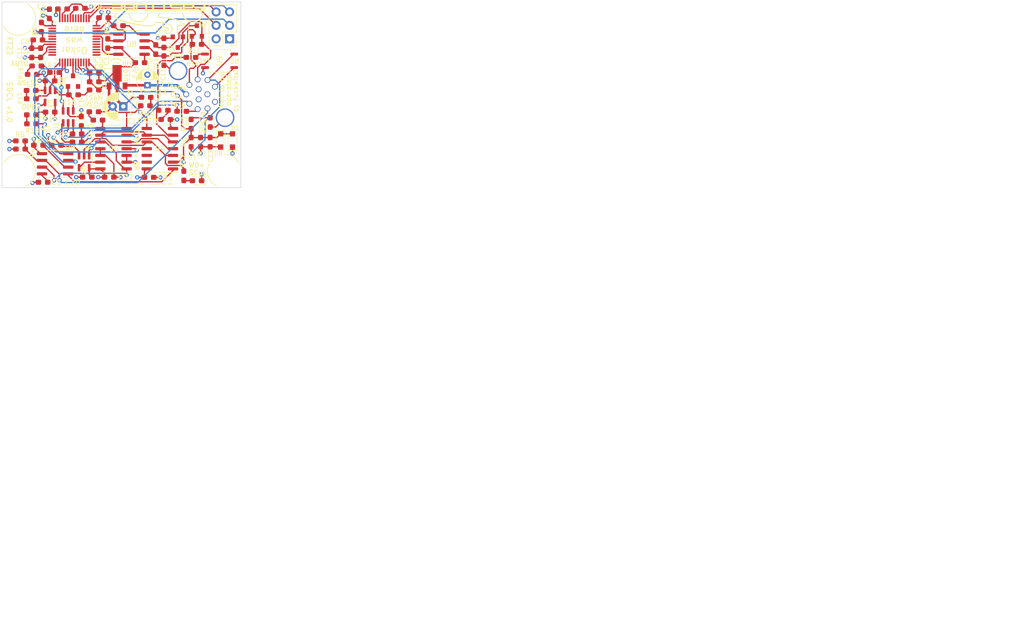
<source format=kicad_pcb>
(kicad_pcb (version 20171130) (host pcbnew 5.1.6)

  (general
    (thickness 1.6)
    (drawings 44)
    (tracks 632)
    (zones 0)
    (modules 78)
    (nets 77)
  )

  (page A4)
  (layers
    (0 F.Cu signal)
    (1 3V3.Cu power hide)
    (2 GND.Cu power hide)
    (31 B.Cu signal)
    (33 F.Adhes user)
    (35 F.Paste user)
    (36 B.SilkS user)
    (37 F.SilkS user)
    (39 F.Mask user)
    (40 Dwgs.User user)
    (41 Cmts.User user)
    (42 Eco1.User user)
    (43 Eco2.User user)
    (44 Edge.Cuts user)
    (45 Margin user)
    (46 B.CrtYd user)
    (47 F.CrtYd user)
    (49 F.Fab user hide)
  )

  (setup
    (last_trace_width 0.25)
    (user_trace_width 0.5)
    (user_trace_width 1)
    (trace_clearance 0.2)
    (zone_clearance 0.33)
    (zone_45_only no)
    (trace_min 0.2)
    (via_size 0.8)
    (via_drill 0.4)
    (via_min_size 0.4)
    (via_min_drill 0.3)
    (uvia_size 0.3)
    (uvia_drill 0.1)
    (uvias_allowed no)
    (uvia_min_size 0.2)
    (uvia_min_drill 0.1)
    (edge_width 0.1)
    (segment_width 0.2)
    (pcb_text_width 0.3)
    (pcb_text_size 1.5 1.5)
    (mod_edge_width 0.15)
    (mod_text_size 1 1)
    (mod_text_width 0.15)
    (pad_size 4.5 4.5)
    (pad_drill 3)
    (pad_to_mask_clearance 0)
    (aux_axis_origin 0 0)
    (visible_elements FFFFFF7F)
    (pcbplotparams
      (layerselection 0x010fc_ffffffff)
      (usegerberextensions false)
      (usegerberattributes true)
      (usegerberadvancedattributes true)
      (creategerberjobfile true)
      (excludeedgelayer true)
      (linewidth 0.100000)
      (plotframeref false)
      (viasonmask false)
      (mode 1)
      (useauxorigin false)
      (hpglpennumber 1)
      (hpglpenspeed 20)
      (hpglpendiameter 15.000000)
      (psnegative false)
      (psa4output false)
      (plotreference true)
      (plotvalue true)
      (plotinvisibletext false)
      (padsonsilk false)
      (subtractmaskfromsilk false)
      (outputformat 1)
      (mirror false)
      (drillshape 1)
      (scaleselection 1)
      (outputdirectory ""))
  )

  (net 0 "")
  (net 1 GND)
  (net 2 +3V3)
  (net 3 NRST)
  (net 4 CAN_H)
  (net 5 CAN_L)
  (net 6 +12V)
  (net 7 SDC_in_3V3)
  (net 8 "Net-(D2-Pad3)")
  (net 9 TS_activate_MUXed)
  (net 10 TRACESWO)
  (net 11 SWDIO)
  (net 12 SWCLK)
  (net 13 ~SDC_reset~)
  (net 14 TS_activate_ext)
  (net 15 TS_activate_dash)
  (net 16 SDC_in)
  (net 17 SDC_out)
  (net 18 To_SDC_relais)
  (net 19 AS_driving_mode)
  (net 20 AS_close_SDC)
  (net 21 "Net-(R12-Pad1)")
  (net 22 Watchdog)
  (net 23 SDC_is_ready)
  (net 24 "Net-(U7-Pad46)")
  (net 25 "Net-(U7-Pad45)")
  (net 26 "Net-(U7-Pad43)")
  (net 27 "Net-(U7-Pad42)")
  (net 28 "Net-(U7-Pad41)")
  (net 29 "Net-(U7-Pad40)")
  (net 30 "Net-(U7-Pad38)")
  (net 31 CAN_TX)
  (net 32 CAN_RX)
  (net 33 "Net-(U7-Pad31)")
  (net 34 "Net-(U7-Pad30)")
  (net 35 "Net-(U7-Pad29)")
  (net 36 "Net-(U7-Pad28)")
  (net 37 "Net-(U7-Pad27)")
  (net 38 "Net-(U7-Pad26)")
  (net 39 "Net-(U7-Pad25)")
  (net 40 "Net-(U7-Pad22)")
  (net 41 "Net-(U7-Pad21)")
  (net 42 "Net-(U7-Pad17)")
  (net 43 "Net-(U7-Pad16)")
  (net 44 "Net-(U7-Pad12)")
  (net 45 "Net-(U7-Pad11)")
  (net 46 "Net-(U7-Pad10)")
  (net 47 "Net-(U7-Pad6)")
  (net 48 "Net-(U7-Pad5)")
  (net 49 "Net-(U7-Pad4)")
  (net 50 "Net-(U7-Pad3)")
  (net 51 "Net-(U7-Pad2)")
  (net 52 "Net-(R14-Pad2)")
  (net 53 "Net-(R10-Pad1)")
  (net 54 "Net-(D5-Pad2)")
  (net 55 "Net-(D6-Pad2)")
  (net 56 "Net-(D7-Pad2)")
  (net 57 "Net-(D9-Pad2)")
  (net 58 "Net-(D10-Pad2)")
  (net 59 "Net-(D11-Pad2)")
  (net 60 "Net-(D12-Pad2)")
  (net 61 "Net-(D13-Pad2)")
  (net 62 "/Non-Programmable Logic/~WDO~")
  (net 63 "/Non-Programmable Logic/RP")
  (net 64 "/Non-Programmable Logic/WP")
  (net 65 "/Non-Programmable Logic/correct_button_pressed")
  (net 66 "/Non-Programmable Logic/close_while_allowed")
  (net 67 "/Non-Programmable Logic/reopened")
  (net 68 "/Non-Programmable Logic/~reset_all~")
  (net 69 "/Non-Programmable Logic/closing_allowed")
  (net 70 "/Non-Programmable Logic/~reopen~")
  (net 71 "/Non-Programmable Logic/WD_and_SDCin_ok")
  (net 72 "/Non-Programmable Logic/~try_close~")
  (net 73 "/Non-Programmable Logic/still_initial_open")
  (net 74 "Net-(R!1-Pad2)")
  (net 75 "Net-(D14-Pad2)")
  (net 76 "Net-(R24-Pad2)")

  (net_class Default "This is the default net class."
    (clearance 0.2)
    (trace_width 0.25)
    (via_dia 0.8)
    (via_drill 0.4)
    (uvia_dia 0.3)
    (uvia_drill 0.1)
    (add_net +12V)
    (add_net +3V3)
    (add_net "/Non-Programmable Logic/RP")
    (add_net "/Non-Programmable Logic/WD_and_SDCin_ok")
    (add_net "/Non-Programmable Logic/WP")
    (add_net "/Non-Programmable Logic/close_while_allowed")
    (add_net "/Non-Programmable Logic/closing_allowed")
    (add_net "/Non-Programmable Logic/correct_button_pressed")
    (add_net "/Non-Programmable Logic/reopened")
    (add_net "/Non-Programmable Logic/still_initial_open")
    (add_net "/Non-Programmable Logic/~WDO~")
    (add_net "/Non-Programmable Logic/~reopen~")
    (add_net "/Non-Programmable Logic/~reset_all~")
    (add_net "/Non-Programmable Logic/~try_close~")
    (add_net AS_close_SDC)
    (add_net AS_driving_mode)
    (add_net CAN_H)
    (add_net CAN_L)
    (add_net CAN_RX)
    (add_net CAN_TX)
    (add_net GND)
    (add_net NRST)
    (add_net "Net-(D10-Pad2)")
    (add_net "Net-(D11-Pad2)")
    (add_net "Net-(D12-Pad2)")
    (add_net "Net-(D13-Pad2)")
    (add_net "Net-(D14-Pad2)")
    (add_net "Net-(D2-Pad3)")
    (add_net "Net-(D5-Pad2)")
    (add_net "Net-(D6-Pad2)")
    (add_net "Net-(D7-Pad2)")
    (add_net "Net-(D9-Pad2)")
    (add_net "Net-(R!1-Pad2)")
    (add_net "Net-(R10-Pad1)")
    (add_net "Net-(R12-Pad1)")
    (add_net "Net-(R14-Pad2)")
    (add_net "Net-(R24-Pad2)")
    (add_net "Net-(U7-Pad10)")
    (add_net "Net-(U7-Pad11)")
    (add_net "Net-(U7-Pad12)")
    (add_net "Net-(U7-Pad16)")
    (add_net "Net-(U7-Pad17)")
    (add_net "Net-(U7-Pad2)")
    (add_net "Net-(U7-Pad21)")
    (add_net "Net-(U7-Pad22)")
    (add_net "Net-(U7-Pad25)")
    (add_net "Net-(U7-Pad26)")
    (add_net "Net-(U7-Pad27)")
    (add_net "Net-(U7-Pad28)")
    (add_net "Net-(U7-Pad29)")
    (add_net "Net-(U7-Pad3)")
    (add_net "Net-(U7-Pad30)")
    (add_net "Net-(U7-Pad31)")
    (add_net "Net-(U7-Pad38)")
    (add_net "Net-(U7-Pad4)")
    (add_net "Net-(U7-Pad40)")
    (add_net "Net-(U7-Pad41)")
    (add_net "Net-(U7-Pad42)")
    (add_net "Net-(U7-Pad43)")
    (add_net "Net-(U7-Pad45)")
    (add_net "Net-(U7-Pad46)")
    (add_net "Net-(U7-Pad5)")
    (add_net "Net-(U7-Pad6)")
    (add_net SDC_in)
    (add_net SDC_in_3V3)
    (add_net SDC_is_ready)
    (add_net SDC_out)
    (add_net SWCLK)
    (add_net SWDIO)
    (add_net TRACESWO)
    (add_net TS_activate_MUXed)
    (add_net TS_activate_dash)
    (add_net TS_activate_ext)
    (add_net To_SDC_relais)
    (add_net Watchdog)
    (add_net ~SDC_reset~)
  )

  (module Custom:Binder_M12-A_12P_Female_NoSilk (layer B.Cu) (tedit 61BF27D7) (tstamp 61C02DD4)
    (at 175.6 85.4 90)
    (path /61BBA8EA/61CD6444)
    (fp_text reference J2 (at 0 10.045 90) (layer B.SilkS) hide
      (effects (font (size 1 1) (thickness 0.15)) (justify mirror))
    )
    (fp_text value Binder-M12-12P (at 0 -10.045 90) (layer B.Fab) hide
      (effects (font (size 1 1) (thickness 0.15)) (justify mirror))
    )
    (fp_arc (start 0 3.7) (end -0.6 3.7) (angle 180) (layer B.Fab) (width 0.12))
    (fp_circle (center 0 0) (end 0 -9) (layer B.Fab) (width 0.1))
    (fp_circle (center 0 0) (end 0 -9.37) (layer B.CrtYd) (width 0.05))
    (fp_circle (center 0 0.1) (end 0 4.2) (layer B.Fab) (width 0.12))
    (fp_line (start 0.6 3.7) (end 0.6 4.1) (layer B.Fab) (width 0.12))
    (fp_line (start -0.6 3.7) (end -0.6 4.1) (layer B.Fab) (width 0.12))
    (pad 10 thru_hole circle (at 0 1.1 90) (size 1.1 1.1) (drill 0.8) (layers *.Cu *.Mask)
      (net 2 +3V3))
    (pad 11 thru_hole circle (at 0.952627 -0.549999 90) (size 1.1 1.1) (drill 0.8) (layers *.Cu *.Mask)
      (net 2 +3V3))
    (pad 12 thru_hole circle (at -0.952627 -0.55 90) (size 1.1 1.1) (drill 0.8) (layers *.Cu *.Mask)
      (net 1 GND))
    (pad 1 thru_hole circle (at -1.428 2.524 90) (size 1.1 1.1) (drill 0.8) (layers *.Cu *.Mask)
      (net 1 GND))
    (pad 2 thru_hole circle (at 1.428 2.524 90) (size 1.1 1.1) (drill 0.8) (layers *.Cu *.Mask)
      (net 17 SDC_out))
    (pad 3 thru_hole circle (at 2.672 1.127 90) (size 1.1 1.1) (drill 0.8) (layers *.Cu *.Mask)
      (net 16 SDC_in))
    (pad 4 thru_hole circle (at 2.804 -0.738 90) (size 1.1 1.1) (drill 0.8) (layers *.Cu *.Mask)
      (net 4 CAN_H))
    (pad 5 thru_hole circle (at 1.77 -2.297 90) (size 1.1 1.1) (drill 0.8) (layers *.Cu *.Mask)
      (net 5 CAN_L))
    (pad 6 thru_hole circle (at 0 -2.9 90) (size 1.1 1.1) (drill 0.8) (layers *.Cu *.Mask)
      (net 6 +12V))
    (pad 7 thru_hole circle (at -1.77 -2.297 90) (size 1.1 1.1) (drill 0.8) (layers *.Cu *.Mask)
      (net 14 TS_activate_ext))
    (pad 8 thru_hole circle (at -2.804 -0.738 90) (size 1.1 1.1) (drill 0.8) (layers *.Cu *.Mask)
      (net 15 TS_activate_dash))
    (pad 9 thru_hole circle (at -2.672 1.127 90) (size 1.1 1.1) (drill 0.8) (layers *.Cu *.Mask)
      (net 13 ~SDC_reset~))
    (pad M1 thru_hole circle (at -4.419 4.419 90) (size 3.5 3.5) (drill 3) (layers *.Cu *.Mask)
      (net 1 GND))
    (pad M2 thru_hole circle (at 4.419 -4.419 90) (size 3.5 3.5) (drill 3) (layers *.Cu *.Mask)
      (net 1 GND))
    (model ${KIPRJMOD}/packages3d/Binder.3dshapes/Binder_M12-A_12P_Female_86_0532_1120.stp
      (offset (xyz 0 0 23))
      (scale (xyz 1 1 1))
      (rotate (xyz 0 -90 90))
    )
  )

  (module Resistor_SMD:R_0603_1608Metric_Pad1.05x0.95mm_HandSolder (layer F.Cu) (tedit 5B301BBD) (tstamp 61C277B3)
    (at 171.864194 88.609173 180)
    (descr "Resistor SMD 0603 (1608 Metric), square (rectangular) end terminal, IPC_7351 nominal with elongated pad for handsoldering. (Body size source: http://www.tortai-tech.com/upload/download/2011102023233369053.pdf), generated with kicad-footprint-generator")
    (tags "resistor handsolder")
    (path /61A897B7/61C2ED87)
    (attr smd)
    (fp_text reference R24 (at 0.464194 1.209173) (layer F.SilkS)
      (effects (font (size 0.8 0.8) (thickness 0.15)))
    )
    (fp_text value 10k (at 0 1.43) (layer F.Fab)
      (effects (font (size 1 1) (thickness 0.15)))
    )
    (fp_line (start 1.65 0.73) (end -1.65 0.73) (layer F.CrtYd) (width 0.05))
    (fp_line (start 1.65 -0.73) (end 1.65 0.73) (layer F.CrtYd) (width 0.05))
    (fp_line (start -1.65 -0.73) (end 1.65 -0.73) (layer F.CrtYd) (width 0.05))
    (fp_line (start -1.65 0.73) (end -1.65 -0.73) (layer F.CrtYd) (width 0.05))
    (fp_line (start -0.171267 0.51) (end 0.171267 0.51) (layer F.SilkS) (width 0.12))
    (fp_line (start -0.171267 -0.51) (end 0.171267 -0.51) (layer F.SilkS) (width 0.12))
    (fp_line (start 0.8 0.4) (end -0.8 0.4) (layer F.Fab) (width 0.1))
    (fp_line (start 0.8 -0.4) (end 0.8 0.4) (layer F.Fab) (width 0.1))
    (fp_line (start -0.8 -0.4) (end 0.8 -0.4) (layer F.Fab) (width 0.1))
    (fp_line (start -0.8 0.4) (end -0.8 -0.4) (layer F.Fab) (width 0.1))
    (fp_text user %R (at 0 0) (layer F.Fab)
      (effects (font (size 0.4 0.4) (thickness 0.06)))
    )
    (pad 2 smd roundrect (at 0.875 0 180) (size 1.05 0.95) (layers F.Cu F.Paste F.Mask) (roundrect_rratio 0.25)
      (net 76 "Net-(R24-Pad2)"))
    (pad 1 smd roundrect (at -0.875 0 180) (size 1.05 0.95) (layers F.Cu F.Paste F.Mask) (roundrect_rratio 0.25)
      (net 15 TS_activate_dash))
    (model ${KISYS3DMOD}/Resistor_SMD.3dshapes/R_0603_1608Metric.wrl
      (at (xyz 0 0 0))
      (scale (xyz 1 1 1))
      (rotate (xyz 0 0 0))
    )
  )

  (module Resistor_SMD:R_0603_1608Metric_Pad1.05x0.95mm_HandSolder (layer F.Cu) (tedit 5B301BBD) (tstamp 61C2C37E)
    (at 173.630378 91.014938 270)
    (descr "Resistor SMD 0603 (1608 Metric), square (rectangular) end terminal, IPC_7351 nominal with elongated pad for handsoldering. (Body size source: http://www.tortai-tech.com/upload/download/2011102023233369053.pdf), generated with kicad-footprint-generator")
    (tags "resistor handsolder")
    (path /61A897B7/61D457CF)
    (attr smd)
    (fp_text reference R13 (at 0.019967 1.326966 270) (layer F.SilkS)
      (effects (font (size 1 1) (thickness 0.15)))
    )
    (fp_text value 510 (at 0 1.43 90) (layer F.Fab)
      (effects (font (size 1 1) (thickness 0.15)))
    )
    (fp_line (start 1.65 0.73) (end -1.65 0.73) (layer F.CrtYd) (width 0.05))
    (fp_line (start 1.65 -0.73) (end 1.65 0.73) (layer F.CrtYd) (width 0.05))
    (fp_line (start -1.65 -0.73) (end 1.65 -0.73) (layer F.CrtYd) (width 0.05))
    (fp_line (start -1.65 0.73) (end -1.65 -0.73) (layer F.CrtYd) (width 0.05))
    (fp_line (start -0.171267 0.51) (end 0.171267 0.51) (layer F.SilkS) (width 0.12))
    (fp_line (start -0.171267 -0.51) (end 0.171267 -0.51) (layer F.SilkS) (width 0.12))
    (fp_line (start 0.8 0.4) (end -0.8 0.4) (layer F.Fab) (width 0.1))
    (fp_line (start 0.8 -0.4) (end 0.8 0.4) (layer F.Fab) (width 0.1))
    (fp_line (start -0.8 -0.4) (end 0.8 -0.4) (layer F.Fab) (width 0.1))
    (fp_line (start -0.8 0.4) (end -0.8 -0.4) (layer F.Fab) (width 0.1))
    (fp_text user %R (at 0 0 90) (layer F.Fab)
      (effects (font (size 0.4 0.4) (thickness 0.06)))
    )
    (pad 2 smd roundrect (at 0.875 0 270) (size 1.05 0.95) (layers F.Cu F.Paste F.Mask) (roundrect_rratio 0.25)
      (net 7 SDC_in_3V3))
    (pad 1 smd roundrect (at -0.875 0 270) (size 1.05 0.95) (layers F.Cu F.Paste F.Mask) (roundrect_rratio 0.25)
      (net 75 "Net-(D14-Pad2)"))
    (model ${KISYS3DMOD}/Resistor_SMD.3dshapes/R_0603_1608Metric.wrl
      (at (xyz 0 0 0))
      (scale (xyz 1 1 1))
      (rotate (xyz 0 0 0))
    )
  )

  (module Diode_SMD:D_0603_1608Metric_Pad1.05x0.95mm_HandSolder (layer F.Cu) (tedit 5B4B45C8) (tstamp 61C2C15D)
    (at 177.233875 90.7 90)
    (descr "Diode SMD 0603 (1608 Metric), square (rectangular) end terminal, IPC_7351 nominal, (Body size source: http://www.tortai-tech.com/upload/download/2011102023233369053.pdf), generated with kicad-footprint-generator")
    (tags "diode handsolder")
    (path /61A897B7/61D457C3)
    (attr smd)
    (fp_text reference D14 (at 0 -1.43 90) (layer F.SilkS) hide
      (effects (font (size 1 1) (thickness 0.15)))
    )
    (fp_text value "Green LED" (at 0 1.43 90) (layer F.Fab)
      (effects (font (size 1 1) (thickness 0.15)))
    )
    (fp_line (start 1.65 0.73) (end -1.65 0.73) (layer F.CrtYd) (width 0.05))
    (fp_line (start 1.65 -0.73) (end 1.65 0.73) (layer F.CrtYd) (width 0.05))
    (fp_line (start -1.65 -0.73) (end 1.65 -0.73) (layer F.CrtYd) (width 0.05))
    (fp_line (start -1.65 0.73) (end -1.65 -0.73) (layer F.CrtYd) (width 0.05))
    (fp_line (start -1.66 0.735) (end 0.8 0.735) (layer F.SilkS) (width 0.12))
    (fp_line (start -1.66 -0.735) (end -1.66 0.735) (layer F.SilkS) (width 0.12))
    (fp_line (start 0.8 -0.735) (end -1.66 -0.735) (layer F.SilkS) (width 0.12))
    (fp_line (start 0.8 0.4) (end 0.8 -0.4) (layer F.Fab) (width 0.1))
    (fp_line (start -0.8 0.4) (end 0.8 0.4) (layer F.Fab) (width 0.1))
    (fp_line (start -0.8 -0.1) (end -0.8 0.4) (layer F.Fab) (width 0.1))
    (fp_line (start -0.5 -0.4) (end -0.8 -0.1) (layer F.Fab) (width 0.1))
    (fp_line (start 0.8 -0.4) (end -0.5 -0.4) (layer F.Fab) (width 0.1))
    (fp_text user %R (at 0 0 90) (layer F.Fab)
      (effects (font (size 0.4 0.4) (thickness 0.06)))
    )
    (pad 2 smd roundrect (at 0.875 0 90) (size 1.05 0.95) (layers F.Cu F.Paste F.Mask) (roundrect_rratio 0.25)
      (net 75 "Net-(D14-Pad2)"))
    (pad 1 smd roundrect (at -0.875 0 90) (size 1.05 0.95) (layers F.Cu F.Paste F.Mask) (roundrect_rratio 0.25)
      (net 1 GND))
    (model ${KISYS3DMOD}/Diode_SMD.3dshapes/D_0603_1608Metric.wrl
      (at (xyz 0 0 0))
      (scale (xyz 1 1 1))
      (rotate (xyz 0 0 0))
    )
  )

  (module Capacitor_SMD:C_0603_1608Metric_Pad1.05x0.95mm_HandSolder (layer F.Cu) (tedit 5B301BBE) (tstamp 61B54D9E)
    (at 166.973269 76.969802 270)
    (descr "Capacitor SMD 0603 (1608 Metric), square (rectangular) end terminal, IPC_7351 nominal with elongated pad for handsoldering. (Body size source: http://www.tortai-tech.com/upload/download/2011102023233369053.pdf), generated with kicad-footprint-generator")
    (tags "capacitor handsolder")
    (path /61BCE4F2/61B519E1)
    (attr smd)
    (fp_text reference C14 (at 2.684741 -0.126731 90) (layer F.SilkS)
      (effects (font (size 0.8 0.8) (thickness 0.15)))
    )
    (fp_text value 220p (at 0 1.43 90) (layer F.Fab)
      (effects (font (size 1 1) (thickness 0.15)))
    )
    (fp_line (start 1.65 0.73) (end -1.65 0.73) (layer F.CrtYd) (width 0.05))
    (fp_line (start 1.65 -0.73) (end 1.65 0.73) (layer F.CrtYd) (width 0.05))
    (fp_line (start -1.65 -0.73) (end 1.65 -0.73) (layer F.CrtYd) (width 0.05))
    (fp_line (start -1.65 0.73) (end -1.65 -0.73) (layer F.CrtYd) (width 0.05))
    (fp_line (start -0.171267 0.51) (end 0.171267 0.51) (layer F.SilkS) (width 0.12))
    (fp_line (start -0.171267 -0.51) (end 0.171267 -0.51) (layer F.SilkS) (width 0.12))
    (fp_line (start 0.8 0.4) (end -0.8 0.4) (layer F.Fab) (width 0.1))
    (fp_line (start 0.8 -0.4) (end 0.8 0.4) (layer F.Fab) (width 0.1))
    (fp_line (start -0.8 -0.4) (end 0.8 -0.4) (layer F.Fab) (width 0.1))
    (fp_line (start -0.8 0.4) (end -0.8 -0.4) (layer F.Fab) (width 0.1))
    (fp_text user %R (at 0 0 90) (layer F.Fab)
      (effects (font (size 0.4 0.4) (thickness 0.06)))
    )
    (pad 2 smd roundrect (at 0.875 0 270) (size 1.05 0.95) (layers F.Cu F.Paste F.Mask) (roundrect_rratio 0.25)
      (net 5 CAN_L))
    (pad 1 smd roundrect (at -0.875 0 270) (size 1.05 0.95) (layers F.Cu F.Paste F.Mask) (roundrect_rratio 0.25)
      (net 4 CAN_H))
    (model ${KISYS3DMOD}/Capacitor_SMD.3dshapes/C_0603_1608Metric.wrl
      (at (xyz 0 0 0))
      (scale (xyz 1 1 1))
      (rotate (xyz 0 0 0))
    )
  )

  (module MountingHole:MountingHole_3.2mm_M3 (layer B.Cu) (tedit 56D1B4CB) (tstamp 61BF54AF)
    (at 141.1 99.9)
    (descr "Mounting Hole 3.2mm, no annular, M3")
    (tags "mounting hole 3.2mm no annular m3")
    (path /61BBA8EA/61BD2D0B)
    (attr virtual)
    (fp_text reference H3 (at -3.6 -3.3) (layer B.SilkS) hide
      (effects (font (size 1 1) (thickness 0.15)) (justify mirror))
    )
    (fp_text value MountingHole (at 0 -4.2) (layer B.Fab)
      (effects (font (size 1 1) (thickness 0.15)) (justify mirror))
    )
    (fp_circle (center 0 0) (end 3.45 0) (layer B.CrtYd) (width 0.05))
    (fp_circle (center 0 0) (end 3.2 0) (layer Cmts.User) (width 0.15))
    (fp_text user %R (at 0.3 0) (layer B.Fab)
      (effects (font (size 1 1) (thickness 0.15)) (justify mirror))
    )
    (pad 1 np_thru_hole circle (at 0 0) (size 3.2 3.2) (drill 3.2) (layers *.Cu *.Mask))
  )

  (module MountingHole:MountingHole_3.2mm_M3 (layer B.Cu) (tedit 56D1B4CB) (tstamp 61BEE490)
    (at 179.9 99.9)
    (descr "Mounting Hole 3.2mm, no annular, M3")
    (tags "mounting hole 3.2mm no annular m3")
    (path /61BBA8EA/61BD2B10)
    (attr virtual)
    (fp_text reference H2 (at 0 4.2) (layer B.SilkS) hide
      (effects (font (size 1 1) (thickness 0.15)) (justify mirror))
    )
    (fp_text value MountingHole (at 0 -4.2) (layer B.Fab)
      (effects (font (size 1 1) (thickness 0.15)) (justify mirror))
    )
    (fp_circle (center 0 0) (end 3.45 0) (layer B.CrtYd) (width 0.05))
    (fp_circle (center 0 0) (end 3.2 0) (layer Cmts.User) (width 0.15))
    (fp_text user %R (at 0.3 0) (layer B.Fab)
      (effects (font (size 1 1) (thickness 0.15)) (justify mirror))
    )
    (pad 1 np_thru_hole circle (at 0 0) (size 3.2 3.2) (drill 3.2) (layers *.Cu *.Mask))
  )

  (module MountingHole:MountingHole_3.2mm_M3 (layer B.Cu) (tedit 56D1B4CB) (tstamp 61BEE488)
    (at 141.1 71.1)
    (descr "Mounting Hole 3.2mm, no annular, M3")
    (tags "mounting hole 3.2mm no annular m3")
    (path /61BBA8EA/61BD2819)
    (attr virtual)
    (fp_text reference H1 (at 0 4.2) (layer B.SilkS) hide
      (effects (font (size 1 1) (thickness 0.15)) (justify mirror))
    )
    (fp_text value MountingHole (at 0 -4.2) (layer B.Fab)
      (effects (font (size 1 1) (thickness 0.15)) (justify mirror))
    )
    (fp_circle (center 0 0) (end 3.45 0) (layer B.CrtYd) (width 0.05))
    (fp_circle (center 0 0) (end 3.2 0) (layer Cmts.User) (width 0.15))
    (fp_text user %R (at 0.3 0) (layer B.Fab)
      (effects (font (size 1 1) (thickness 0.15)) (justify mirror))
    )
    (pad 1 np_thru_hole circle (at 0 0) (size 3.2 3.2) (drill 3.2) (layers *.Cu *.Mask))
  )

  (module Capacitor_THT:CP_Radial_D4.0mm_P2.00mm (layer F.Cu) (tedit 5AE50EF0) (tstamp 61B54E1B)
    (at 165.4 83.7 90)
    (descr "CP, Radial series, Radial, pin pitch=2.00mm, , diameter=4mm, Electrolytic Capacitor")
    (tags "CP Radial series Radial pin pitch 2.00mm  diameter 4mm Electrolytic Capacitor")
    (path /61B4E8CF/61B46489)
    (fp_text reference C17 (at 2.551694 -2.41054 240 unlocked) (layer F.SilkS)
      (effects (font (size 0.8 0.8) (thickness 0.15)))
    )
    (fp_text value 10uF_25V (at 1 3.25 90) (layer F.Fab)
      (effects (font (size 1 1) (thickness 0.15)))
    )
    (fp_line (start -1.069801 -1.395) (end -1.069801 -0.995) (layer F.SilkS) (width 0.12))
    (fp_line (start -1.269801 -1.195) (end -0.869801 -1.195) (layer F.SilkS) (width 0.12))
    (fp_line (start 3.081 -0.37) (end 3.081 0.37) (layer F.SilkS) (width 0.12))
    (fp_line (start 3.041 -0.537) (end 3.041 0.537) (layer F.SilkS) (width 0.12))
    (fp_line (start 3.001 -0.664) (end 3.001 0.664) (layer F.SilkS) (width 0.12))
    (fp_line (start 2.961 -0.768) (end 2.961 0.768) (layer F.SilkS) (width 0.12))
    (fp_line (start 2.921 -0.859) (end 2.921 0.859) (layer F.SilkS) (width 0.12))
    (fp_line (start 2.881 -0.94) (end 2.881 0.94) (layer F.SilkS) (width 0.12))
    (fp_line (start 2.841 -1.013) (end 2.841 1.013) (layer F.SilkS) (width 0.12))
    (fp_line (start 2.801 0.84) (end 2.801 1.08) (layer F.SilkS) (width 0.12))
    (fp_line (start 2.801 -1.08) (end 2.801 -0.84) (layer F.SilkS) (width 0.12))
    (fp_line (start 2.761 0.84) (end 2.761 1.142) (layer F.SilkS) (width 0.12))
    (fp_line (start 2.761 -1.142) (end 2.761 -0.84) (layer F.SilkS) (width 0.12))
    (fp_line (start 2.721 0.84) (end 2.721 1.2) (layer F.SilkS) (width 0.12))
    (fp_line (start 2.721 -1.2) (end 2.721 -0.84) (layer F.SilkS) (width 0.12))
    (fp_line (start 2.681 0.84) (end 2.681 1.254) (layer F.SilkS) (width 0.12))
    (fp_line (start 2.681 -1.254) (end 2.681 -0.84) (layer F.SilkS) (width 0.12))
    (fp_line (start 2.641 0.84) (end 2.641 1.304) (layer F.SilkS) (width 0.12))
    (fp_line (start 2.641 -1.304) (end 2.641 -0.84) (layer F.SilkS) (width 0.12))
    (fp_line (start 2.601 0.84) (end 2.601 1.351) (layer F.SilkS) (width 0.12))
    (fp_line (start 2.601 -1.351) (end 2.601 -0.84) (layer F.SilkS) (width 0.12))
    (fp_line (start 2.561 0.84) (end 2.561 1.396) (layer F.SilkS) (width 0.12))
    (fp_line (start 2.561 -1.396) (end 2.561 -0.84) (layer F.SilkS) (width 0.12))
    (fp_line (start 2.521 0.84) (end 2.521 1.438) (layer F.SilkS) (width 0.12))
    (fp_line (start 2.521 -1.438) (end 2.521 -0.84) (layer F.SilkS) (width 0.12))
    (fp_line (start 2.481 0.84) (end 2.481 1.478) (layer F.SilkS) (width 0.12))
    (fp_line (start 2.481 -1.478) (end 2.481 -0.84) (layer F.SilkS) (width 0.12))
    (fp_line (start 2.441 0.84) (end 2.441 1.516) (layer F.SilkS) (width 0.12))
    (fp_line (start 2.441 -1.516) (end 2.441 -0.84) (layer F.SilkS) (width 0.12))
    (fp_line (start 2.401 0.84) (end 2.401 1.552) (layer F.SilkS) (width 0.12))
    (fp_line (start 2.401 -1.552) (end 2.401 -0.84) (layer F.SilkS) (width 0.12))
    (fp_line (start 2.361 0.84) (end 2.361 1.587) (layer F.SilkS) (width 0.12))
    (fp_line (start 2.361 -1.587) (end 2.361 -0.84) (layer F.SilkS) (width 0.12))
    (fp_line (start 2.321 0.84) (end 2.321 1.619) (layer F.SilkS) (width 0.12))
    (fp_line (start 2.321 -1.619) (end 2.321 -0.84) (layer F.SilkS) (width 0.12))
    (fp_line (start 2.281 0.84) (end 2.281 1.65) (layer F.SilkS) (width 0.12))
    (fp_line (start 2.281 -1.65) (end 2.281 -0.84) (layer F.SilkS) (width 0.12))
    (fp_line (start 2.241 0.84) (end 2.241 1.68) (layer F.SilkS) (width 0.12))
    (fp_line (start 2.241 -1.68) (end 2.241 -0.84) (layer F.SilkS) (width 0.12))
    (fp_line (start 2.201 0.84) (end 2.201 1.708) (layer F.SilkS) (width 0.12))
    (fp_line (start 2.201 -1.708) (end 2.201 -0.84) (layer F.SilkS) (width 0.12))
    (fp_line (start 2.161 0.84) (end 2.161 1.735) (layer F.SilkS) (width 0.12))
    (fp_line (start 2.161 -1.735) (end 2.161 -0.84) (layer F.SilkS) (width 0.12))
    (fp_line (start 2.121 0.84) (end 2.121 1.76) (layer F.SilkS) (width 0.12))
    (fp_line (start 2.121 -1.76) (end 2.121 -0.84) (layer F.SilkS) (width 0.12))
    (fp_line (start 2.081 0.84) (end 2.081 1.785) (layer F.SilkS) (width 0.12))
    (fp_line (start 2.081 -1.785) (end 2.081 -0.84) (layer F.SilkS) (width 0.12))
    (fp_line (start 2.041 0.84) (end 2.041 1.808) (layer F.SilkS) (width 0.12))
    (fp_line (start 2.041 -1.808) (end 2.041 -0.84) (layer F.SilkS) (width 0.12))
    (fp_line (start 2.001 0.84) (end 2.001 1.83) (layer F.SilkS) (width 0.12))
    (fp_line (start 2.001 -1.83) (end 2.001 -0.84) (layer F.SilkS) (width 0.12))
    (fp_line (start 1.961 0.84) (end 1.961 1.851) (layer F.SilkS) (width 0.12))
    (fp_line (start 1.961 -1.851) (end 1.961 -0.84) (layer F.SilkS) (width 0.12))
    (fp_line (start 1.921 0.84) (end 1.921 1.87) (layer F.SilkS) (width 0.12))
    (fp_line (start 1.921 -1.87) (end 1.921 -0.84) (layer F.SilkS) (width 0.12))
    (fp_line (start 1.881 0.84) (end 1.881 1.889) (layer F.SilkS) (width 0.12))
    (fp_line (start 1.881 -1.889) (end 1.881 -0.84) (layer F.SilkS) (width 0.12))
    (fp_line (start 1.841 0.84) (end 1.841 1.907) (layer F.SilkS) (width 0.12))
    (fp_line (start 1.841 -1.907) (end 1.841 -0.84) (layer F.SilkS) (width 0.12))
    (fp_line (start 1.801 0.84) (end 1.801 1.924) (layer F.SilkS) (width 0.12))
    (fp_line (start 1.801 -1.924) (end 1.801 -0.84) (layer F.SilkS) (width 0.12))
    (fp_line (start 1.761 0.84) (end 1.761 1.94) (layer F.SilkS) (width 0.12))
    (fp_line (start 1.761 -1.94) (end 1.761 -0.84) (layer F.SilkS) (width 0.12))
    (fp_line (start 1.721 0.84) (end 1.721 1.954) (layer F.SilkS) (width 0.12))
    (fp_line (start 1.721 -1.954) (end 1.721 -0.84) (layer F.SilkS) (width 0.12))
    (fp_line (start 1.68 0.84) (end 1.68 1.968) (layer F.SilkS) (width 0.12))
    (fp_line (start 1.68 -1.968) (end 1.68 -0.84) (layer F.SilkS) (width 0.12))
    (fp_line (start 1.64 0.84) (end 1.64 1.982) (layer F.SilkS) (width 0.12))
    (fp_line (start 1.64 -1.982) (end 1.64 -0.84) (layer F.SilkS) (width 0.12))
    (fp_line (start 1.6 0.84) (end 1.6 1.994) (layer F.SilkS) (width 0.12))
    (fp_line (start 1.6 -1.994) (end 1.6 -0.84) (layer F.SilkS) (width 0.12))
    (fp_line (start 1.56 0.84) (end 1.56 2.005) (layer F.SilkS) (width 0.12))
    (fp_line (start 1.56 -2.005) (end 1.56 -0.84) (layer F.SilkS) (width 0.12))
    (fp_line (start 1.52 0.84) (end 1.52 2.016) (layer F.SilkS) (width 0.12))
    (fp_line (start 1.52 -2.016) (end 1.52 -0.84) (layer F.SilkS) (width 0.12))
    (fp_line (start 1.48 0.84) (end 1.48 2.025) (layer F.SilkS) (width 0.12))
    (fp_line (start 1.48 -2.025) (end 1.48 -0.84) (layer F.SilkS) (width 0.12))
    (fp_line (start 1.44 0.84) (end 1.44 2.034) (layer F.SilkS) (width 0.12))
    (fp_line (start 1.44 -2.034) (end 1.44 -0.84) (layer F.SilkS) (width 0.12))
    (fp_line (start 1.4 0.84) (end 1.4 2.042) (layer F.SilkS) (width 0.12))
    (fp_line (start 1.4 -2.042) (end 1.4 -0.84) (layer F.SilkS) (width 0.12))
    (fp_line (start 1.36 0.84) (end 1.36 2.05) (layer F.SilkS) (width 0.12))
    (fp_line (start 1.36 -2.05) (end 1.36 -0.84) (layer F.SilkS) (width 0.12))
    (fp_line (start 1.32 0.84) (end 1.32 2.056) (layer F.SilkS) (width 0.12))
    (fp_line (start 1.32 -2.056) (end 1.32 -0.84) (layer F.SilkS) (width 0.12))
    (fp_line (start 1.28 0.84) (end 1.28 2.062) (layer F.SilkS) (width 0.12))
    (fp_line (start 1.28 -2.062) (end 1.28 -0.84) (layer F.SilkS) (width 0.12))
    (fp_line (start 1.24 0.84) (end 1.24 2.067) (layer F.SilkS) (width 0.12))
    (fp_line (start 1.24 -2.067) (end 1.24 -0.84) (layer F.SilkS) (width 0.12))
    (fp_line (start 1.2 0.84) (end 1.2 2.071) (layer F.SilkS) (width 0.12))
    (fp_line (start 1.2 -2.071) (end 1.2 -0.84) (layer F.SilkS) (width 0.12))
    (fp_line (start 1.16 -2.074) (end 1.16 2.074) (layer F.SilkS) (width 0.12))
    (fp_line (start 1.12 -2.077) (end 1.12 2.077) (layer F.SilkS) (width 0.12))
    (fp_line (start 1.08 -2.079) (end 1.08 2.079) (layer F.SilkS) (width 0.12))
    (fp_line (start 1.04 -2.08) (end 1.04 2.08) (layer F.SilkS) (width 0.12))
    (fp_line (start 1 -2.08) (end 1 2.08) (layer F.SilkS) (width 0.12))
    (fp_line (start -0.502554 -1.0675) (end -0.502554 -0.6675) (layer F.Fab) (width 0.1))
    (fp_line (start -0.702554 -0.8675) (end -0.302554 -0.8675) (layer F.Fab) (width 0.1))
    (fp_circle (center 1 0) (end 3.25 0) (layer F.CrtYd) (width 0.05))
    (fp_circle (center 1 0) (end 3.12 0) (layer F.SilkS) (width 0.12))
    (fp_circle (center 1 0) (end 3 0) (layer F.Fab) (width 0.1))
    (fp_text user %R (at 1 0 90) (layer F.Fab)
      (effects (font (size 0.8 0.8) (thickness 0.12)))
    )
    (pad 2 thru_hole circle (at 2 0 90) (size 1.2 1.2) (drill 0.6) (layers *.Cu *.Mask)
      (net 1 GND))
    (pad 1 thru_hole rect (at 0 0 90) (size 1.2 1.2) (drill 0.6) (layers *.Cu *.Mask)
      (net 6 +12V))
    (model ${KISYS3DMOD}/Capacitor_THT.3dshapes/CP_Radial_D4.0mm_P2.00mm.wrl
      (at (xyz 0 0 0))
      (scale (xyz 1 1 1))
      (rotate (xyz 0 0 0))
    )
  )

  (module Custom:SC-74A-5_1.5x2.9mm_P0.95mm (layer F.Cu) (tedit 61BBD969) (tstamp 61B54E3C)
    (at 153.473426 98.115078 270)
    (descr "SC-74, 6 Pin (https://www.nxp.com/docs/en/package-information/SOT457.pdf), generated with kicad-footprint-generator ipc_gullwing_generator.py")
    (tags "SC-74 SO")
    (path /61A897B7/61B3FC7A)
    (attr smd)
    (fp_text reference U6 (at 0.575518 -0.031105 90) (layer F.SilkS) hide
      (effects (font (size 0.9 0.9) (thickness 0.15)))
    )
    (fp_text value MC74HC1G32 (at 0 2.4 90) (layer F.Fab)
      (effects (font (size 1 1) (thickness 0.15)))
    )
    (fp_line (start 2.1 -1.7) (end -2.1 -1.7) (layer F.CrtYd) (width 0.05))
    (fp_line (start 2.1 1.7) (end 2.1 -1.7) (layer F.CrtYd) (width 0.05))
    (fp_line (start -2.1 1.7) (end 2.1 1.7) (layer F.CrtYd) (width 0.05))
    (fp_line (start -2.1 -1.7) (end -2.1 1.7) (layer F.CrtYd) (width 0.05))
    (fp_line (start -0.75 -1.075) (end -0.375 -1.45) (layer F.Fab) (width 0.1))
    (fp_line (start -0.75 1.45) (end -0.75 -1.075) (layer F.Fab) (width 0.1))
    (fp_line (start 0.75 1.45) (end -0.75 1.45) (layer F.Fab) (width 0.1))
    (fp_line (start 0.75 -1.45) (end 0.75 1.45) (layer F.Fab) (width 0.1))
    (fp_line (start -0.375 -1.45) (end 0.75 -1.45) (layer F.Fab) (width 0.1))
    (fp_line (start 0 -1.56) (end -1.85 -1.56) (layer F.SilkS) (width 0.12))
    (fp_line (start 0 -1.56) (end 0.75 -1.56) (layer F.SilkS) (width 0.12))
    (fp_line (start 0 1.56) (end -0.75 1.56) (layer F.SilkS) (width 0.12))
    (fp_line (start 0 1.56) (end 0.75 1.56) (layer F.SilkS) (width 0.12))
    (fp_text user %R (at 0 0 90) (layer F.Fab)
      (effects (font (size 0.38 0.38) (thickness 0.06)))
    )
    (pad 5 smd roundrect (at 1.1375 -0.95 270) (size 1.425 0.5) (layers F.Cu F.Paste F.Mask) (roundrect_rratio 0.25)
      (net 2 +3V3))
    (pad 4 smd roundrect (at 1.1375 0.95 270) (size 1.425 0.5) (layers F.Cu F.Paste F.Mask) (roundrect_rratio 0.25)
      (net 70 "/Non-Programmable Logic/~reopen~"))
    (pad 3 smd roundrect (at -1.1375 0.95 270) (size 1.425 0.5) (layers F.Cu F.Paste F.Mask) (roundrect_rratio 0.25)
      (net 1 GND))
    (pad 2 smd roundrect (at -1.1375 0 270) (size 1.425 0.5) (layers F.Cu F.Paste F.Mask) (roundrect_rratio 0.25)
      (net 71 "/Non-Programmable Logic/WD_and_SDCin_ok"))
    (pad 1 smd roundrect (at -1.1375 -0.95 270) (size 1.425 0.5) (layers F.Cu F.Paste F.Mask) (roundrect_rratio 0.25)
      (net 73 "/Non-Programmable Logic/still_initial_open"))
    (model :SDCL:SC-74.3dshapes/SC-74-5.stp
      (at (xyz 0 0 0))
      (scale (xyz 1 1 1))
      (rotate (xyz 0 0 90))
    )
  )

  (module Custom:SC-74A-5_1.5x2.9mm_P0.95mm (layer F.Cu) (tedit 61BBD969) (tstamp 61B54DA9)
    (at 147.066812 85.812974 270)
    (descr "SC-74, 6 Pin (https://www.nxp.com/docs/en/package-information/SOT457.pdf), generated with kicad-footprint-generator ipc_gullwing_generator.py")
    (tags "SC-74 SO")
    (path /61A897B7/61B3096F)
    (attr smd)
    (fp_text reference U3 (at 1.304199 0.045308 270 unlocked) (layer F.SilkS)
      (effects (font (size 0.8 0.8) (thickness 0.15)))
    )
    (fp_text value MC74HC1G00 (at 0 2.4 90) (layer F.Fab)
      (effects (font (size 1 1) (thickness 0.15)))
    )
    (fp_line (start 2.1 -1.7) (end -2.1 -1.7) (layer F.CrtYd) (width 0.05))
    (fp_line (start 2.1 1.7) (end 2.1 -1.7) (layer F.CrtYd) (width 0.05))
    (fp_line (start -2.1 1.7) (end 2.1 1.7) (layer F.CrtYd) (width 0.05))
    (fp_line (start -2.1 -1.7) (end -2.1 1.7) (layer F.CrtYd) (width 0.05))
    (fp_line (start -0.75 -1.075) (end -0.375 -1.45) (layer F.Fab) (width 0.1))
    (fp_line (start -0.75 1.45) (end -0.75 -1.075) (layer F.Fab) (width 0.1))
    (fp_line (start 0.75 1.45) (end -0.75 1.45) (layer F.Fab) (width 0.1))
    (fp_line (start 0.75 -1.45) (end 0.75 1.45) (layer F.Fab) (width 0.1))
    (fp_line (start -0.375 -1.45) (end 0.75 -1.45) (layer F.Fab) (width 0.1))
    (fp_line (start 0 -1.56) (end -1.85 -1.56) (layer F.SilkS) (width 0.12))
    (fp_line (start 0 -1.56) (end 0.75 -1.56) (layer F.SilkS) (width 0.12))
    (fp_line (start 0 1.56) (end -0.75 1.56) (layer F.SilkS) (width 0.12))
    (fp_line (start 0 1.56) (end 0.75 1.56) (layer F.SilkS) (width 0.12))
    (fp_text user %R (at 0 0 90) (layer F.Fab)
      (effects (font (size 0.38 0.38) (thickness 0.06)))
    )
    (pad 5 smd roundrect (at 1.1375 -0.95 270) (size 1.425 0.5) (layers F.Cu F.Paste F.Mask) (roundrect_rratio 0.25)
      (net 2 +3V3))
    (pad 4 smd roundrect (at 1.1375 0.95 270) (size 1.425 0.5) (layers F.Cu F.Paste F.Mask) (roundrect_rratio 0.25)
      (net 72 "/Non-Programmable Logic/~try_close~"))
    (pad 3 smd roundrect (at -1.1375 0.95 270) (size 1.425 0.5) (layers F.Cu F.Paste F.Mask) (roundrect_rratio 0.25)
      (net 1 GND))
    (pad 2 smd roundrect (at -1.1375 0 270) (size 1.425 0.5) (layers F.Cu F.Paste F.Mask) (roundrect_rratio 0.25)
      (net 20 AS_close_SDC))
    (pad 1 smd roundrect (at -1.1375 -0.95 270) (size 1.425 0.5) (layers F.Cu F.Paste F.Mask) (roundrect_rratio 0.25)
      (net 65 "/Non-Programmable Logic/correct_button_pressed"))
    (model :SDCL:SC-74.3dshapes/SC-74-5.stp
      (at (xyz 0 0 0))
      (scale (xyz 1 1 1))
      (rotate (xyz 0 0 90))
    )
  )

  (module Custom:SC-74-6_1.5x2.9mm_P0.95mm (layer F.Cu) (tedit 61BBD8F1) (tstamp 61B5507C)
    (at 150.468436 89.663424 90)
    (descr "SC-74, 6 Pin (https://www.nxp.com/docs/en/package-information/SOT457.pdf), generated with kicad-footprint-generator ipc_gullwing_generator.py")
    (tags "SC-74 SO")
    (path /61A897B7/61B6A3BA)
    (attr smd)
    (fp_text reference U1 (at -1.796282 -2.267451 270) (layer F.SilkS)
      (effects (font (size 0.9 0.9) (thickness 0.15)))
    )
    (fp_text value NL17SZ157 (at 0 2 270) (layer F.Fab)
      (effects (font (size 1 1) (thickness 0.15)))
    )
    (fp_line (start 2.1 -1.7) (end -2.1 -1.7) (layer F.CrtYd) (width 0.05))
    (fp_line (start 2.1 1.7) (end 2.1 -1.7) (layer F.CrtYd) (width 0.05))
    (fp_line (start -2.1 1.7) (end 2.1 1.7) (layer F.CrtYd) (width 0.05))
    (fp_line (start -2.1 -1.7) (end -2.1 1.7) (layer F.CrtYd) (width 0.05))
    (fp_line (start -0.75 -1.075) (end -0.375 -1.45) (layer F.Fab) (width 0.1))
    (fp_line (start -0.75 1.45) (end -0.75 -1.075) (layer F.Fab) (width 0.1))
    (fp_line (start 0.75 1.45) (end -0.75 1.45) (layer F.Fab) (width 0.1))
    (fp_line (start 0.75 -1.45) (end 0.75 1.45) (layer F.Fab) (width 0.1))
    (fp_line (start -0.375 -1.45) (end 0.75 -1.45) (layer F.Fab) (width 0.1))
    (fp_line (start 0 -1.56) (end -1.85 -1.56) (layer F.SilkS) (width 0.12))
    (fp_line (start 0 -1.56) (end 0.75 -1.56) (layer F.SilkS) (width 0.12))
    (fp_line (start 0 1.56) (end -0.75 1.56) (layer F.SilkS) (width 0.12))
    (fp_line (start 0 1.56) (end 0.75 1.56) (layer F.SilkS) (width 0.12))
    (fp_text user %R (at -0.06 0) (layer F.Fab)
      (effects (font (size 0.5 0.5) (thickness 0.075)))
    )
    (pad 6 smd roundrect (at 1.1375 -0.95 90) (size 1.425 0.5) (layers F.Cu F.Paste F.Mask) (roundrect_rratio 0.25)
      (net 19 AS_driving_mode))
    (pad 5 smd roundrect (at 1.1375 0 90) (size 1.425 0.5) (layers F.Cu F.Paste F.Mask) (roundrect_rratio 0.25)
      (net 2 +3V3))
    (pad 4 smd roundrect (at 1.1375 0.95 90) (size 1.425 0.5) (layers F.Cu F.Paste F.Mask) (roundrect_rratio 0.25)
      (net 65 "/Non-Programmable Logic/correct_button_pressed"))
    (pad 3 smd roundrect (at -1.1375 0.95 90) (size 1.425 0.5) (layers F.Cu F.Paste F.Mask) (roundrect_rratio 0.25)
      (net 76 "Net-(R24-Pad2)"))
    (pad 2 smd roundrect (at -1.1375 0 90) (size 1.425 0.5) (layers F.Cu F.Paste F.Mask) (roundrect_rratio 0.25)
      (net 1 GND))
    (pad 1 smd roundrect (at -1.1375 -0.95 90) (size 1.425 0.5) (layers F.Cu F.Paste F.Mask) (roundrect_rratio 0.25)
      (net 14 TS_activate_ext))
    (model ${KIPRJMOD}/packages3d/SC-74.3dshapes/SC-74-6.stp
      (at (xyz 0 0 0))
      (scale (xyz 1 1 1))
      (rotate (xyz 0 0 90))
    )
  )

  (module Resistor_SMD:R_0603_1608Metric_Pad1.05x0.95mm_HandSolder (layer F.Cu) (tedit 5B301BBD) (tstamp 61BBD3C0)
    (at 163.98943 79.437989)
    (descr "Resistor SMD 0603 (1608 Metric), square (rectangular) end terminal, IPC_7351 nominal with elongated pad for handsoldering. (Body size source: http://www.tortai-tech.com/upload/download/2011102023233369053.pdf), generated with kicad-footprint-generator")
    (tags "resistor handsolder")
    (path /61BCE4F2/61BF7CE9)
    (attr smd)
    (fp_text reference R!1 (at -2.325916 0.289619 180) (layer F.SilkS)
      (effects (font (size 0.85 0.85) (thickness 0.15)))
    )
    (fp_text value ∞ (at 0 1.43) (layer F.Fab)
      (effects (font (size 1 1) (thickness 0.15)))
    )
    (fp_line (start -0.8 0.4) (end -0.8 -0.4) (layer F.Fab) (width 0.1))
    (fp_line (start -0.8 -0.4) (end 0.8 -0.4) (layer F.Fab) (width 0.1))
    (fp_line (start 0.8 -0.4) (end 0.8 0.4) (layer F.Fab) (width 0.1))
    (fp_line (start 0.8 0.4) (end -0.8 0.4) (layer F.Fab) (width 0.1))
    (fp_line (start -0.171267 -0.51) (end 0.171267 -0.51) (layer F.SilkS) (width 0.12))
    (fp_line (start -0.171267 0.51) (end 0.171267 0.51) (layer F.SilkS) (width 0.12))
    (fp_line (start -1.65 0.73) (end -1.65 -0.73) (layer F.CrtYd) (width 0.05))
    (fp_line (start -1.65 -0.73) (end 1.65 -0.73) (layer F.CrtYd) (width 0.05))
    (fp_line (start 1.65 -0.73) (end 1.65 0.73) (layer F.CrtYd) (width 0.05))
    (fp_line (start 1.65 0.73) (end -1.65 0.73) (layer F.CrtYd) (width 0.05))
    (fp_text user %R (at 0 0) (layer F.Fab)
      (effects (font (size 0.4 0.4) (thickness 0.06)))
    )
    (pad 2 smd roundrect (at 0.875 0) (size 1.05 0.95) (layers F.Cu F.Paste F.Mask) (roundrect_rratio 0.25)
      (net 74 "Net-(R!1-Pad2)"))
    (pad 1 smd roundrect (at -0.875 0) (size 1.05 0.95) (layers F.Cu F.Paste F.Mask) (roundrect_rratio 0.25)
      (net 2 +3V3))
    (model ${KISYS3DMOD}/Resistor_SMD.3dshapes/R_0603_1608Metric.wrl
      (at (xyz 0 0 0))
      (scale (xyz 1 1 1))
      (rotate (xyz 0 0 0))
    )
  )

  (module Package_SO:SOIC-8_3.9x4.9mm_P1.27mm (layer F.Cu) (tedit 5D9F72B1) (tstamp 61B5517B)
    (at 162.388506 75.955834)
    (descr "SOIC, 8 Pin (JEDEC MS-012AA, https://www.analog.com/media/en/package-pcb-resources/package/pkg_pdf/soic_narrow-r/r_8.pdf), generated with kicad-footprint-generator ipc_gullwing_generator.py")
    (tags "SOIC SO")
    (path /61BCE4F2/61D66C8F)
    (attr smd)
    (fp_text reference U8 (at 0.000029 0.002995) (layer F.SilkS)
      (effects (font (size 1 1) (thickness 0.15)))
    )
    (fp_text value SN65HVD231 (at -5.08 -3.81) (layer F.Fab)
      (effects (font (size 1 1) (thickness 0.15)))
    )
    (fp_line (start 3.7 -2.7) (end -3.7 -2.7) (layer F.CrtYd) (width 0.05))
    (fp_line (start 3.7 2.7) (end 3.7 -2.7) (layer F.CrtYd) (width 0.05))
    (fp_line (start -3.7 2.7) (end 3.7 2.7) (layer F.CrtYd) (width 0.05))
    (fp_line (start -3.7 -2.7) (end -3.7 2.7) (layer F.CrtYd) (width 0.05))
    (fp_line (start -1.95 -1.475) (end -0.975 -2.45) (layer F.Fab) (width 0.1))
    (fp_line (start -1.95 2.45) (end -1.95 -1.475) (layer F.Fab) (width 0.1))
    (fp_line (start 1.95 2.45) (end -1.95 2.45) (layer F.Fab) (width 0.1))
    (fp_line (start 1.95 -2.45) (end 1.95 2.45) (layer F.Fab) (width 0.1))
    (fp_line (start -0.975 -2.45) (end 1.95 -2.45) (layer F.Fab) (width 0.1))
    (fp_line (start 0 -2.56) (end -3.45 -2.56) (layer F.SilkS) (width 0.12))
    (fp_line (start 0 -2.56) (end 1.95 -2.56) (layer F.SilkS) (width 0.12))
    (fp_line (start 0 2.56) (end -1.95 2.56) (layer F.SilkS) (width 0.12))
    (fp_line (start 0 2.56) (end 1.95 2.56) (layer F.SilkS) (width 0.12))
    (fp_text user %R (at 0 0) (layer F.Fab)
      (effects (font (size 0.98 0.98) (thickness 0.15)))
    )
    (pad 8 smd roundrect (at 2.475 -1.905) (size 1.95 0.6) (layers F.Cu F.Paste F.Mask) (roundrect_rratio 0.25)
      (net 21 "Net-(R12-Pad1)"))
    (pad 7 smd roundrect (at 2.475 -0.635) (size 1.95 0.6) (layers F.Cu F.Paste F.Mask) (roundrect_rratio 0.25)
      (net 4 CAN_H))
    (pad 6 smd roundrect (at 2.475 0.635) (size 1.95 0.6) (layers F.Cu F.Paste F.Mask) (roundrect_rratio 0.25)
      (net 5 CAN_L))
    (pad 5 smd roundrect (at 2.475 1.905) (size 1.95 0.6) (layers F.Cu F.Paste F.Mask) (roundrect_rratio 0.25)
      (net 74 "Net-(R!1-Pad2)"))
    (pad 4 smd roundrect (at -2.475 1.905) (size 1.95 0.6) (layers F.Cu F.Paste F.Mask) (roundrect_rratio 0.25)
      (net 32 CAN_RX))
    (pad 3 smd roundrect (at -2.475 0.635) (size 1.95 0.6) (layers F.Cu F.Paste F.Mask) (roundrect_rratio 0.25)
      (net 2 +3V3))
    (pad 2 smd roundrect (at -2.475 -0.635) (size 1.95 0.6) (layers F.Cu F.Paste F.Mask) (roundrect_rratio 0.25)
      (net 1 GND))
    (pad 1 smd roundrect (at -2.475 -1.905) (size 1.95 0.6) (layers F.Cu F.Paste F.Mask) (roundrect_rratio 0.25)
      (net 31 CAN_TX))
    (model ${KISYS3DMOD}/Package_SO.3dshapes/SOIC-8_3.9x4.9mm_P1.27mm.wrl
      (at (xyz 0 0 0))
      (scale (xyz 1 1 1))
      (rotate (xyz 0 0 0))
    )
  )

  (module "" (layer F.Cu) (tedit 0) (tstamp 0)
    (at 154.94 86.36)
    (fp_text reference "" (at 175.379275 97.559263) (layer F.SilkS)
      (effects (font (size 1.27 1.27) (thickness 0.15)))
    )
    (fp_text value "" (at 175.379275 97.559263) (layer F.SilkS)
      (effects (font (size 1.27 1.27) (thickness 0.15)))
    )
  )

  (module Diode_SMD:D_SOD-323_HandSoldering (layer F.Cu) (tedit 58641869) (tstamp 61BA8D31)
    (at 179.193936 94.10632 270)
    (descr SOD-323)
    (tags SOD-323)
    (path /61BBA8EA/61BC341D)
    (attr smd)
    (fp_text reference D8 (at 2.440265 0.420112 180) (layer F.SilkS)
      (effects (font (size 0.8 0.8) (thickness 0.15)))
    )
    (fp_text value D_TVS (at 0.1 1.9 90) (layer F.Fab)
      (effects (font (size 1 1) (thickness 0.15)))
    )
    (fp_line (start -1.9 -0.85) (end 1.25 -0.85) (layer F.SilkS) (width 0.12))
    (fp_line (start -1.9 0.85) (end 1.25 0.85) (layer F.SilkS) (width 0.12))
    (fp_line (start -2 -0.95) (end -2 0.95) (layer F.CrtYd) (width 0.05))
    (fp_line (start -2 0.95) (end 2 0.95) (layer F.CrtYd) (width 0.05))
    (fp_line (start 2 -0.95) (end 2 0.95) (layer F.CrtYd) (width 0.05))
    (fp_line (start -2 -0.95) (end 2 -0.95) (layer F.CrtYd) (width 0.05))
    (fp_line (start -0.9 -0.7) (end 0.9 -0.7) (layer F.Fab) (width 0.1))
    (fp_line (start 0.9 -0.7) (end 0.9 0.7) (layer F.Fab) (width 0.1))
    (fp_line (start 0.9 0.7) (end -0.9 0.7) (layer F.Fab) (width 0.1))
    (fp_line (start -0.9 0.7) (end -0.9 -0.7) (layer F.Fab) (width 0.1))
    (fp_line (start -0.3 -0.35) (end -0.3 0.35) (layer F.Fab) (width 0.1))
    (fp_line (start -0.3 0) (end -0.5 0) (layer F.Fab) (width 0.1))
    (fp_line (start -0.3 0) (end 0.2 -0.35) (layer F.Fab) (width 0.1))
    (fp_line (start 0.2 -0.35) (end 0.2 0.35) (layer F.Fab) (width 0.1))
    (fp_line (start 0.2 0.35) (end -0.3 0) (layer F.Fab) (width 0.1))
    (fp_line (start 0.2 0) (end 0.45 0) (layer F.Fab) (width 0.1))
    (fp_line (start -1.9 -0.85) (end -1.9 0.85) (layer F.SilkS) (width 0.12))
    (fp_text user %R (at 0 -1.85 90) (layer F.Fab)
      (effects (font (size 1 1) (thickness 0.15)))
    )
    (pad 2 smd rect (at 1.25 0 270) (size 1 1) (layers F.Cu F.Paste F.Mask)
      (net 1 GND))
    (pad 1 smd rect (at -1.25 0 270) (size 1 1) (layers F.Cu F.Paste F.Mask)
      (net 7 SDC_in_3V3))
    (model ${KISYS3DMOD}/Diode_SMD.3dshapes/D_SOD-323.wrl
      (at (xyz 0 0 0))
      (scale (xyz 1 1 1))
      (rotate (xyz 0 0 0))
    )
  )

  (module Diode_SMD:D_SOD-323_HandSoldering (layer F.Cu) (tedit 58641869) (tstamp 61BA8C2B)
    (at 181.424843 94.108939 90)
    (descr SOD-323)
    (tags SOD-323)
    (path /61BBA8EA/61BC3417)
    (attr smd)
    (fp_text reference D1 (at 2.363607 0.526819 180) (layer F.SilkS)
      (effects (font (size 0.8 0.8) (thickness 0.15)))
    )
    (fp_text value D_TVS (at 0.1 1.9 90) (layer F.Fab)
      (effects (font (size 1 1) (thickness 0.15)))
    )
    (fp_line (start -1.9 -0.85) (end 1.25 -0.85) (layer F.SilkS) (width 0.12))
    (fp_line (start -1.9 0.85) (end 1.25 0.85) (layer F.SilkS) (width 0.12))
    (fp_line (start -2 -0.95) (end -2 0.95) (layer F.CrtYd) (width 0.05))
    (fp_line (start -2 0.95) (end 2 0.95) (layer F.CrtYd) (width 0.05))
    (fp_line (start 2 -0.95) (end 2 0.95) (layer F.CrtYd) (width 0.05))
    (fp_line (start -2 -0.95) (end 2 -0.95) (layer F.CrtYd) (width 0.05))
    (fp_line (start -0.9 -0.7) (end 0.9 -0.7) (layer F.Fab) (width 0.1))
    (fp_line (start 0.9 -0.7) (end 0.9 0.7) (layer F.Fab) (width 0.1))
    (fp_line (start 0.9 0.7) (end -0.9 0.7) (layer F.Fab) (width 0.1))
    (fp_line (start -0.9 0.7) (end -0.9 -0.7) (layer F.Fab) (width 0.1))
    (fp_line (start -0.3 -0.35) (end -0.3 0.35) (layer F.Fab) (width 0.1))
    (fp_line (start -0.3 0) (end -0.5 0) (layer F.Fab) (width 0.1))
    (fp_line (start -0.3 0) (end 0.2 -0.35) (layer F.Fab) (width 0.1))
    (fp_line (start 0.2 -0.35) (end 0.2 0.35) (layer F.Fab) (width 0.1))
    (fp_line (start 0.2 0.35) (end -0.3 0) (layer F.Fab) (width 0.1))
    (fp_line (start 0.2 0) (end 0.45 0) (layer F.Fab) (width 0.1))
    (fp_line (start -1.9 -0.85) (end -1.9 0.85) (layer F.SilkS) (width 0.12))
    (fp_text user %R (at 0 -1.85 90) (layer F.Fab)
      (effects (font (size 1 1) (thickness 0.15)))
    )
    (pad 2 smd rect (at 1.25 0 90) (size 1 1) (layers F.Cu F.Paste F.Mask)
      (net 7 SDC_in_3V3))
    (pad 1 smd rect (at -1.25 0 90) (size 1 1) (layers F.Cu F.Paste F.Mask)
      (net 2 +3V3))
    (model ${KISYS3DMOD}/Diode_SMD.3dshapes/D_SOD-323.wrl
      (at (xyz 0 0 0))
      (scale (xyz 1 1 1))
      (rotate (xyz 0 0 0))
    )
  )

  (module Capacitor_SMD:C_0603_1608Metric_Pad1.05x0.95mm_HandSolder (layer F.Cu) (tedit 5B301BBE) (tstamp 61BA8C13)
    (at 177.21383 94.431156 90)
    (descr "Capacitor SMD 0603 (1608 Metric), square (rectangular) end terminal, IPC_7351 nominal with elongated pad for handsoldering. (Body size source: http://www.tortai-tech.com/upload/download/2011102023233369053.pdf), generated with kicad-footprint-generator")
    (tags "capacitor handsolder")
    (path /61BBA8EA/61BC340A)
    (attr smd)
    (fp_text reference C23 (at -2.668844 0.08617 90) (layer F.SilkS)
      (effects (font (size 0.8 0.8) (thickness 0.15)))
    )
    (fp_text value 100nF (at 0 1.43 90) (layer F.Fab)
      (effects (font (size 1 1) (thickness 0.15)))
    )
    (fp_line (start 1.65 0.73) (end -1.65 0.73) (layer F.CrtYd) (width 0.05))
    (fp_line (start 1.65 -0.73) (end 1.65 0.73) (layer F.CrtYd) (width 0.05))
    (fp_line (start -1.65 -0.73) (end 1.65 -0.73) (layer F.CrtYd) (width 0.05))
    (fp_line (start -1.65 0.73) (end -1.65 -0.73) (layer F.CrtYd) (width 0.05))
    (fp_line (start -0.171267 0.51) (end 0.171267 0.51) (layer F.SilkS) (width 0.12))
    (fp_line (start -0.171267 -0.51) (end 0.171267 -0.51) (layer F.SilkS) (width 0.12))
    (fp_line (start 0.8 0.4) (end -0.8 0.4) (layer F.Fab) (width 0.1))
    (fp_line (start 0.8 -0.4) (end 0.8 0.4) (layer F.Fab) (width 0.1))
    (fp_line (start -0.8 -0.4) (end 0.8 -0.4) (layer F.Fab) (width 0.1))
    (fp_line (start -0.8 0.4) (end -0.8 -0.4) (layer F.Fab) (width 0.1))
    (fp_text user %R (at 0 0 90) (layer F.Fab)
      (effects (font (size 0.4 0.4) (thickness 0.06)))
    )
    (pad 2 smd roundrect (at 0.875 0 90) (size 1.05 0.95) (layers F.Cu F.Paste F.Mask) (roundrect_rratio 0.25)
      (net 7 SDC_in_3V3))
    (pad 1 smd roundrect (at -0.875 0 90) (size 1.05 0.95) (layers F.Cu F.Paste F.Mask) (roundrect_rratio 0.25)
      (net 1 GND))
    (model ${KISYS3DMOD}/Capacitor_SMD.3dshapes/C_0603_1608Metric.wrl
      (at (xyz 0 0 0))
      (scale (xyz 1 1 1))
      (rotate (xyz 0 0 0))
    )
  )

  (module Capacitor_SMD:C_0603_1608Metric_Pad1.05x0.95mm_HandSolder (layer F.Cu) (tedit 5B301BBE) (tstamp 61B8F3AF)
    (at 154.056728 101.026125)
    (descr "Capacitor SMD 0603 (1608 Metric), square (rectangular) end terminal, IPC_7351 nominal with elongated pad for handsoldering. (Body size source: http://www.tortai-tech.com/upload/download/2011102023233369053.pdf), generated with kicad-footprint-generator")
    (tags "capacitor handsolder")
    (path /61A897B7/61BC6966)
    (attr smd)
    (fp_text reference C20 (at -2.756728 0.973875 180) (layer F.SilkS)
      (effects (font (size 1 1) (thickness 0.16)))
    )
    (fp_text value 100nF (at 0 1.43) (layer F.Fab)
      (effects (font (size 1 1) (thickness 0.15)))
    )
    (fp_line (start -0.8 0.4) (end -0.8 -0.4) (layer F.Fab) (width 0.1))
    (fp_line (start -0.8 -0.4) (end 0.8 -0.4) (layer F.Fab) (width 0.1))
    (fp_line (start 0.8 -0.4) (end 0.8 0.4) (layer F.Fab) (width 0.1))
    (fp_line (start 0.8 0.4) (end -0.8 0.4) (layer F.Fab) (width 0.1))
    (fp_line (start -0.171267 -0.51) (end 0.171267 -0.51) (layer F.SilkS) (width 0.12))
    (fp_line (start -0.171267 0.51) (end 0.171267 0.51) (layer F.SilkS) (width 0.12))
    (fp_line (start -1.65 0.73) (end -1.65 -0.73) (layer F.CrtYd) (width 0.05))
    (fp_line (start -1.65 -0.73) (end 1.65 -0.73) (layer F.CrtYd) (width 0.05))
    (fp_line (start 1.65 -0.73) (end 1.65 0.73) (layer F.CrtYd) (width 0.05))
    (fp_line (start 1.65 0.73) (end -1.65 0.73) (layer F.CrtYd) (width 0.05))
    (fp_text user %R (at 0 0) (layer F.Fab)
      (effects (font (size 0.4 0.4) (thickness 0.06)))
    )
    (pad 1 smd roundrect (at -0.875 0) (size 1.05 0.95) (layers F.Cu F.Paste F.Mask) (roundrect_rratio 0.25)
      (net 1 GND))
    (pad 2 smd roundrect (at 0.875 0) (size 1.05 0.95) (layers F.Cu F.Paste F.Mask) (roundrect_rratio 0.25)
      (net 2 +3V3))
    (model ${KISYS3DMOD}/Capacitor_SMD.3dshapes/C_0603_1608Metric.wrl
      (at (xyz 0 0 0))
      (scale (xyz 1 1 1))
      (rotate (xyz 0 0 0))
    )
  )

  (module Resistor_SMD:R_0603_1608Metric_Pad1.05x0.95mm_HandSolder (layer F.Cu) (tedit 5B301BBD) (tstamp 61B54F9A)
    (at 152.14189 94.412034)
    (descr "Resistor SMD 0603 (1608 Metric), square (rectangular) end terminal, IPC_7351 nominal with elongated pad for handsoldering. (Body size source: http://www.tortai-tech.com/upload/download/2011102023233369053.pdf), generated with kicad-footprint-generator")
    (tags "resistor handsolder")
    (path /61A897B7/61B0CFE4)
    (attr smd)
    (fp_text reference R1 (at 2.186646 0.487966 270) (layer F.SilkS)
      (effects (font (size 1 1) (thickness 0.15)))
    )
    (fp_text value 10k (at 0 1.43) (layer F.Fab)
      (effects (font (size 1 1) (thickness 0.15)))
    )
    (fp_line (start 1.65 0.73) (end -1.65 0.73) (layer F.CrtYd) (width 0.05))
    (fp_line (start 1.65 -0.73) (end 1.65 0.73) (layer F.CrtYd) (width 0.05))
    (fp_line (start -1.65 -0.73) (end 1.65 -0.73) (layer F.CrtYd) (width 0.05))
    (fp_line (start -1.65 0.73) (end -1.65 -0.73) (layer F.CrtYd) (width 0.05))
    (fp_line (start -0.171267 0.51) (end 0.171267 0.51) (layer F.SilkS) (width 0.12))
    (fp_line (start -0.171267 -0.51) (end 0.171267 -0.51) (layer F.SilkS) (width 0.12))
    (fp_line (start 0.8 0.4) (end -0.8 0.4) (layer F.Fab) (width 0.1))
    (fp_line (start 0.8 -0.4) (end 0.8 0.4) (layer F.Fab) (width 0.1))
    (fp_line (start -0.8 -0.4) (end 0.8 -0.4) (layer F.Fab) (width 0.1))
    (fp_line (start -0.8 0.4) (end -0.8 -0.4) (layer F.Fab) (width 0.1))
    (fp_text user %R (at 0 0) (layer F.Fab)
      (effects (font (size 0.4 0.4) (thickness 0.06)))
    )
    (pad 2 smd roundrect (at 0.875 0) (size 1.05 0.95) (layers F.Cu F.Paste F.Mask) (roundrect_rratio 0.25)
      (net 1 GND))
    (pad 1 smd roundrect (at -0.875 0) (size 1.05 0.95) (layers F.Cu F.Paste F.Mask) (roundrect_rratio 0.25)
      (net 14 TS_activate_ext))
    (model ${KISYS3DMOD}/Resistor_SMD.3dshapes/R_0603_1608Metric.wrl
      (at (xyz 0 0 0))
      (scale (xyz 1 1 1))
      (rotate (xyz 0 0 0))
    )
  )

  (module Package_TO_SOT_SMD:SOT-89-3 (layer F.Cu) (tedit 5C33D6E8) (tstamp 61B55191)
    (at 159.683151 82.185444 90)
    (descr "SOT-89-3, http://ww1.microchip.com/downloads/en/DeviceDoc/3L_SOT-89_MB_C04-029C.pdf")
    (tags SOT-89-3)
    (path /61B4E8CF/61B53DAA)
    (attr smd)
    (fp_text reference U10 (at 0.336822 1.66569 90 unlocked) (layer F.SilkS)
      (effects (font (size 0.8 0.8) (thickness 0.15)))
    )
    (fp_text value AZ1117R-3.3TRE1 (at 0 4.5 90) (layer F.Fab)
      (effects (font (size 1 1) (thickness 0.15)))
    )
    (fp_line (start -1.06 2.36) (end -1.06 2.13) (layer F.SilkS) (width 0.12))
    (fp_line (start -1.06 -2.36) (end -1.06 -2.13) (layer F.SilkS) (width 0.12))
    (fp_line (start -1.06 -2.36) (end 1.66 -2.36) (layer F.SilkS) (width 0.12))
    (fp_line (start -2.55 2.5) (end -2.55 -2.5) (layer F.CrtYd) (width 0.05))
    (fp_line (start -2.55 2.5) (end 2.55 2.5) (layer F.CrtYd) (width 0.05))
    (fp_line (start 2.55 -2.5) (end -2.55 -2.5) (layer F.CrtYd) (width 0.05))
    (fp_line (start 2.55 -2.5) (end 2.55 2.5) (layer F.CrtYd) (width 0.05))
    (fp_line (start 0.05 -2.25) (end 1.55 -2.25) (layer F.Fab) (width 0.1))
    (fp_line (start -0.95 2.25) (end -0.95 -1.25) (layer F.Fab) (width 0.1))
    (fp_line (start 1.55 2.25) (end -0.95 2.25) (layer F.Fab) (width 0.1))
    (fp_line (start 1.55 -2.25) (end 1.55 2.25) (layer F.Fab) (width 0.1))
    (fp_line (start -0.95 -1.25) (end 0.05 -2.25) (layer F.Fab) (width 0.1))
    (fp_line (start 1.66 -2.36) (end 1.66 -1.05) (layer F.SilkS) (width 0.12))
    (fp_line (start -2.2 -2.13) (end -1.06 -2.13) (layer F.SilkS) (width 0.12))
    (fp_line (start 1.66 2.36) (end -1.06 2.36) (layer F.SilkS) (width 0.12))
    (fp_line (start 1.66 1.05) (end 1.66 2.36) (layer F.SilkS) (width 0.12))
    (fp_text user %R (at 0 0) (layer F.Fab)
      (effects (font (size 0.8 0.8) (thickness 0.12)))
    )
    (pad 2 smd custom (at -1.5625 0 90) (size 1.475 0.9) (layers F.Cu F.Paste F.Mask)
      (net 2 +3V3) (zone_connect 2)
      (options (clearance outline) (anchor rect))
      (primitives
        (gr_poly (pts
           (xy 0.7375 -0.8665) (xy 3.8625 -0.8665) (xy 3.8625 0.8665) (xy 0.7375 0.8665)) (width 0))
      ))
    (pad 3 smd rect (at -1.65 1.5 90) (size 1.3 0.9) (layers F.Cu F.Paste F.Mask)
      (net 6 +12V))
    (pad 1 smd rect (at -1.65 -1.5 90) (size 1.3 0.9) (layers F.Cu F.Paste F.Mask)
      (net 1 GND))
    (model ${KISYS3DMOD}/Package_TO_SOT_SMD.3dshapes/SOT-89-3.wrl
      (at (xyz 0 0 0))
      (scale (xyz 1 1 1))
      (rotate (xyz 0 0 0))
    )
  )

  (module Resistor_SMD:R_0603_1608Metric_Pad1.05x0.95mm_HandSolder (layer F.Cu) (tedit 5B301BBD) (tstamp 61BA0664)
    (at 172.25906 100.766386 90)
    (descr "Resistor SMD 0603 (1608 Metric), square (rectangular) end terminal, IPC_7351 nominal with elongated pad for handsoldering. (Body size source: http://www.tortai-tech.com/upload/download/2011102023233369053.pdf), generated with kicad-footprint-generator")
    (tags "resistor handsolder")
    (path /61A897B7/61BA766D)
    (attr smd)
    (fp_text reference R22 (at 2.866386 -0.203845 90) (layer F.SilkS)
      (effects (font (size 0.9 0.9) (thickness 0.15)))
    )
    (fp_text value 510 (at 0 1.43 90) (layer F.Fab)
      (effects (font (size 1 1) (thickness 0.15)))
    )
    (fp_line (start -0.8 0.4) (end -0.8 -0.4) (layer F.Fab) (width 0.1))
    (fp_line (start -0.8 -0.4) (end 0.8 -0.4) (layer F.Fab) (width 0.1))
    (fp_line (start 0.8 -0.4) (end 0.8 0.4) (layer F.Fab) (width 0.1))
    (fp_line (start 0.8 0.4) (end -0.8 0.4) (layer F.Fab) (width 0.1))
    (fp_line (start -0.171267 -0.51) (end 0.171267 -0.51) (layer F.SilkS) (width 0.12))
    (fp_line (start -0.171267 0.51) (end 0.171267 0.51) (layer F.SilkS) (width 0.12))
    (fp_line (start -1.65 0.73) (end -1.65 -0.73) (layer F.CrtYd) (width 0.05))
    (fp_line (start -1.65 -0.73) (end 1.65 -0.73) (layer F.CrtYd) (width 0.05))
    (fp_line (start 1.65 -0.73) (end 1.65 0.73) (layer F.CrtYd) (width 0.05))
    (fp_line (start 1.65 0.73) (end -1.65 0.73) (layer F.CrtYd) (width 0.05))
    (fp_text user %R (at 0 0 90) (layer F.Fab)
      (effects (font (size 0.4 0.4) (thickness 0.06)))
    )
    (pad 2 smd roundrect (at 0.875 0 90) (size 1.05 0.95) (layers F.Cu F.Paste F.Mask) (roundrect_rratio 0.25)
      (net 71 "/Non-Programmable Logic/WD_and_SDCin_ok"))
    (pad 1 smd roundrect (at -0.875 0 90) (size 1.05 0.95) (layers F.Cu F.Paste F.Mask) (roundrect_rratio 0.25)
      (net 61 "Net-(D13-Pad2)"))
    (model ${KISYS3DMOD}/Resistor_SMD.3dshapes/R_0603_1608Metric.wrl
      (at (xyz 0 0 0))
      (scale (xyz 1 1 1))
      (rotate (xyz 0 0 0))
    )
  )

  (module Diode_SMD:D_0603_1608Metric_Pad1.05x0.95mm_HandSolder (layer F.Cu) (tedit 5B4B45C8) (tstamp 61BA0313)
    (at 174.733793 101.7 180)
    (descr "Diode SMD 0603 (1608 Metric), square (rectangular) end terminal, IPC_7351 nominal, (Body size source: http://www.tortai-tech.com/upload/download/2011102023233369053.pdf), generated with kicad-footprint-generator")
    (tags "diode handsolder")
    (path /61A897B7/61BA7667)
    (attr smd)
    (fp_text reference D13 (at 0.918844 2.198684 270) (layer F.SilkS) hide
      (effects (font (size 1 1) (thickness 0.15)))
    )
    (fp_text value "Green LED" (at 0 1.43) (layer F.Fab)
      (effects (font (size 1 1) (thickness 0.15)))
    )
    (fp_line (start 0.8 -0.4) (end -0.5 -0.4) (layer F.Fab) (width 0.1))
    (fp_line (start -0.5 -0.4) (end -0.8 -0.1) (layer F.Fab) (width 0.1))
    (fp_line (start -0.8 -0.1) (end -0.8 0.4) (layer F.Fab) (width 0.1))
    (fp_line (start -0.8 0.4) (end 0.8 0.4) (layer F.Fab) (width 0.1))
    (fp_line (start 0.8 0.4) (end 0.8 -0.4) (layer F.Fab) (width 0.1))
    (fp_line (start 0.8 -0.735) (end -1.66 -0.735) (layer F.SilkS) (width 0.12))
    (fp_line (start -1.66 -0.735) (end -1.66 0.735) (layer F.SilkS) (width 0.12))
    (fp_line (start -1.66 0.735) (end 0.8 0.735) (layer F.SilkS) (width 0.12))
    (fp_line (start -1.65 0.73) (end -1.65 -0.73) (layer F.CrtYd) (width 0.05))
    (fp_line (start -1.65 -0.73) (end 1.65 -0.73) (layer F.CrtYd) (width 0.05))
    (fp_line (start 1.65 -0.73) (end 1.65 0.73) (layer F.CrtYd) (width 0.05))
    (fp_line (start 1.65 0.73) (end -1.65 0.73) (layer F.CrtYd) (width 0.05))
    (fp_text user %R (at 0 0) (layer F.Fab)
      (effects (font (size 0.4 0.4) (thickness 0.06)))
    )
    (pad 2 smd roundrect (at 0.875 0 180) (size 1.05 0.95) (layers F.Cu F.Paste F.Mask) (roundrect_rratio 0.25)
      (net 61 "Net-(D13-Pad2)"))
    (pad 1 smd roundrect (at -0.875 0 180) (size 1.05 0.95) (layers F.Cu F.Paste F.Mask) (roundrect_rratio 0.25)
      (net 1 GND))
    (model ${KISYS3DMOD}/Diode_SMD.3dshapes/D_0603_1608Metric.wrl
      (at (xyz 0 0 0))
      (scale (xyz 1 1 1))
      (rotate (xyz 0 0 0))
    )
  )

  (module Resistor_SMD:R_0603_1608Metric_Pad1.05x0.95mm_HandSolder (layer F.Cu) (tedit 5B301BBD) (tstamp 61BA0360)
    (at 165.149281 85.972996)
    (descr "Resistor SMD 0603 (1608 Metric), square (rectangular) end terminal, IPC_7351 nominal with elongated pad for handsoldering. (Body size source: http://www.tortai-tech.com/upload/download/2011102023233369053.pdf), generated with kicad-footprint-generator")
    (tags "resistor handsolder")
    (path /61B4E8CF/61BDBFFB)
    (attr smd)
    (fp_text reference R21 (at 2.247498 -0.402603 90) (layer F.SilkS)
      (effects (font (size 0.9 0.9) (thickness 0.15)))
    )
    (fp_text value 390 (at 0 1.43) (layer F.Fab)
      (effects (font (size 1 1) (thickness 0.15)))
    )
    (fp_line (start 1.65 0.73) (end -1.65 0.73) (layer F.CrtYd) (width 0.05))
    (fp_line (start 1.65 -0.73) (end 1.65 0.73) (layer F.CrtYd) (width 0.05))
    (fp_line (start -1.65 -0.73) (end 1.65 -0.73) (layer F.CrtYd) (width 0.05))
    (fp_line (start -1.65 0.73) (end -1.65 -0.73) (layer F.CrtYd) (width 0.05))
    (fp_line (start -0.171267 0.51) (end 0.171267 0.51) (layer F.SilkS) (width 0.12))
    (fp_line (start -0.171267 -0.51) (end 0.171267 -0.51) (layer F.SilkS) (width 0.12))
    (fp_line (start 0.8 0.4) (end -0.8 0.4) (layer F.Fab) (width 0.1))
    (fp_line (start 0.8 -0.4) (end 0.8 0.4) (layer F.Fab) (width 0.1))
    (fp_line (start -0.8 -0.4) (end 0.8 -0.4) (layer F.Fab) (width 0.1))
    (fp_line (start -0.8 0.4) (end -0.8 -0.4) (layer F.Fab) (width 0.1))
    (fp_text user %R (at 0 0) (layer F.Fab)
      (effects (font (size 0.4 0.4) (thickness 0.06)))
    )
    (pad 2 smd roundrect (at 0.875 0) (size 1.05 0.95) (layers F.Cu F.Paste F.Mask) (roundrect_rratio 0.25)
      (net 60 "Net-(D12-Pad2)"))
    (pad 1 smd roundrect (at -0.875 0) (size 1.05 0.95) (layers F.Cu F.Paste F.Mask) (roundrect_rratio 0.25)
      (net 2 +3V3))
    (model ${KISYS3DMOD}/Resistor_SMD.3dshapes/R_0603_1608Metric.wrl
      (at (xyz 0 0 0))
      (scale (xyz 1 1 1))
      (rotate (xyz 0 0 0))
    )
  )

  (module Resistor_SMD:R_0603_1608Metric_Pad1.05x0.95mm_HandSolder (layer F.Cu) (tedit 5B301BBD) (tstamp 61BA034F)
    (at 156.068773 90.264571 180)
    (descr "Resistor SMD 0603 (1608 Metric), square (rectangular) end terminal, IPC_7351 nominal with elongated pad for handsoldering. (Body size source: http://www.tortai-tech.com/upload/download/2011102023233369053.pdf), generated with kicad-footprint-generator")
    (tags "resistor handsolder")
    (path /61A897B7/61BB2549)
    (attr smd)
    (fp_text reference R20 (at 1.305639 -2.037405 90) (layer F.SilkS)
      (effects (font (size 1 1) (thickness 0.15)))
    )
    (fp_text value 510 (at 0 1.43) (layer F.Fab)
      (effects (font (size 1 1) (thickness 0.15)))
    )
    (fp_line (start 1.65 0.73) (end -1.65 0.73) (layer F.CrtYd) (width 0.05))
    (fp_line (start 1.65 -0.73) (end 1.65 0.73) (layer F.CrtYd) (width 0.05))
    (fp_line (start -1.65 -0.73) (end 1.65 -0.73) (layer F.CrtYd) (width 0.05))
    (fp_line (start -1.65 0.73) (end -1.65 -0.73) (layer F.CrtYd) (width 0.05))
    (fp_line (start -0.171267 0.51) (end 0.171267 0.51) (layer F.SilkS) (width 0.12))
    (fp_line (start -0.171267 -0.51) (end 0.171267 -0.51) (layer F.SilkS) (width 0.12))
    (fp_line (start 0.8 0.4) (end -0.8 0.4) (layer F.Fab) (width 0.1))
    (fp_line (start 0.8 -0.4) (end 0.8 0.4) (layer F.Fab) (width 0.1))
    (fp_line (start -0.8 -0.4) (end 0.8 -0.4) (layer F.Fab) (width 0.1))
    (fp_line (start -0.8 0.4) (end -0.8 -0.4) (layer F.Fab) (width 0.1))
    (fp_text user %R (at 0 0) (layer F.Fab)
      (effects (font (size 0.4 0.4) (thickness 0.06)))
    )
    (pad 2 smd roundrect (at 0.875 0 180) (size 1.05 0.95) (layers F.Cu F.Paste F.Mask) (roundrect_rratio 0.25)
      (net 59 "Net-(D11-Pad2)"))
    (pad 1 smd roundrect (at -0.875 0 180) (size 1.05 0.95) (layers F.Cu F.Paste F.Mask) (roundrect_rratio 0.25)
      (net 67 "/Non-Programmable Logic/reopened"))
    (model ${KISYS3DMOD}/Resistor_SMD.3dshapes/R_0603_1608Metric.wrl
      (at (xyz 0 0 0))
      (scale (xyz 1 1 1))
      (rotate (xyz 0 0 0))
    )
  )

  (module Resistor_SMD:R_0603_1608Metric_Pad1.05x0.95mm_HandSolder (layer F.Cu) (tedit 5B301BBD) (tstamp 61BA033E)
    (at 168.391045 88.413438)
    (descr "Resistor SMD 0603 (1608 Metric), square (rectangular) end terminal, IPC_7351 nominal with elongated pad for handsoldering. (Body size source: http://www.tortai-tech.com/upload/download/2011102023233369053.pdf), generated with kicad-footprint-generator")
    (tags "resistor handsolder")
    (path /61A897B7/61BA41A2)
    (attr smd)
    (fp_text reference R19 (at 0.708955 -1.213438) (layer F.SilkS)
      (effects (font (size 0.8 0.8) (thickness 0.15)))
    )
    (fp_text value 510 (at 0 1.43) (layer F.Fab)
      (effects (font (size 1 1) (thickness 0.15)))
    )
    (fp_line (start 1.65 0.73) (end -1.65 0.73) (layer F.CrtYd) (width 0.05))
    (fp_line (start 1.65 -0.73) (end 1.65 0.73) (layer F.CrtYd) (width 0.05))
    (fp_line (start -1.65 -0.73) (end 1.65 -0.73) (layer F.CrtYd) (width 0.05))
    (fp_line (start -1.65 0.73) (end -1.65 -0.73) (layer F.CrtYd) (width 0.05))
    (fp_line (start -0.171267 0.51) (end 0.171267 0.51) (layer F.SilkS) (width 0.12))
    (fp_line (start -0.171267 -0.51) (end 0.171267 -0.51) (layer F.SilkS) (width 0.12))
    (fp_line (start 0.8 0.4) (end -0.8 0.4) (layer F.Fab) (width 0.1))
    (fp_line (start 0.8 -0.4) (end 0.8 0.4) (layer F.Fab) (width 0.1))
    (fp_line (start -0.8 -0.4) (end 0.8 -0.4) (layer F.Fab) (width 0.1))
    (fp_line (start -0.8 0.4) (end -0.8 -0.4) (layer F.Fab) (width 0.1))
    (fp_text user %R (at 0 0) (layer F.Fab)
      (effects (font (size 0.4 0.4) (thickness 0.06)))
    )
    (pad 2 smd roundrect (at 0.875 0) (size 1.05 0.95) (layers F.Cu F.Paste F.Mask) (roundrect_rratio 0.25)
      (net 58 "Net-(D10-Pad2)"))
    (pad 1 smd roundrect (at -0.875 0) (size 1.05 0.95) (layers F.Cu F.Paste F.Mask) (roundrect_rratio 0.25)
      (net 18 To_SDC_relais))
    (model ${KISYS3DMOD}/Resistor_SMD.3dshapes/R_0603_1608Metric.wrl
      (at (xyz 0 0 0))
      (scale (xyz 1 1 1))
      (rotate (xyz 0 0 0))
    )
  )

  (module Resistor_SMD:R_0603_1608Metric_Pad1.05x0.95mm_HandSolder (layer F.Cu) (tedit 5B301BBD) (tstamp 61BA032D)
    (at 143.567964 90.965791 180)
    (descr "Resistor SMD 0603 (1608 Metric), square (rectangular) end terminal, IPC_7351 nominal with elongated pad for handsoldering. (Body size source: http://www.tortai-tech.com/upload/download/2011102023233369053.pdf), generated with kicad-footprint-generator")
    (tags "resistor handsolder")
    (path /61A897B7/61BBDC07)
    (attr smd)
    (fp_text reference R18 (at -0.132036 -1.311678) (layer F.SilkS)
      (effects (font (size 0.9 0.9) (thickness 0.15)))
    )
    (fp_text value 510 (at 0 1.43) (layer F.Fab)
      (effects (font (size 1 1) (thickness 0.15)))
    )
    (fp_line (start 1.65 0.73) (end -1.65 0.73) (layer F.CrtYd) (width 0.05))
    (fp_line (start 1.65 -0.73) (end 1.65 0.73) (layer F.CrtYd) (width 0.05))
    (fp_line (start -1.65 -0.73) (end 1.65 -0.73) (layer F.CrtYd) (width 0.05))
    (fp_line (start -1.65 0.73) (end -1.65 -0.73) (layer F.CrtYd) (width 0.05))
    (fp_line (start -0.171267 0.51) (end 0.171267 0.51) (layer F.SilkS) (width 0.12))
    (fp_line (start -0.171267 -0.51) (end 0.171267 -0.51) (layer F.SilkS) (width 0.12))
    (fp_line (start 0.8 0.4) (end -0.8 0.4) (layer F.Fab) (width 0.1))
    (fp_line (start 0.8 -0.4) (end 0.8 0.4) (layer F.Fab) (width 0.1))
    (fp_line (start -0.8 -0.4) (end 0.8 -0.4) (layer F.Fab) (width 0.1))
    (fp_line (start -0.8 0.4) (end -0.8 -0.4) (layer F.Fab) (width 0.1))
    (fp_text user %R (at 0 0) (layer F.Fab)
      (effects (font (size 0.4 0.4) (thickness 0.06)))
    )
    (pad 2 smd roundrect (at 0.875 0 180) (size 1.05 0.95) (layers F.Cu F.Paste F.Mask) (roundrect_rratio 0.25)
      (net 57 "Net-(D9-Pad2)"))
    (pad 1 smd roundrect (at -0.875 0 180) (size 1.05 0.95) (layers F.Cu F.Paste F.Mask) (roundrect_rratio 0.25)
      (net 73 "/Non-Programmable Logic/still_initial_open"))
    (model ${KISYS3DMOD}/Resistor_SMD.3dshapes/R_0603_1608Metric.wrl
      (at (xyz 0 0 0))
      (scale (xyz 1 1 1))
      (rotate (xyz 0 0 0))
    )
  )

  (module Resistor_SMD:R_0603_1608Metric_Pad1.05x0.95mm_HandSolder (layer F.Cu) (tedit 5B301BBD) (tstamp 61BA031C)
    (at 143.534553 86.255021 180)
    (descr "Resistor SMD 0603 (1608 Metric), square (rectangular) end terminal, IPC_7351 nominal with elongated pad for handsoldering. (Body size source: http://www.tortai-tech.com/upload/download/2011102023233369053.pdf), generated with kicad-footprint-generator")
    (tags "resistor handsolder")
    (path /61A897B7/61C042F7)
    (attr smd)
    (fp_text reference R17 (at 2.077439 0.078339 90) (layer F.SilkS)
      (effects (font (size 0.8 0.8) (thickness 0.15)))
    )
    (fp_text value 510 (at 0 1.43) (layer F.Fab)
      (effects (font (size 1 1) (thickness 0.15)))
    )
    (fp_line (start 1.65 0.73) (end -1.65 0.73) (layer F.CrtYd) (width 0.05))
    (fp_line (start 1.65 -0.73) (end 1.65 0.73) (layer F.CrtYd) (width 0.05))
    (fp_line (start -1.65 -0.73) (end 1.65 -0.73) (layer F.CrtYd) (width 0.05))
    (fp_line (start -1.65 0.73) (end -1.65 -0.73) (layer F.CrtYd) (width 0.05))
    (fp_line (start -0.171267 0.51) (end 0.171267 0.51) (layer F.SilkS) (width 0.12))
    (fp_line (start -0.171267 -0.51) (end 0.171267 -0.51) (layer F.SilkS) (width 0.12))
    (fp_line (start 0.8 0.4) (end -0.8 0.4) (layer F.Fab) (width 0.1))
    (fp_line (start 0.8 -0.4) (end 0.8 0.4) (layer F.Fab) (width 0.1))
    (fp_line (start -0.8 -0.4) (end 0.8 -0.4) (layer F.Fab) (width 0.1))
    (fp_line (start -0.8 0.4) (end -0.8 -0.4) (layer F.Fab) (width 0.1))
    (fp_text user %R (at 0 0) (layer F.Fab)
      (effects (font (size 0.4 0.4) (thickness 0.06)))
    )
    (pad 2 smd roundrect (at 0.875 0 180) (size 1.05 0.95) (layers F.Cu F.Paste F.Mask) (roundrect_rratio 0.25)
      (net 56 "Net-(D7-Pad2)"))
    (pad 1 smd roundrect (at -0.875 0 180) (size 1.05 0.95) (layers F.Cu F.Paste F.Mask) (roundrect_rratio 0.25)
      (net 20 AS_close_SDC))
    (model ${KISYS3DMOD}/Resistor_SMD.3dshapes/R_0603_1608Metric.wrl
      (at (xyz 0 0 0))
      (scale (xyz 1 1 1))
      (rotate (xyz 0 0 0))
    )
  )

  (module Resistor_SMD:R_0603_1608Metric_Pad1.05x0.95mm_HandSolder (layer F.Cu) (tedit 5B301BBD) (tstamp 61BA030B)
    (at 151.476615 85.506066 180)
    (descr "Resistor SMD 0603 (1608 Metric), square (rectangular) end terminal, IPC_7351 nominal with elongated pad for handsoldering. (Body size source: http://www.tortai-tech.com/upload/download/2011102023233369053.pdf), generated with kicad-footprint-generator")
    (tags "resistor handsolder")
    (path /61A897B7/61C53386)
    (attr smd)
    (fp_text reference R16 (at 0.844863 -1.356947) (layer F.SilkS)
      (effects (font (size 1 1) (thickness 0.15)))
    )
    (fp_text value 510 (at 0 1.43) (layer F.Fab)
      (effects (font (size 1 1) (thickness 0.15)))
    )
    (fp_line (start 1.65 0.73) (end -1.65 0.73) (layer F.CrtYd) (width 0.05))
    (fp_line (start 1.65 -0.73) (end 1.65 0.73) (layer F.CrtYd) (width 0.05))
    (fp_line (start -1.65 -0.73) (end 1.65 -0.73) (layer F.CrtYd) (width 0.05))
    (fp_line (start -1.65 0.73) (end -1.65 -0.73) (layer F.CrtYd) (width 0.05))
    (fp_line (start -0.171267 0.51) (end 0.171267 0.51) (layer F.SilkS) (width 0.12))
    (fp_line (start -0.171267 -0.51) (end 0.171267 -0.51) (layer F.SilkS) (width 0.12))
    (fp_line (start 0.8 0.4) (end -0.8 0.4) (layer F.Fab) (width 0.1))
    (fp_line (start 0.8 -0.4) (end 0.8 0.4) (layer F.Fab) (width 0.1))
    (fp_line (start -0.8 -0.4) (end 0.8 -0.4) (layer F.Fab) (width 0.1))
    (fp_line (start -0.8 0.4) (end -0.8 -0.4) (layer F.Fab) (width 0.1))
    (fp_text user %R (at 0 0) (layer F.Fab)
      (effects (font (size 0.4 0.4) (thickness 0.06)))
    )
    (pad 2 smd roundrect (at 0.875 0 180) (size 1.05 0.95) (layers F.Cu F.Paste F.Mask) (roundrect_rratio 0.25)
      (net 65 "/Non-Programmable Logic/correct_button_pressed"))
    (pad 1 smd roundrect (at -0.875 0 180) (size 1.05 0.95) (layers F.Cu F.Paste F.Mask) (roundrect_rratio 0.25)
      (net 55 "Net-(D6-Pad2)"))
    (model ${KISYS3DMOD}/Resistor_SMD.3dshapes/R_0603_1608Metric.wrl
      (at (xyz 0 0 0))
      (scale (xyz 1 1 1))
      (rotate (xyz 0 0 0))
    )
  )

  (module Resistor_SMD:R_0603_1608Metric_Pad1.05x0.95mm_HandSolder (layer F.Cu) (tedit 5B301BBD) (tstamp 61BA02FA)
    (at 143.698248 81.642997 180)
    (descr "Resistor SMD 0603 (1608 Metric), square (rectangular) end terminal, IPC_7351 nominal with elongated pad for handsoldering. (Body size source: http://www.tortai-tech.com/upload/download/2011102023233369053.pdf), generated with kicad-footprint-generator")
    (tags "resistor handsolder")
    (path /61A897B7/61BEED21)
    (attr smd)
    (fp_text reference R15 (at 2.09083 0.219091 90) (layer F.SilkS)
      (effects (font (size 0.8 0.8) (thickness 0.15)))
    )
    (fp_text value 510 (at 0 1.43) (layer F.Fab)
      (effects (font (size 1 1) (thickness 0.15)))
    )
    (fp_line (start 1.65 0.73) (end -1.65 0.73) (layer F.CrtYd) (width 0.05))
    (fp_line (start 1.65 -0.73) (end 1.65 0.73) (layer F.CrtYd) (width 0.05))
    (fp_line (start -1.65 -0.73) (end 1.65 -0.73) (layer F.CrtYd) (width 0.05))
    (fp_line (start -1.65 0.73) (end -1.65 -0.73) (layer F.CrtYd) (width 0.05))
    (fp_line (start -0.171267 0.51) (end 0.171267 0.51) (layer F.SilkS) (width 0.12))
    (fp_line (start -0.171267 -0.51) (end 0.171267 -0.51) (layer F.SilkS) (width 0.12))
    (fp_line (start 0.8 0.4) (end -0.8 0.4) (layer F.Fab) (width 0.1))
    (fp_line (start 0.8 -0.4) (end 0.8 0.4) (layer F.Fab) (width 0.1))
    (fp_line (start -0.8 -0.4) (end 0.8 -0.4) (layer F.Fab) (width 0.1))
    (fp_line (start -0.8 0.4) (end -0.8 -0.4) (layer F.Fab) (width 0.1))
    (fp_text user %R (at 0 0) (layer F.Fab)
      (effects (font (size 0.4 0.4) (thickness 0.06)))
    )
    (pad 2 smd roundrect (at 0.875 0 180) (size 1.05 0.95) (layers F.Cu F.Paste F.Mask) (roundrect_rratio 0.25)
      (net 54 "Net-(D5-Pad2)"))
    (pad 1 smd roundrect (at -0.875 0 180) (size 1.05 0.95) (layers F.Cu F.Paste F.Mask) (roundrect_rratio 0.25)
      (net 19 AS_driving_mode))
    (model ${KISYS3DMOD}/Resistor_SMD.3dshapes/R_0603_1608Metric.wrl
      (at (xyz 0 0 0))
      (scale (xyz 1 1 1))
      (rotate (xyz 0 0 0))
    )
  )

  (module Diode_SMD:D_0603_1608Metric_Pad1.05x0.95mm_HandSolder (layer F.Cu) (tedit 5B4B45C8) (tstamp 61BA0089)
    (at 165.009714 87.557098)
    (descr "Diode SMD 0603 (1608 Metric), square (rectangular) end terminal, IPC_7351 nominal, (Body size source: http://www.tortai-tech.com/upload/download/2011102023233369053.pdf), generated with kicad-footprint-generator")
    (tags "diode handsolder")
    (path /61B4E8CF/61BDBFF5)
    (attr smd)
    (fp_text reference D12 (at 0.012092 1.393709) (layer F.SilkS) hide
      (effects (font (size 0.8 0.8) (thickness 0.15)))
    )
    (fp_text value "Green LED" (at 0 1.43) (layer F.Fab)
      (effects (font (size 1 1) (thickness 0.15)))
    )
    (fp_line (start 1.65 0.73) (end -1.65 0.73) (layer F.CrtYd) (width 0.05))
    (fp_line (start 1.65 -0.73) (end 1.65 0.73) (layer F.CrtYd) (width 0.05))
    (fp_line (start -1.65 -0.73) (end 1.65 -0.73) (layer F.CrtYd) (width 0.05))
    (fp_line (start -1.65 0.73) (end -1.65 -0.73) (layer F.CrtYd) (width 0.05))
    (fp_line (start -1.66 0.735) (end 0.8 0.735) (layer F.SilkS) (width 0.12))
    (fp_line (start -1.66 -0.735) (end -1.66 0.735) (layer F.SilkS) (width 0.12))
    (fp_line (start 0.8 -0.735) (end -1.66 -0.735) (layer F.SilkS) (width 0.12))
    (fp_line (start 0.8 0.4) (end 0.8 -0.4) (layer F.Fab) (width 0.1))
    (fp_line (start -0.8 0.4) (end 0.8 0.4) (layer F.Fab) (width 0.1))
    (fp_line (start -0.8 -0.1) (end -0.8 0.4) (layer F.Fab) (width 0.1))
    (fp_line (start -0.5 -0.4) (end -0.8 -0.1) (layer F.Fab) (width 0.1))
    (fp_line (start 0.8 -0.4) (end -0.5 -0.4) (layer F.Fab) (width 0.1))
    (fp_text user %R (at 0 0) (layer F.Fab)
      (effects (font (size 0.4 0.4) (thickness 0.06)))
    )
    (pad 2 smd roundrect (at 0.875 0) (size 1.05 0.95) (layers F.Cu F.Paste F.Mask) (roundrect_rratio 0.25)
      (net 60 "Net-(D12-Pad2)"))
    (pad 1 smd roundrect (at -0.875 0) (size 1.05 0.95) (layers F.Cu F.Paste F.Mask) (roundrect_rratio 0.25)
      (net 1 GND))
    (model ${KISYS3DMOD}/Diode_SMD.3dshapes/D_0603_1608Metric.wrl
      (at (xyz 0 0 0))
      (scale (xyz 1 1 1))
      (rotate (xyz 0 0 0))
    )
  )

  (module Diode_SMD:D_0603_1608Metric_Pad1.05x0.95mm_HandSolder (layer F.Cu) (tedit 5B4B45C8) (tstamp 61BA0076)
    (at 155.330063 88.697854 180)
    (descr "Diode SMD 0603 (1608 Metric), square (rectangular) end terminal, IPC_7351 nominal, (Body size source: http://www.tortai-tech.com/upload/download/2011102023233369053.pdf), generated with kicad-footprint-generator")
    (tags "diode handsolder")
    (path /61A897B7/61BB2543)
    (attr smd)
    (fp_text reference D11 (at -0.050179 1.421393) (layer F.SilkS) hide
      (effects (font (size 0.9 0.9) (thickness 0.15)))
    )
    (fp_text value "Red LED" (at 0 1.43) (layer F.Fab)
      (effects (font (size 1 1) (thickness 0.15)))
    )
    (fp_line (start 1.65 0.73) (end -1.65 0.73) (layer F.CrtYd) (width 0.05))
    (fp_line (start 1.65 -0.73) (end 1.65 0.73) (layer F.CrtYd) (width 0.05))
    (fp_line (start -1.65 -0.73) (end 1.65 -0.73) (layer F.CrtYd) (width 0.05))
    (fp_line (start -1.65 0.73) (end -1.65 -0.73) (layer F.CrtYd) (width 0.05))
    (fp_line (start -1.66 0.735) (end 0.8 0.735) (layer F.SilkS) (width 0.12))
    (fp_line (start -1.66 -0.735) (end -1.66 0.735) (layer F.SilkS) (width 0.12))
    (fp_line (start 0.8 -0.735) (end -1.66 -0.735) (layer F.SilkS) (width 0.12))
    (fp_line (start 0.8 0.4) (end 0.8 -0.4) (layer F.Fab) (width 0.1))
    (fp_line (start -0.8 0.4) (end 0.8 0.4) (layer F.Fab) (width 0.1))
    (fp_line (start -0.8 -0.1) (end -0.8 0.4) (layer F.Fab) (width 0.1))
    (fp_line (start -0.5 -0.4) (end -0.8 -0.1) (layer F.Fab) (width 0.1))
    (fp_line (start 0.8 -0.4) (end -0.5 -0.4) (layer F.Fab) (width 0.1))
    (fp_text user %R (at 0 0) (layer F.Fab)
      (effects (font (size 0.4 0.4) (thickness 0.06)))
    )
    (pad 2 smd roundrect (at 0.875 0 180) (size 1.05 0.95) (layers F.Cu F.Paste F.Mask) (roundrect_rratio 0.25)
      (net 59 "Net-(D11-Pad2)"))
    (pad 1 smd roundrect (at -0.875 0 180) (size 1.05 0.95) (layers F.Cu F.Paste F.Mask) (roundrect_rratio 0.25)
      (net 1 GND))
    (model ${KISYS3DMOD}/Diode_SMD.3dshapes/D_0603_1608Metric.wrl
      (at (xyz 0 0 0))
      (scale (xyz 1 1 1))
      (rotate (xyz 0 0 0))
    )
  )

  (module Diode_SMD:D_0603_1608Metric_Pad1.05x0.95mm_HandSolder (layer F.Cu) (tedit 5B4B45C8) (tstamp 61BA0063)
    (at 168.848394 90.154358 180)
    (descr "Diode SMD 0603 (1608 Metric), square (rectangular) end terminal, IPC_7351 nominal, (Body size source: http://www.tortai-tech.com/upload/download/2011102023233369053.pdf), generated with kicad-footprint-generator")
    (tags "diode handsolder")
    (path /61A897B7/61BA2F4D)
    (attr smd)
    (fp_text reference D10 (at -2.769386 -0.339385) (layer F.SilkS) hide
      (effects (font (size 0.7 0.7) (thickness 0.1)))
    )
    (fp_text value "Orange LED" (at 0 1.43) (layer F.Fab)
      (effects (font (size 1 1) (thickness 0.15)))
    )
    (fp_line (start 1.65 0.73) (end -1.65 0.73) (layer F.CrtYd) (width 0.05))
    (fp_line (start 1.65 -0.73) (end 1.65 0.73) (layer F.CrtYd) (width 0.05))
    (fp_line (start -1.65 -0.73) (end 1.65 -0.73) (layer F.CrtYd) (width 0.05))
    (fp_line (start -1.65 0.73) (end -1.65 -0.73) (layer F.CrtYd) (width 0.05))
    (fp_line (start -1.66 0.735) (end 0.8 0.735) (layer F.SilkS) (width 0.12))
    (fp_line (start -1.66 -0.735) (end -1.66 0.735) (layer F.SilkS) (width 0.12))
    (fp_line (start 0.8 -0.735) (end -1.66 -0.735) (layer F.SilkS) (width 0.12))
    (fp_line (start 0.8 0.4) (end 0.8 -0.4) (layer F.Fab) (width 0.1))
    (fp_line (start -0.8 0.4) (end 0.8 0.4) (layer F.Fab) (width 0.1))
    (fp_line (start -0.8 -0.1) (end -0.8 0.4) (layer F.Fab) (width 0.1))
    (fp_line (start -0.5 -0.4) (end -0.8 -0.1) (layer F.Fab) (width 0.1))
    (fp_line (start 0.8 -0.4) (end -0.5 -0.4) (layer F.Fab) (width 0.1))
    (fp_text user %R (at 0 0) (layer F.Fab)
      (effects (font (size 0.4 0.4) (thickness 0.06)))
    )
    (pad 2 smd roundrect (at 0.875 0 180) (size 1.05 0.95) (layers F.Cu F.Paste F.Mask) (roundrect_rratio 0.25)
      (net 58 "Net-(D10-Pad2)"))
    (pad 1 smd roundrect (at -0.875 0 180) (size 1.05 0.95) (layers F.Cu F.Paste F.Mask) (roundrect_rratio 0.25)
      (net 1 GND))
    (model ${KISYS3DMOD}/Diode_SMD.3dshapes/D_0603_1608Metric.wrl
      (at (xyz 0 0 0))
      (scale (xyz 1 1 1))
      (rotate (xyz 0 0 0))
    )
  )

  (module Diode_SMD:D_0603_1608Metric_Pad1.05x0.95mm_HandSolder (layer F.Cu) (tedit 5B4B45C8) (tstamp 61BA0050)
    (at 143.551298 89.271373 180)
    (descr "Diode SMD 0603 (1608 Metric), square (rectangular) end terminal, IPC_7351 nominal, (Body size source: http://www.tortai-tech.com/upload/download/2011102023233369053.pdf), generated with kicad-footprint-generator")
    (tags "diode handsolder")
    (path /61A897B7/61BBDC01)
    (attr smd)
    (fp_text reference D9 (at 0.223245 1.521806) (layer F.SilkS) hide
      (effects (font (size 1 1) (thickness 0.15)))
    )
    (fp_text value "Green LED" (at 0 1.43) (layer F.Fab)
      (effects (font (size 1 1) (thickness 0.15)))
    )
    (fp_line (start 1.65 0.73) (end -1.65 0.73) (layer F.CrtYd) (width 0.05))
    (fp_line (start 1.65 -0.73) (end 1.65 0.73) (layer F.CrtYd) (width 0.05))
    (fp_line (start -1.65 -0.73) (end 1.65 -0.73) (layer F.CrtYd) (width 0.05))
    (fp_line (start -1.65 0.73) (end -1.65 -0.73) (layer F.CrtYd) (width 0.05))
    (fp_line (start -1.66 0.735) (end 0.8 0.735) (layer F.SilkS) (width 0.12))
    (fp_line (start -1.66 -0.735) (end -1.66 0.735) (layer F.SilkS) (width 0.12))
    (fp_line (start 0.8 -0.735) (end -1.66 -0.735) (layer F.SilkS) (width 0.12))
    (fp_line (start 0.8 0.4) (end 0.8 -0.4) (layer F.Fab) (width 0.1))
    (fp_line (start -0.8 0.4) (end 0.8 0.4) (layer F.Fab) (width 0.1))
    (fp_line (start -0.8 -0.1) (end -0.8 0.4) (layer F.Fab) (width 0.1))
    (fp_line (start -0.5 -0.4) (end -0.8 -0.1) (layer F.Fab) (width 0.1))
    (fp_line (start 0.8 -0.4) (end -0.5 -0.4) (layer F.Fab) (width 0.1))
    (fp_text user %R (at 0 0) (layer F.Fab)
      (effects (font (size 0.4 0.4) (thickness 0.06)))
    )
    (pad 2 smd roundrect (at 0.875 0 180) (size 1.05 0.95) (layers F.Cu F.Paste F.Mask) (roundrect_rratio 0.25)
      (net 57 "Net-(D9-Pad2)"))
    (pad 1 smd roundrect (at -0.875 0 180) (size 1.05 0.95) (layers F.Cu F.Paste F.Mask) (roundrect_rratio 0.25)
      (net 1 GND))
    (model ${KISYS3DMOD}/Diode_SMD.3dshapes/D_0603_1608Metric.wrl
      (at (xyz 0 0 0))
      (scale (xyz 1 1 1))
      (rotate (xyz 0 0 0))
    )
  )

  (module Diode_SMD:D_0603_1608Metric_Pad1.05x0.95mm_HandSolder (layer F.Cu) (tedit 5B4B45C8) (tstamp 61BA0028)
    (at 143.498465 84.675861 180)
    (descr "Diode SMD 0603 (1608 Metric), square (rectangular) end terminal, IPC_7351 nominal, (Body size source: http://www.tortai-tech.com/upload/download/2011102023233369053.pdf), generated with kicad-footprint-generator")
    (tags "diode handsolder")
    (path /61A897B7/61C042F1)
    (attr smd)
    (fp_text reference D7 (at 1.930174 1.493085) (layer F.SilkS) hide
      (effects (font (size 1 1) (thickness 0.15)))
    )
    (fp_text value "Orange LED" (at 0 1.43) (layer F.Fab)
      (effects (font (size 1 1) (thickness 0.15)))
    )
    (fp_line (start 1.65 0.73) (end -1.65 0.73) (layer F.CrtYd) (width 0.05))
    (fp_line (start 1.65 -0.73) (end 1.65 0.73) (layer F.CrtYd) (width 0.05))
    (fp_line (start -1.65 -0.73) (end 1.65 -0.73) (layer F.CrtYd) (width 0.05))
    (fp_line (start -1.65 0.73) (end -1.65 -0.73) (layer F.CrtYd) (width 0.05))
    (fp_line (start -1.66 0.735) (end 0.8 0.735) (layer F.SilkS) (width 0.12))
    (fp_line (start -1.66 -0.735) (end -1.66 0.735) (layer F.SilkS) (width 0.12))
    (fp_line (start 0.8 -0.735) (end -1.66 -0.735) (layer F.SilkS) (width 0.12))
    (fp_line (start 0.8 0.4) (end 0.8 -0.4) (layer F.Fab) (width 0.1))
    (fp_line (start -0.8 0.4) (end 0.8 0.4) (layer F.Fab) (width 0.1))
    (fp_line (start -0.8 -0.1) (end -0.8 0.4) (layer F.Fab) (width 0.1))
    (fp_line (start -0.5 -0.4) (end -0.8 -0.1) (layer F.Fab) (width 0.1))
    (fp_line (start 0.8 -0.4) (end -0.5 -0.4) (layer F.Fab) (width 0.1))
    (fp_text user %R (at 0 0) (layer F.Fab)
      (effects (font (size 0.4 0.4) (thickness 0.06)))
    )
    (pad 2 smd roundrect (at 0.875 0 180) (size 1.05 0.95) (layers F.Cu F.Paste F.Mask) (roundrect_rratio 0.25)
      (net 56 "Net-(D7-Pad2)"))
    (pad 1 smd roundrect (at -0.875 0 180) (size 1.05 0.95) (layers F.Cu F.Paste F.Mask) (roundrect_rratio 0.25)
      (net 1 GND))
    (model ${KISYS3DMOD}/Diode_SMD.3dshapes/D_0603_1608Metric.wrl
      (at (xyz 0 0 0))
      (scale (xyz 1 1 1))
      (rotate (xyz 0 0 0))
    )
  )

  (module Diode_SMD:D_0603_1608Metric_Pad1.05x0.95mm_HandSolder (layer F.Cu) (tedit 5B4B45C8) (tstamp 61BA0015)
    (at 155.371907 84.589265 180)
    (descr "Diode SMD 0603 (1608 Metric), square (rectangular) end terminal, IPC_7351 nominal, (Body size source: http://www.tortai-tech.com/upload/download/2011102023233369053.pdf), generated with kicad-footprint-generator")
    (tags "diode handsolder")
    (path /61A897B7/61C53380)
    (attr smd)
    (fp_text reference D6 (at 0.103089 -1.504144) (layer F.SilkS) hide
      (effects (font (size 0.9 0.9) (thickness 0.15)))
    )
    (fp_text value "Red LED" (at 0 1.43) (layer F.Fab)
      (effects (font (size 1 1) (thickness 0.15)))
    )
    (fp_line (start 1.65 0.73) (end -1.65 0.73) (layer F.CrtYd) (width 0.05))
    (fp_line (start 1.65 -0.73) (end 1.65 0.73) (layer F.CrtYd) (width 0.05))
    (fp_line (start -1.65 -0.73) (end 1.65 -0.73) (layer F.CrtYd) (width 0.05))
    (fp_line (start -1.65 0.73) (end -1.65 -0.73) (layer F.CrtYd) (width 0.05))
    (fp_line (start -1.66 0.735) (end 0.8 0.735) (layer F.SilkS) (width 0.12))
    (fp_line (start -1.66 -0.735) (end -1.66 0.735) (layer F.SilkS) (width 0.12))
    (fp_line (start 0.8 -0.735) (end -1.66 -0.735) (layer F.SilkS) (width 0.12))
    (fp_line (start 0.8 0.4) (end 0.8 -0.4) (layer F.Fab) (width 0.1))
    (fp_line (start -0.8 0.4) (end 0.8 0.4) (layer F.Fab) (width 0.1))
    (fp_line (start -0.8 -0.1) (end -0.8 0.4) (layer F.Fab) (width 0.1))
    (fp_line (start -0.5 -0.4) (end -0.8 -0.1) (layer F.Fab) (width 0.1))
    (fp_line (start 0.8 -0.4) (end -0.5 -0.4) (layer F.Fab) (width 0.1))
    (fp_text user %R (at 0 0) (layer F.Fab)
      (effects (font (size 0.4 0.4) (thickness 0.06)))
    )
    (pad 2 smd roundrect (at 0.875 0 180) (size 1.05 0.95) (layers F.Cu F.Paste F.Mask) (roundrect_rratio 0.25)
      (net 55 "Net-(D6-Pad2)"))
    (pad 1 smd roundrect (at -0.875 0 180) (size 1.05 0.95) (layers F.Cu F.Paste F.Mask) (roundrect_rratio 0.25)
      (net 1 GND))
    (model ${KISYS3DMOD}/Diode_SMD.3dshapes/D_0603_1608Metric.wrl
      (at (xyz 0 0 0))
      (scale (xyz 1 1 1))
      (rotate (xyz 0 0 0))
    )
  )

  (module Diode_SMD:D_0603_1608Metric_Pad1.05x0.95mm_HandSolder (layer F.Cu) (tedit 5B4B45C8) (tstamp 61BA0002)
    (at 144.541012 80.068544 180)
    (descr "Diode SMD 0603 (1608 Metric), square (rectangular) end terminal, IPC_7351 nominal, (Body size source: http://www.tortai-tech.com/upload/download/2011102023233369053.pdf), generated with kicad-footprint-generator")
    (tags "diode handsolder")
    (path /61A897B7/61BEED1B)
    (attr smd)
    (fp_text reference D5 (at 3.329595 -0.11992 180) (layer F.SilkS) hide
      (effects (font (size 0.9 0.9) (thickness 0.15)))
    )
    (fp_text value "Yellow LED" (at 0 1.43) (layer F.Fab)
      (effects (font (size 1 1) (thickness 0.15)))
    )
    (fp_line (start 1.65 0.73) (end -1.65 0.73) (layer F.CrtYd) (width 0.05))
    (fp_line (start 1.65 -0.73) (end 1.65 0.73) (layer F.CrtYd) (width 0.05))
    (fp_line (start -1.65 -0.73) (end 1.65 -0.73) (layer F.CrtYd) (width 0.05))
    (fp_line (start -1.65 0.73) (end -1.65 -0.73) (layer F.CrtYd) (width 0.05))
    (fp_line (start -1.66 0.735) (end 0.8 0.735) (layer F.SilkS) (width 0.12))
    (fp_line (start -1.66 -0.735) (end -1.66 0.735) (layer F.SilkS) (width 0.12))
    (fp_line (start 0.8 -0.735) (end -1.66 -0.735) (layer F.SilkS) (width 0.12))
    (fp_line (start 0.8 0.4) (end 0.8 -0.4) (layer F.Fab) (width 0.1))
    (fp_line (start -0.8 0.4) (end 0.8 0.4) (layer F.Fab) (width 0.1))
    (fp_line (start -0.8 -0.1) (end -0.8 0.4) (layer F.Fab) (width 0.1))
    (fp_line (start -0.5 -0.4) (end -0.8 -0.1) (layer F.Fab) (width 0.1))
    (fp_line (start 0.8 -0.4) (end -0.5 -0.4) (layer F.Fab) (width 0.1))
    (fp_text user %R (at 0 0) (layer F.Fab)
      (effects (font (size 0.4 0.4) (thickness 0.06)))
    )
    (pad 2 smd roundrect (at 0.875 0 180) (size 1.05 0.95) (layers F.Cu F.Paste F.Mask) (roundrect_rratio 0.25)
      (net 54 "Net-(D5-Pad2)"))
    (pad 1 smd roundrect (at -0.875 0 180) (size 1.05 0.95) (layers F.Cu F.Paste F.Mask) (roundrect_rratio 0.25)
      (net 1 GND))
    (model ${KISYS3DMOD}/Diode_SMD.3dshapes/D_0603_1608Metric.wrl
      (at (xyz 0 0 0))
      (scale (xyz 1 1 1))
      (rotate (xyz 0 0 0))
    )
  )

  (module Custom:FTLogo_small (layer F.Cu) (tedit 0) (tstamp 61B9DF51)
    (at 167.514735 71.3 180)
    (fp_text reference G*** (at 0 0) (layer F.SilkS) hide
      (effects (font (size 1.524 1.524) (thickness 0.3)))
    )
    (fp_text value LOGO (at 0.75 0) (layer F.SilkS) hide
      (effects (font (size 1.524 1.524) (thickness 0.3)))
    )
    (fp_poly (pts (xy -6.739467 1.900767) (xy -8.4201 1.900767) (xy -8.4201 2.065867) (xy -6.739467 2.065867)
      (xy -6.739467 2.442634) (xy -8.4201 2.442634) (xy -8.4201 3.014134) (xy -8.809567 3.014134)
      (xy -8.809483 2.479675) (xy -8.809436 2.397863) (xy -8.809323 2.321404) (xy -8.809146 2.250587)
      (xy -8.808907 2.185701) (xy -8.808609 2.127034) (xy -8.808253 2.074875) (xy -8.807843 2.029514)
      (xy -8.807379 1.991238) (xy -8.806865 1.960336) (xy -8.806302 1.937098) (xy -8.805693 1.921812)
      (xy -8.805186 1.915584) (xy -8.79284 1.854464) (xy -8.773887 1.798625) (xy -8.748242 1.747949)
      (xy -8.715821 1.702321) (xy -8.676538 1.661627) (xy -8.630309 1.625749) (xy -8.57705 1.594573)
      (xy -8.56615 1.589182) (xy -8.527908 1.57231) (xy -8.488651 1.558302) (xy -8.445907 1.546374)
      (xy -8.397202 1.535747) (xy -8.396817 1.535672) (xy -8.391138 1.53458) (xy -8.385547 1.533579)
      (xy -8.379669 1.532664) (xy -8.37313 1.531831) (xy -8.365554 1.531074) (xy -8.356566 1.530389)
      (xy -8.345792 1.529772) (xy -8.332855 1.529218) (xy -8.317382 1.528723) (xy -8.298998 1.528281)
      (xy -8.277326 1.527888) (xy -8.251993 1.527539) (xy -8.222624 1.527231) (xy -8.188843 1.526957)
      (xy -8.150275 1.526714) (xy -8.106546 1.526498) (xy -8.05728 1.526302) (xy -8.002103 1.526123)
      (xy -7.940639 1.525957) (xy -7.872514 1.525798) (xy -7.797352 1.525642) (xy -7.714779 1.525484)
      (xy -7.624419 1.52532) (xy -7.544858 1.525178) (xy -6.739467 1.52375) (xy -6.739467 1.900767)) (layer F.SilkS) (width 0.01))
    (fp_poly (pts (xy -5.678055 1.52402) (xy -5.572957 1.524079) (xy -5.476101 1.524178) (xy -5.387374 1.524317)
      (xy -5.306663 1.524498) (xy -5.233856 1.524721) (xy -5.16884 1.524986) (xy -5.111503 1.525294)
      (xy -5.061733 1.525645) (xy -5.019415 1.526041) (xy -4.984439 1.526482) (xy -4.956692 1.526967)
      (xy -4.936061 1.527499) (xy -4.922433 1.528077) (xy -4.916439 1.528582) (xy -4.86056 1.540206)
      (xy -4.80845 1.559142) (xy -4.759557 1.585661) (xy -4.713334 1.620036) (xy -4.6912 1.640111)
      (xy -4.64919 1.685206) (xy -4.613921 1.733406) (xy -4.584734 1.785842) (xy -4.560973 1.843646)
      (xy -4.547271 1.887707) (xy -4.536083 1.928284) (xy -4.533655 3.014134) (xy -5.394202 3.013598)
      (xy -5.48006 3.013526) (xy -5.563782 3.01342) (xy -5.644961 3.013282) (xy -5.723185 3.013113)
      (xy -5.798045 3.012917) (xy -5.869131 3.012694) (xy -5.936033 3.012446) (xy -5.998341 3.012177)
      (xy -6.055644 3.011887) (xy -6.107534 3.011578) (xy -6.153599 3.011254) (xy -6.193431 3.010915)
      (xy -6.226618 3.010563) (xy -6.252751 3.010202) (xy -6.271421 3.009831) (xy -6.282216 3.009455)
      (xy -6.284383 3.009285) (xy -6.345066 2.997397) (xy -6.404317 2.977715) (xy -6.461123 2.950864)
      (xy -6.51447 2.91747) (xy -6.563346 2.878159) (xy -6.606736 2.833556) (xy -6.640019 2.789767)
      (xy -6.669581 2.738133) (xy -6.691651 2.683252) (xy -6.706156 2.625963) (xy -6.71302 2.567101)
      (xy -6.71217 2.507503) (xy -6.704595 2.455334) (xy -6.307667 2.455334) (xy -6.307667 2.637367)
      (xy -4.923367 2.637367) (xy -4.923367 2.455334) (xy -6.307667 2.455334) (xy -6.704595 2.455334)
      (xy -6.70353 2.448007) (xy -6.687027 2.38945) (xy -6.677752 2.365383) (xy -6.65307 2.316653)
      (xy -6.621023 2.270047) (xy -6.582624 2.226484) (xy -6.538887 2.186882) (xy -6.490826 2.152161)
      (xy -6.439457 2.12324) (xy -6.386078 2.101134) (xy -6.377711 2.098261) (xy -6.369952 2.095643)
      (xy -6.362391 2.093268) (xy -6.354621 2.091123) (xy -6.346231 2.089198) (xy -6.336815 2.08748)
      (xy -6.325962 2.085958) (xy -6.313265 2.084619) (xy -6.298314 2.083452) (xy -6.280702 2.082446)
      (xy -6.260018 2.081588) (xy -6.235855 2.080866) (xy -6.207804 2.080269) (xy -6.175456 2.079785)
      (xy -6.138403 2.079403) (xy -6.096235 2.079109) (xy -6.048544 2.078893) (xy -5.994922 2.078743)
      (xy -5.934959 2.078647) (xy -5.868248 2.078593) (xy -5.794379 2.07857) (xy -5.712943 2.078565)
      (xy -5.623533 2.078567) (xy -4.923367 2.078567) (xy -4.923367 1.900767) (xy -6.633633 1.900767)
      (xy -6.633633 1.524) (xy -5.791506 1.524) (xy -5.678055 1.52402)) (layer F.SilkS) (width 0.01))
    (fp_poly (pts (xy -2.215048 1.711237) (xy -2.21615 1.89865) (xy -4.0132 1.900786) (xy -4.0132 2.0701)
      (xy -3.305064 2.0701) (xy -3.200522 2.070128) (xy -3.103591 2.07021) (xy -3.014343 2.070346)
      (xy -2.932851 2.070536) (xy -2.859186 2.07078) (xy -2.793422 2.071077) (xy -2.735629 2.071426)
      (xy -2.685881 2.071827) (xy -2.644249 2.07228) (xy -2.610805 2.072784) (xy -2.585623 2.073339)
      (xy -2.568773 2.073945) (xy -2.561056 2.074499) (xy -2.497636 2.08613) (xy -2.436615 2.104968)
      (xy -2.379444 2.130519) (xy -2.354181 2.144789) (xy -2.297663 2.183384) (xy -2.248416 2.226095)
      (xy -2.206515 2.272825) (xy -2.172034 2.323477) (xy -2.145049 2.377956) (xy -2.125633 2.436165)
      (xy -2.124322 2.441334) (xy -2.11867 2.472497) (xy -2.11537 2.508993) (xy -2.114421 2.548021)
      (xy -2.115822 2.586779) (xy -2.119575 2.622466) (xy -2.124322 2.647133) (xy -2.143149 2.706044)
      (xy -2.169423 2.760949) (xy -2.203054 2.811705) (xy -2.243955 2.858171) (xy -2.268955 2.88136)
      (xy -2.317317 2.919519) (xy -2.36651 2.95053) (xy -2.418408 2.975345) (xy -2.474891 2.994914)
      (xy -2.512483 3.004701) (xy -2.516461 3.005496) (xy -2.521514 3.00623) (xy -2.527983 3.006907)
      (xy -2.536211 3.007529) (xy -2.546541 3.008099) (xy -2.559314 3.008621) (xy -2.574873 3.009098)
      (xy -2.59356 3.009531) (xy -2.615716 3.009926) (xy -2.641684 3.010284) (xy -2.671807 3.010609)
      (xy -2.706426 3.010903) (xy -2.745884 3.01117) (xy -2.790522 3.011413) (xy -2.840683 3.011635)
      (xy -2.896709 3.011839) (xy -2.958942 3.012027) (xy -3.027725 3.012204) (xy -3.103399 3.012371)
      (xy -3.186307 3.012533) (xy -3.27679 3.012692) (xy -3.375192 3.012851) (xy -3.438569 3.012949)
      (xy -4.335022 3.014305) (xy -4.333919 2.826894) (xy -4.332817 2.639484) (xy -3.417274 2.638416)
      (xy -2.501732 2.637348) (xy -2.502874 2.547399) (xy -2.504017 2.45745) (xy -3.253317 2.455183)
      (xy -3.347099 2.454895) (xy -3.432795 2.454622) (xy -3.510788 2.454358) (xy -3.581459 2.454099)
      (xy -3.645188 2.45384) (xy -3.702357 2.453577) (xy -3.753348 2.453303) (xy -3.798542 2.453016)
      (xy -3.838321 2.452709) (xy -3.873065 2.452378) (xy -3.903156 2.452019) (xy -3.928976 2.451626)
      (xy -3.950905 2.451194) (xy -3.969326 2.45072) (xy -3.98462 2.450197) (xy -3.997168 2.449622)
      (xy -4.007351 2.448989) (xy -4.01555 2.448294) (xy -4.022148 2.447531) (xy -4.027526 2.446697)
      (xy -4.032064 2.445786) (xy -4.033858 2.445368) (xy -4.095242 2.426808) (xy -4.15364 2.401785)
      (xy -4.208317 2.370894) (xy -4.258535 2.334733) (xy -4.303558 2.293899) (xy -4.342648 2.248988)
      (xy -4.37507 2.200597) (xy -4.400086 2.149324) (xy -4.40044 2.148437) (xy -4.413721 2.109434)
      (xy -4.42232 2.069924) (xy -4.426597 2.027565) (xy -4.426912 1.980014) (xy -4.426814 1.976967)
      (xy -4.423282 1.928269) (xy -4.415819 1.885217) (xy -4.403753 1.845644) (xy -4.386413 1.807383)
      (xy -4.363126 1.768266) (xy -4.361317 1.765532) (xy -4.332183 1.727563) (xy -4.296118 1.690153)
      (xy -4.25463 1.654573) (xy -4.209224 1.622095) (xy -4.161407 1.593992) (xy -4.153042 1.589688)
      (xy -4.121837 1.575647) (xy -4.085088 1.561837) (xy -4.045683 1.549234) (xy -4.006511 1.53881)
      (xy -3.993157 1.535807) (xy -3.947583 1.526117) (xy -2.213945 1.523823) (xy -2.215048 1.711237)) (layer F.SilkS) (width 0.01))
    (fp_poly (pts (xy 2.116667 1.900767) (xy 1.253067 1.900767) (xy 1.253067 3.014134) (xy 0.8636 3.014134)
      (xy 0.8636 1.900767) (xy -0.829734 1.900767) (xy -0.829734 3.014134) (xy -1.2192 3.014134)
      (xy -1.2192 1.900767) (xy -2.0828 1.900767) (xy -2.0828 1.524) (xy 2.116667 1.524)
      (xy 2.116667 1.900767)) (layer F.SilkS) (width 0.01))
    (fp_poly (pts (xy 2.548467 2.637367) (xy 3.941233 2.637367) (xy 3.941233 1.524) (xy 4.330998 1.524)
      (xy 4.329632 2.077509) (xy 4.328267 2.631017) (xy 4.31873 2.667) (xy 4.301741 2.715767)
      (xy 4.277243 2.763933) (xy 4.246183 2.810501) (xy 4.20951 2.854475) (xy 4.168172 2.894859)
      (xy 4.123115 2.930656) (xy 4.075289 2.96087) (xy 4.02564 2.984504) (xy 4.011657 2.989766)
      (xy 4.002832 2.992919) (xy 3.994702 2.995787) (xy 3.98685 2.998385) (xy 3.978859 3.000726)
      (xy 3.970312 3.002822) (xy 3.960792 3.004686) (xy 3.949881 3.006332) (xy 3.937162 3.007772)
      (xy 3.922218 3.009021) (xy 3.904631 3.010089) (xy 3.883985 3.010992) (xy 3.859862 3.011742)
      (xy 3.831844 3.012351) (xy 3.799515 3.012834) (xy 3.762458 3.013202) (xy 3.720254 3.01347)
      (xy 3.672487 3.013649) (xy 3.61874 3.013754) (xy 3.558595 3.013798) (xy 3.491635 3.013792)
      (xy 3.417442 3.013751) (xy 3.335601 3.013687) (xy 3.249587 3.013617) (xy 3.17527 3.013536)
      (xy 3.103009 3.013413) (xy 3.033283 3.01325) (xy 2.966569 3.013051) (xy 2.903346 3.012818)
      (xy 2.844092 3.012554) (xy 2.789284 3.012263) (xy 2.7394 3.011946) (xy 2.69492 3.011608)
      (xy 2.656319 3.01125) (xy 2.624077 3.010876) (xy 2.598671 3.010489) (xy 2.58058 3.010091)
      (xy 2.57028 3.009685) (xy 2.568419 3.009517) (xy 2.523908 2.999652) (xy 2.477647 2.983253)
      (xy 2.431829 2.961278) (xy 2.388645 2.934684) (xy 2.375515 2.925185) (xy 2.350501 2.904598)
      (xy 2.323435 2.879377) (xy 2.296295 2.851597) (xy 2.27106 2.823334) (xy 2.249707 2.796663)
      (xy 2.240255 2.783302) (xy 2.212272 2.736904) (xy 2.190604 2.690553) (xy 2.173791 2.640941)
      (xy 2.168344 2.620434) (xy 2.16733 2.615671) (xy 2.166415 2.609667) (xy 2.165593 2.601973)
      (xy 2.164857 2.59214) (xy 2.164201 2.579717) (xy 2.163618 2.564256) (xy 2.1631 2.545307)
      (xy 2.162643 2.522422) (xy 2.162239 2.495149) (xy 2.161882 2.463041) (xy 2.161565 2.425648)
      (xy 2.161281 2.38252) (xy 2.161024 2.333209) (xy 2.160787 2.277265) (xy 2.160564 2.214238)
      (xy 2.160349 2.143679) (xy 2.160133 2.065139) (xy 2.160116 2.058459) (xy 2.158721 1.524)
      (xy 2.548467 1.524) (xy 2.548467 2.637367)) (layer F.SilkS) (width 0.01))
    (fp_poly (pts (xy 5.303308 1.525066) (xy 5.404741 1.525212) (xy 5.498076 1.525342) (xy 5.583682 1.525466)
      (xy 5.66193 1.525592) (xy 5.733189 1.52573) (xy 5.797827 1.52589) (xy 5.856214 1.52608)
      (xy 5.908719 1.526311) (xy 5.955712 1.526592) (xy 5.997562 1.526933) (xy 6.034637 1.527341)
      (xy 6.067308 1.527828) (xy 6.095943 1.528403) (xy 6.120912 1.529075) (xy 6.142584 1.529853)
      (xy 6.161328 1.530747) (xy 6.177513 1.531766) (xy 6.19151 1.53292) (xy 6.203687 1.534218)
      (xy 6.214412 1.53567) (xy 6.224057 1.537285) (xy 6.232989 1.539073) (xy 6.241579 1.541042)
      (xy 6.250194 1.543203) (xy 6.259206 1.545565) (xy 6.268982 1.548137) (xy 6.275916 1.549925)
      (xy 6.333192 1.568234) (xy 6.386274 1.592712) (xy 6.434503 1.622864) (xy 6.477222 1.658194)
      (xy 6.51377 1.698207) (xy 6.543489 1.742407) (xy 6.551187 1.756834) (xy 6.569847 1.801107)
      (xy 6.584159 1.849957) (xy 6.593772 1.901123) (xy 6.598339 1.952343) (xy 6.597508 2.001357)
      (xy 6.593729 2.032) (xy 6.586533 2.065089) (xy 6.575746 2.10347) (xy 6.562024 2.14511)
      (xy 6.546022 2.187975) (xy 6.53445 2.216132) (xy 6.515189 2.261222) (xy 6.538381 2.300628)
      (xy 6.57109 2.361978) (xy 6.596198 2.421849) (xy 6.613596 2.479897) (xy 6.623173 2.535779)
      (xy 6.625166 2.57378) (xy 6.621089 2.632474) (xy 6.609018 2.688764) (xy 6.589195 2.742213)
      (xy 6.561862 2.792381) (xy 6.527261 2.83883) (xy 6.485634 2.88112) (xy 6.437223 2.918812)
      (xy 6.433635 2.921234) (xy 6.393601 2.946307) (xy 6.355596 2.96615) (xy 6.316718 2.982011)
      (xy 6.274064 2.995139) (xy 6.245199 3.002282) (xy 6.20395 3.01176) (xy 4.445 3.014308)
      (xy 4.445 2.637367) (xy 4.834466 2.637367) (xy 6.214702 2.637367) (xy 6.213559 2.547409)
      (xy 6.212416 2.45745) (xy 4.834466 2.455308) (xy 4.834466 2.637367) (xy 4.445 2.637367)
      (xy 4.445 1.900767) (xy 4.834466 1.900767) (xy 4.834466 2.0701) (xy 6.193366 2.0701)
      (xy 6.193366 1.900767) (xy 4.834466 1.900767) (xy 4.445 1.900767) (xy 4.445 1.523783)
      (xy 5.303308 1.525066)) (layer F.SilkS) (width 0.01))
    (fp_poly (pts (xy 8.128357 1.524483) (xy 8.177823 1.524573) (xy 8.22152 1.524757) (xy 8.259897 1.525046)
      (xy 8.293403 1.525451) (xy 8.322488 1.52598) (xy 8.347602 1.526646) (xy 8.369193 1.527458)
      (xy 8.387713 1.528427) (xy 8.403609 1.529563) (xy 8.417332 1.530877) (xy 8.429331 1.532378)
      (xy 8.440055 1.534078) (xy 8.449955 1.535987) (xy 8.459479 1.538114) (xy 8.469078 1.540471)
      (xy 8.471537 1.541096) (xy 8.528233 1.559859) (xy 8.581855 1.586097) (xy 8.631715 1.619159)
      (xy 8.677121 1.658395) (xy 8.717385 1.703157) (xy 8.751816 1.752792) (xy 8.779725 1.806653)
      (xy 8.794682 1.84553) (xy 8.799549 1.86026) (xy 8.803729 1.873555) (xy 8.807279 1.886175)
      (xy 8.810256 1.898884) (xy 8.812718 1.912442) (xy 8.814721 1.927613) (xy 8.816321 1.945158)
      (xy 8.817578 1.96584) (xy 8.818546 1.990419) (xy 8.819283 2.019659) (xy 8.819847 2.054321)
      (xy 8.820294 2.095168) (xy 8.820681 2.142961) (xy 8.821063 2.198159) (xy 8.822798 2.455334)
      (xy 7.1247 2.455334) (xy 7.1247 2.637367) (xy 8.822267 2.637367) (xy 8.822267 3.014134)
      (xy 7.995708 3.013456) (xy 7.912475 3.01338) (xy 7.831394 3.013289) (xy 7.75288 3.013186)
      (xy 7.677348 3.013072) (xy 7.605215 3.012947) (xy 7.536895 3.012812) (xy 7.472804 3.012669)
      (xy 7.413357 3.012519) (xy 7.35897 3.012363) (xy 7.310057 3.012202) (xy 7.267035 3.012038)
      (xy 7.230318 3.011871) (xy 7.200322 3.011702) (xy 7.177462 3.011533) (xy 7.162154 3.011365)
      (xy 7.154813 3.011199) (xy 7.154333 3.011165) (xy 7.112828 3.003661) (xy 7.068363 2.990269)
      (xy 7.023112 2.971837) (xy 6.979248 2.94921) (xy 6.952369 2.932559) (xy 6.898841 2.892996)
      (xy 6.85233 2.850512) (xy 6.813127 2.805471) (xy 6.781527 2.758237) (xy 6.757822 2.709176)
      (xy 6.746827 2.676625) (xy 6.745131 2.670454) (xy 6.743653 2.664375) (xy 6.742375 2.657781)
      (xy 6.741278 2.65007) (xy 6.740345 2.640633) (xy 6.739559 2.628868) (xy 6.738903 2.614167)
      (xy 6.738357 2.595927) (xy 6.737906 2.573541) (xy 6.73753 2.546405) (xy 6.737214 2.513912)
      (xy 6.736938 2.475459) (xy 6.736686 2.430439) (xy 6.73644 2.378247) (xy 6.736182 2.318278)
      (xy 6.736144 2.309284) (xy 6.735891 2.242989) (xy 6.735738 2.184543) (xy 6.735708 2.133324)
      (xy 6.735823 2.088713) (xy 6.736105 2.050092) (xy 6.736577 2.016841) (xy 6.737262 1.988341)
      (xy 6.73818 1.963973) (xy 6.739356 1.943117) (xy 6.740811 1.925155) (xy 6.742568 1.909466)
      (xy 6.743858 1.900767) (xy 7.1247 1.900767) (xy 7.1247 2.074334) (xy 8.4328 2.074334)
      (xy 8.4328 1.900767) (xy 7.1247 1.900767) (xy 6.743858 1.900767) (xy 6.744649 1.895433)
      (xy 6.747077 1.882435) (xy 6.749873 1.869853) (xy 6.752404 1.85962) (xy 6.760472 1.834117)
      (xy 6.772097 1.805152) (xy 6.785882 1.775728) (xy 6.800428 1.74885) (xy 6.813018 1.729317)
      (xy 6.83974 1.697181) (xy 6.872649 1.665183) (xy 6.909616 1.635034) (xy 6.948508 1.608444)
      (xy 6.987195 1.587123) (xy 6.994356 1.583804) (xy 7.031154 1.569084) (xy 7.073199 1.555252)
      (xy 7.11727 1.54329) (xy 7.151782 1.535736) (xy 7.158535 1.534459) (xy 7.165174 1.533306)
      (xy 7.172153 1.53227) (xy 7.179923 1.531343) (xy 7.188935 1.530518) (xy 7.199644 1.529786)
      (xy 7.212499 1.52914) (xy 7.227955 1.528573) (xy 7.246462 1.528076) (xy 7.268473 1.527642)
      (xy 7.294439 1.527264) (xy 7.324814 1.526933) (xy 7.36005 1.526643) (xy 7.400597 1.526384)
      (xy 7.446909 1.52615) (xy 7.499438 1.525933) (xy 7.558635 1.525725) (xy 7.624954 1.525519)
      (xy 7.698845 1.525307) (xy 7.77875 1.525086) (xy 7.863806 1.52486) (xy 7.940846 1.524676)
      (xy 8.010318 1.524545) (xy 8.072672 1.524477) (xy 8.128357 1.524483)) (layer F.SilkS) (width 0.01))
    (fp_poly (pts (xy -3.451187 -2.100792) (xy -3.452283 -1.183217) (xy -3.464804 -1.160613) (xy -3.484268 -1.133139)
      (xy -3.510671 -1.108646) (xy -3.544212 -1.087043) (xy -3.585091 -1.068234) (xy -3.633508 -1.052125)
      (xy -3.689662 -1.038623) (xy -3.744529 -1.028988) (xy -3.775812 -1.024537) (xy -3.807662 -1.020573)
      (xy -3.840852 -1.017051) (xy -3.876152 -1.013928) (xy -3.914335 -1.011157) (xy -3.956173 -1.008697)
      (xy -4.002439 -1.006501) (xy -4.053903 -1.004527) (xy -4.111337 -1.002728) (xy -4.175515 -1.001063)
      (xy -4.247207 -0.999485) (xy -4.265083 -0.999125) (xy -4.313643 -0.998096) (xy -4.362106 -0.996944)
      (xy -4.409723 -0.995696) (xy -4.455747 -0.994378) (xy -4.499428 -0.993018) (xy -4.540018 -0.991643)
      (xy -4.576767 -0.990278) (xy -4.608927 -0.98895) (xy -4.635748 -0.987687) (xy -4.656483 -0.986516)
      (xy -4.670383 -0.985462) (xy -4.676698 -0.984553) (xy -4.676968 -0.98441) (xy -4.674565 -0.981119)
      (xy -4.666678 -0.973045) (xy -4.654186 -0.96099) (xy -4.637971 -0.945754) (xy -4.618913 -0.928137)
      (xy -4.597891 -0.908941) (xy -4.575787 -0.888966) (xy -4.553481 -0.869013) (xy -4.531853 -0.849883)
      (xy -4.511784 -0.832376) (xy -4.494154 -0.817293) (xy -4.4831 -0.808085) (xy -4.374756 -0.723902)
      (xy -4.259229 -0.643006) (xy -4.136474 -0.565383) (xy -4.006444 -0.491016) (xy -3.869094 -0.419887)
      (xy -3.724378 -0.351982) (xy -3.572249 -0.287284) (xy -3.412661 -0.225777) (xy -3.24557 -0.167443)
      (xy -3.070928 -0.112268) (xy -2.88869 -0.060234) (xy -2.698809 -0.011326) (xy -2.50124 0.034473)
      (xy -2.295937 0.07718) (xy -2.082853 0.116809) (xy -1.861944 0.153379) (xy -1.699684 0.177585)
      (xy -1.623759 0.188241) (xy -1.548568 0.198425) (xy -1.473485 0.208198) (xy -1.397887 0.217626)
      (xy -1.321148 0.226771) (xy -1.242643 0.235697) (xy -1.161748 0.244469) (xy -1.077837 0.253148)
      (xy -0.990287 0.2618) (xy -0.898471 0.270487) (xy -0.801766 0.279274) (xy -0.699546 0.288223)
      (xy -0.591186 0.297398) (xy -0.476063 0.306864) (xy -0.35355 0.316683) (xy -0.262467 0.323846)
      (xy -0.209675 0.328002) (xy -0.156323 0.332263) (xy -0.103087 0.33657) (xy -0.05064 0.340867)
      (xy 0.000345 0.345095) (xy 0.049194 0.349196) (xy 0.095234 0.353113) (xy 0.13779 0.356788)
      (xy 0.17619 0.360162) (xy 0.209758 0.363178) (xy 0.237822 0.365778) (xy 0.259709 0.367904)
      (xy 0.274743 0.369499) (xy 0.282252 0.370504) (xy 0.282982 0.370709) (xy 0.281507 0.374645)
      (xy 0.276661 0.385303) (xy 0.268855 0.401828) (xy 0.2585 0.423368) (xy 0.246006 0.449067)
      (xy 0.231782 0.478073) (xy 0.216623 0.508761) (xy 0.175531 0.592981) (xy 0.137955 0.672928)
      (xy 0.102659 0.751335) (xy 0.068408 0.830935) (xy 0.039451 0.900943) (xy 0.028559 0.927913)
      (xy 0.016844 0.957263) (xy 0.00471 0.987953) (xy -0.007443 1.01894) (xy -0.019211 1.049183)
      (xy -0.030193 1.07764) (xy -0.039986 1.103269) (xy -0.048188 1.125029) (xy -0.054397 1.141879)
      (xy -0.058209 1.152777) (xy -0.059267 1.156564) (xy -0.055095 1.156874) (xy -0.042828 1.157176)
      (xy -0.022836 1.157469) (xy 0.004509 1.157752) (xy 0.038837 1.158024) (xy 0.079777 1.158282)
      (xy 0.126958 1.158527) (xy 0.180008 1.158757) (xy 0.238558 1.158969) (xy 0.302234 1.159165)
      (xy 0.370668 1.159341) (xy 0.443487 1.159496) (xy 0.520321 1.15963) (xy 0.600799 1.159742)
      (xy 0.68455 1.159829) (xy 0.771202 1.15989) (xy 0.860385 1.159925) (xy 0.928729 1.159933)
      (xy 1.916724 1.159933) (xy 2.120739 1.159933) (xy 5.5118 1.159933) (xy 5.511769 1.148292)
      (xy 5.510733 1.137054) (xy 5.507874 1.11907) (xy 5.503507 1.095788) (xy 5.497948 1.068652)
      (xy 5.491513 1.039112) (xy 5.484516 1.008611) (xy 5.477274 0.978598) (xy 5.470102 0.950519)
      (xy 5.463315 0.925821) (xy 5.463063 0.924947) (xy 5.433513 0.833783) (xy 5.39763 0.741855)
      (xy 5.356313 0.651037) (xy 5.310465 0.563205) (xy 5.260988 0.480232) (xy 5.219643 0.418953)
      (xy 5.144945 0.321537) (xy 5.064784 0.230532) (xy 4.979379 0.146079) (xy 4.88895 0.068316)
      (xy 4.793715 -0.002619) (xy 4.693893 -0.066584) (xy 4.589703 -0.123442) (xy 4.481363 -0.173054)
      (xy 4.369093 -0.215279) (xy 4.253112 -0.24998) (xy 4.133639 -0.277017) (xy 4.12115 -0.279359)
      (xy 4.085572 -0.285657) (xy 4.053263 -0.290744) (xy 4.022649 -0.294739) (xy 3.99216 -0.297762)
      (xy 3.960224 -0.299932) (xy 3.925269 -0.301369) (xy 3.885723 -0.302191) (xy 3.840016 -0.30252)
      (xy 3.81635 -0.302538) (xy 3.763767 -0.302247) (xy 3.717937 -0.301352) (xy 3.677158 -0.299698)
      (xy 3.639726 -0.297128) (xy 3.60394 -0.293486) (xy 3.568098 -0.288616) (xy 3.530498 -0.282361)
      (xy 3.489436 -0.274565) (xy 3.470931 -0.270831) (xy 3.355463 -0.242991) (xy 3.243225 -0.207522)
      (xy 3.134505 -0.16472) (xy 3.029594 -0.114881) (xy 2.928782 -0.0583) (xy 2.83236 0.004727)
      (xy 2.740617 0.073903) (xy 2.653843 0.148935) (xy 2.572329 0.229525) (xy 2.496364 0.315378)
      (xy 2.42624 0.406198) (xy 2.362245 0.50169) (xy 2.304671 0.601557) (xy 2.253807 0.705504)
      (xy 2.209943 0.813236) (xy 2.17337 0.924456) (xy 2.144378 1.038869) (xy 2.13372 1.0922)
      (xy 2.129993 1.112413) (xy 2.126649 1.13031) (xy 2.124081 1.143807) (xy 2.122769 1.150408)
      (xy 2.120739 1.159933) (xy 1.916724 1.159933) (xy 1.919672 1.135592) (xy 1.921574 1.122044)
      (xy 1.924637 1.102664) (xy 1.928452 1.079938) (xy 1.932612 1.056354) (xy 1.933021 1.0541)
      (xy 1.959536 0.931832) (xy 1.994003 0.812082) (xy 2.036191 0.6952) (xy 2.085866 0.58154)
      (xy 2.142797 0.471453) (xy 2.206751 0.365293) (xy 2.277495 0.263409) (xy 2.354796 0.166156)
      (xy 2.438423 0.073885) (xy 2.528143 -0.013052) (xy 2.623724 -0.094302) (xy 2.724932 -0.169515)
      (xy 2.753783 -0.189134) (xy 2.861211 -0.255715) (xy 2.972491 -0.314773) (xy 3.087512 -0.366267)
      (xy 3.206161 -0.410156) (xy 3.328328 -0.446398) (xy 3.453899 -0.474952) (xy 3.582147 -0.495696)
      (xy 3.614473 -0.499145) (xy 3.653446 -0.502071) (xy 3.697257 -0.504434) (xy 3.744101 -0.506197)
      (xy 3.79217 -0.507319) (xy 3.839657 -0.507762) (xy 3.884756 -0.507487) (xy 3.92566 -0.506454)
      (xy 3.960561 -0.504624) (xy 3.968052 -0.504045) (xy 4.097495 -0.489253) (xy 4.22346 -0.466765)
      (xy 4.346074 -0.436531) (xy 4.46546 -0.3985) (xy 4.581745 -0.352624) (xy 4.695053 -0.298853)
      (xy 4.805511 -0.237135) (xy 4.913242 -0.167422) (xy 5.018374 -0.089663) (xy 5.0292 -0.081083)
      (xy 5.084253 -0.034606) (xy 5.141077 0.018149) (xy 5.198224 0.075628) (xy 5.254249 0.136279)
      (xy 5.307706 0.198546) (xy 5.357148 0.260876) (xy 5.392342 0.309033) (xy 5.427945 0.362348)
      (xy 5.463975 0.421014) (xy 5.499256 0.482872) (xy 5.532614 0.545761) (xy 5.562872 0.60752)
      (xy 5.588857 0.665989) (xy 5.596091 0.683683) (xy 5.628236 0.770619) (xy 5.657019 0.861363)
      (xy 5.681666 0.953159) (xy 5.701407 1.04325) (xy 5.709468 1.088451) (xy 5.721135 1.159933)
      (xy 7.941699 1.159933) (xy 7.992632 1.058136) (xy 8.03456 0.973127) (xy 8.071809 0.895043)
      (xy 8.10442 0.823783) (xy 8.132436 0.759245) (xy 8.155899 0.701325) (xy 8.174851 0.649923)
      (xy 8.189336 0.604937) (xy 8.199394 0.566264) (xy 8.202023 0.553425) (xy 8.208977 0.516299)
      (xy 8.198525 0.493469) (xy 8.184803 0.470692) (xy 8.163788 0.446508) (xy 8.135341 0.420817)
      (xy 8.099325 0.393521) (xy 8.055605 0.364521) (xy 8.004042 0.333717) (xy 7.944499 0.301011)
      (xy 7.8994 0.277643) (xy 7.812772 0.235224) (xy 7.718194 0.191777) (xy 7.616103 0.147437)
      (xy 7.506934 0.102336) (xy 7.391125 0.056608) (xy 7.269112 0.010387) (xy 7.141331 -0.036196)
      (xy 7.00822 -0.083006) (xy 6.870214 -0.129911) (xy 6.727751 -0.176777) (xy 6.581267 -0.22347)
      (xy 6.431198 -0.269858) (xy 6.277982 -0.315808) (xy 6.122054 -0.361186) (xy 5.963851 -0.405859)
      (xy 5.80381 -0.449693) (xy 5.642368 -0.492556) (xy 5.47996 -0.534315) (xy 5.317024 -0.574835)
      (xy 5.153996 -0.613985) (xy 4.991313 -0.65163) (xy 4.829411 -0.687637) (xy 4.668726 -0.721873)
      (xy 4.5339 -0.749388) (xy 4.34411 -0.78634) (xy 4.152329 -0.821778) (xy 3.9593 -0.855605)
      (xy 3.765769 -0.887722) (xy 3.572478 -0.918031) (xy 3.380172 -0.946434) (xy 3.189594 -0.972833)
      (xy 3.001488 -0.997129) (xy 2.816599 -1.019225) (xy 2.635671 -1.039022) (xy 2.459446 -1.056422)
      (xy 2.28867 -1.071326) (xy 2.124086 -1.083637) (xy 1.966438 -1.093257) (xy 1.905 -1.096352)
      (xy 1.870435 -1.09771) (xy 1.830895 -1.098799) (xy 1.787697 -1.099621) (xy 1.74216 -1.100175)
      (xy 1.695601 -1.100462) (xy 1.649336 -1.100482) (xy 1.604685 -1.100234) (xy 1.562964 -1.09972)
      (xy 1.525491 -1.098939) (xy 1.493583 -1.097892) (xy 1.468559 -1.096579) (xy 1.464521 -1.096286)
      (xy 1.419944 -1.092341) (xy 1.382293 -1.087744) (xy 1.350031 -1.082152) (xy 1.321621 -1.075219)
      (xy 1.29553 -1.066599) (xy 1.270219 -1.055947) (xy 1.2573 -1.049713) (xy 1.231727 -1.035661)
      (xy 1.200924 -1.016645) (xy 1.16592 -0.993399) (xy 1.127745 -0.966662) (xy 1.087428 -0.937167)
      (xy 1.045999 -0.905652) (xy 1.004487 -0.872854) (xy 0.967317 -0.842351) (xy 0.92075 -0.803396)
      (xy 0.867833 -0.805906) (xy 0.845801 -0.806886) (xy 0.817918 -0.808027) (xy 0.786798 -0.809228)
      (xy 0.755051 -0.810388) (xy 0.731308 -0.811207) (xy 0.705748 -0.812236) (xy 0.683344 -0.813474)
      (xy 0.66537 -0.814823) (xy 0.653102 -0.816184) (xy 0.647813 -0.817459) (xy 0.6477 -0.817654)
      (xy 0.65049 -0.82282) (xy 0.658263 -0.833049) (xy 0.670118 -0.847313) (xy 0.685158 -0.864583)
      (xy 0.702482 -0.883833) (xy 0.721193 -0.904033) (xy 0.740391 -0.924156) (xy 0.744616 -0.928496)
      (xy 0.804564 -0.986608) (xy 0.86766 -1.041717) (xy 0.932718 -1.092962) (xy 0.998553 -1.139482)
      (xy 1.063979 -1.180417) (xy 1.12781 -1.214906) (xy 1.160004 -1.230018) (xy 1.193048 -1.244206)
      (xy 1.224103 -1.256396) (xy 1.254129 -1.266733) (xy 1.284088 -1.275362) (xy 1.314942 -1.282426)
      (xy 1.347649 -1.288069) (xy 1.383173 -1.292436) (xy 1.422474 -1.295671) (xy 1.466512 -1.297918)
      (xy 1.51625 -1.299321) (xy 1.572647 -1.300024) (xy 1.62779 -1.300179) (xy 1.739034 -1.298988)
      (xy 1.857861 -1.29555) (xy 1.98371 -1.289938) (xy 2.116022 -1.282225) (xy 2.254237 -1.272485)
      (xy 2.397794 -1.260791) (xy 2.546133 -1.247214) (xy 2.698695 -1.23183) (xy 2.854919 -1.214709)
      (xy 3.014245 -1.195926) (xy 3.176113 -1.175554) (xy 3.339964 -1.153666) (xy 3.505237 -1.130334)
      (xy 3.671372 -1.105631) (xy 3.837809 -1.079632) (xy 4.003988 -1.052408) (xy 4.169349 -1.024033)
      (xy 4.333332 -0.99458) (xy 4.495377 -0.964122) (xy 4.654923 -0.932731) (xy 4.811412 -0.900482)
      (xy 4.964282 -0.867447) (xy 4.990487 -0.86162) (xy 5.027899 -0.853178) (xy 5.072411 -0.842986)
      (xy 5.1229 -0.831308) (xy 5.178244 -0.818408) (xy 5.237318 -0.804551) (xy 5.299 -0.790003)
      (xy 5.362166 -0.775028) (xy 5.425694 -0.75989) (xy 5.488461 -0.744855) (xy 5.549343 -0.730187)
      (xy 5.594169 -0.719324) (xy 5.805429 -0.66708) (xy 6.009088 -0.614875) (xy 6.205102 -0.562728)
      (xy 6.393428 -0.510654) (xy 6.574021 -0.458669) (xy 6.746839 -0.406791) (xy 6.911837 -0.355036)
      (xy 7.068973 -0.303421) (xy 7.218203 -0.251961) (xy 7.359483 -0.200674) (xy 7.49277 -0.149576)
      (xy 7.618021 -0.098684) (xy 7.735191 -0.048014) (xy 7.844237 0.002417) (xy 7.945116 0.052594)
      (xy 8.037785 0.102498) (xy 8.122199 0.152114) (xy 8.198315 0.201425) (xy 8.266091 0.250414)
      (xy 8.325481 0.299066) (xy 8.362023 0.332894) (xy 8.386347 0.357698) (xy 8.404571 0.378711)
      (xy 8.417523 0.397012) (xy 8.426032 0.413676) (xy 8.427895 0.418674) (xy 8.431204 0.434953)
      (xy 8.432605 0.457004) (xy 8.432166 0.482363) (xy 8.429954 0.50857) (xy 8.426037 0.533161)
      (xy 8.424565 0.53975) (xy 8.413422 0.579892) (xy 8.397744 0.626769) (xy 8.37751 0.680427)
      (xy 8.352703 0.740909) (xy 8.323302 0.808261) (xy 8.28929 0.882527) (xy 8.250646 0.963751)
      (xy 8.207351 1.051979) (xy 8.195604 1.075525) (xy 8.153386 1.159881) (xy 8.480418 1.160966)
      (xy 8.80745 1.16205) (xy 8.808661 1.203325) (xy 8.809873 1.2446) (xy -8.818033 1.2446)
      (xy -8.818033 1.159933) (xy -8.361927 1.159933) (xy -8.157795 1.159933) (xy -4.611273 1.159933)
      (xy -4.617035 1.122892) (xy -4.633933 1.032371) (xy -4.656748 0.938997) (xy -4.684849 0.84528)
      (xy -4.693073 0.820788) (xy -4.736651 0.706869) (xy -4.787766 0.596619) (xy -4.846171 0.490375)
      (xy -4.911618 0.388478) (xy -4.983859 0.291267) (xy -5.062647 0.199081) (xy -5.147733 0.11226)
      (xy -5.238872 0.031143) (xy -5.310717 -0.025501) (xy -5.410759 -0.095333) (xy -5.513934 -0.157491)
      (xy -5.620466 -0.212064) (xy -5.730579 -0.25914) (xy -5.844496 -0.298807) (xy -5.962441 -0.331154)
      (xy -6.084639 -0.356269) (xy -6.184942 -0.371132) (xy -6.213848 -0.373931) (xy -6.249454 -0.376124)
      (xy -6.290113 -0.377711) (xy -6.334179 -0.378692) (xy -6.380004 -0.379065) (xy -6.425941 -0.378832)
      (xy -6.470344 -0.37799) (xy -6.511565 -0.376541) (xy -6.547959 -0.374483) (xy -6.577876 -0.371817)
      (xy -6.582833 -0.371224) (xy -6.643953 -0.362852) (xy -6.699671 -0.353713) (xy -6.753054 -0.343244)
      (xy -6.807164 -0.330883) (xy -6.820326 -0.32764) (xy -6.939195 -0.293689) (xy -7.054603 -0.252014)
      (xy -7.166489 -0.202645) (xy -7.274791 -0.145613) (xy -7.379447 -0.08095) (xy -7.480394 -0.008685)
      (xy -7.506511 0.011732) (xy -7.53344 0.034232) (xy -7.564441 0.061923) (xy -7.598186 0.093479)
      (xy -7.633346 0.127568) (xy -7.668594 0.162863) (xy -7.7026 0.198035) (xy -7.734037 0.231756)
      (xy -7.761575 0.262695) (xy -7.782569 0.287867) (xy -7.852897 0.382497) (xy -7.917045 0.482047)
      (xy -7.97467 0.585749) (xy -8.025429 0.692838) (xy -8.068978 0.802548) (xy -8.104973 0.914113)
      (xy -8.133072 1.026767) (xy -8.147014 1.100667) (xy -8.15012 1.119243) (xy -8.152939 1.135529)
      (xy -8.155046 1.147106) (xy -8.15571 1.150408) (xy -8.157795 1.159933) (xy -8.361927 1.159933)
      (xy -8.358974 1.133475) (xy -8.355396 1.106976) (xy -8.349987 1.074262) (xy -8.343127 1.037292)
      (xy -8.335195 0.998027) (xy -8.32657 0.958425) (xy -8.318366 0.923454) (xy -8.284198 0.801026)
      (xy -8.242257 0.681579) (xy -8.192814 0.565445) (xy -8.136138 0.452955) (xy -8.0725 0.344443)
      (xy -8.002168 0.24024) (xy -7.925413 0.140679) (xy -7.842505 0.046091) (xy -7.753713 -0.043191)
      (xy -7.659306 -0.126834) (xy -7.559555 -0.204508) (xy -7.454729 -0.275879) (xy -7.345099 -0.340615)
      (xy -7.253817 -0.387548) (xy -7.142215 -0.437183) (xy -7.028385 -0.47959) (xy -6.911547 -0.514992)
      (xy -6.790918 -0.543614) (xy -6.665716 -0.565678) (xy -6.601883 -0.574234) (xy -6.581336 -0.576482)
      (xy -6.560111 -0.578275) (xy -6.536973 -0.579658) (xy -6.510686 -0.580675) (xy -6.480015 -0.581371)
      (xy -6.443725 -0.581789) (xy -6.400579 -0.581975) (xy -6.385983 -0.581992) (xy -6.328688 -0.581741)
      (xy -6.278165 -0.580818) (xy -6.232736 -0.579073) (xy -6.190723 -0.57636) (xy -6.150448 -0.572531)
      (xy -6.110232 -0.567439) (xy -6.068399 -0.560935) (xy -6.02327 -0.552873) (xy -5.996517 -0.547737)
      (xy -5.871217 -0.519008) (xy -5.749171 -0.482652) (xy -5.630639 -0.438939) (xy -5.515881 -0.388138)
      (xy -5.405157 -0.330518) (xy -5.298728 -0.266348) (xy -5.196852 -0.195897) (xy -5.099792 -0.119434)
      (xy -5.007806 -0.037228) (xy -4.921155 0.05045) (xy -4.840099 0.143333) (xy -4.764899 0.241151)
      (xy -4.695813 0.343636) (xy -4.633103 0.450517) (xy -4.577028 0.561526) (xy -4.527849 0.676393)
      (xy -4.485826 0.79485) (xy -4.451219 0.916627) (xy -4.424287 1.041455) (xy -4.416549 1.086913)
      (xy -4.404988 1.159942) (xy -2.341917 1.158879) (xy -0.278846 1.157817) (xy -0.237327 1.04775)
      (xy -0.216579 0.993376) (xy -0.194742 0.937305) (xy -0.172281 0.880668) (xy -0.149665 0.824597)
      (xy -0.127358 0.770223) (xy -0.105828 0.718679) (xy -0.08554 0.671095) (xy -0.066962 0.628604)
      (xy -0.05056 0.592338) (xy -0.04288 0.575968) (xy -0.036675 0.562446) (xy -0.032473 0.552286)
      (xy -0.031102 0.547508) (xy -0.031151 0.547405) (xy -0.03548 0.54686) (xy -0.047541 0.54572)
      (xy -0.066623 0.544044) (xy -0.092015 0.541889) (xy -0.123009 0.539316) (xy -0.158892 0.536382)
      (xy -0.198956 0.533147) (xy -0.24249 0.529669) (xy -0.288784 0.526008) (xy -0.303024 0.524888)
      (xy -0.421907 0.515481) (xy -0.533001 0.506522) (xy -0.636969 0.497944) (xy -0.734474 0.489683)
      (xy -0.826179 0.481673) (xy -0.912745 0.473848) (xy -0.994837 0.466143) (xy -1.073115 0.458492)
      (xy -1.148244 0.45083) (xy -1.220885 0.443091) (xy -1.291702 0.435209) (xy -1.361356 0.42712)
      (xy -1.430512 0.418757) (xy -1.49983 0.410055) (xy -1.569974 0.400948) (xy -1.610784 0.395524)
      (xy -1.844583 0.36213) (xy -2.070557 0.325634) (xy -2.288763 0.286011) (xy -2.499261 0.24324)
      (xy -2.702111 0.197298) (xy -2.897373 0.148163) (xy -3.085105 0.095812) (xy -3.265367 0.040224)
      (xy -3.438219 -0.018624) (xy -3.60372 -0.080755) (xy -3.76193 -0.146191) (xy -3.912907 -0.214955)
      (xy -4.056712 -0.287068) (xy -4.193404 -0.362553) (xy -4.323043 -0.441433) (xy -4.445687 -0.523729)
      (xy -4.561397 -0.609465) (xy -4.670232 -0.698662) (xy -4.772251 -0.791343) (xy -4.776872 -0.795779)
      (xy -4.806347 -0.824747) (xy -4.834527 -0.853599) (xy -4.860626 -0.881448) (xy -4.883856 -0.90741)
      (xy -4.903433 -0.930598) (xy -4.918569 -0.950126) (xy -4.928478 -0.965109) (xy -4.930357 -0.968675)
      (xy -4.940251 -0.99836) (xy -4.942867 -1.029644) (xy -4.938197 -1.060337) (xy -4.930689 -1.080099)
      (xy -4.91491 -1.1054) (xy -4.894009 -1.126893) (xy -4.867413 -1.144875) (xy -4.834551 -1.159641)
      (xy -4.79485 -1.171484) (xy -4.74774 -1.180701) (xy -4.730922 -1.183155) (xy -4.709957 -1.185764)
      (xy -4.687183 -1.18811) (xy -4.661971 -1.19022) (xy -4.633691 -1.192117) (xy -4.601715 -1.193829)
      (xy -4.565412 -1.195379) (xy -4.524154 -1.196792) (xy -4.477311 -1.198095) (xy -4.424254 -1.199311)
      (xy -4.364353 -1.200468) (xy -4.29698 -1.201588) (xy -4.254288 -1.202231) (xy -4.17951 -1.203417)
      (xy -4.112618 -1.2047) (xy -4.053033 -1.206121) (xy -4.000176 -1.20772) (xy -3.953467 -1.209536)
      (xy -3.912327 -1.211609) (xy -3.876175 -1.213979) (xy -3.844432 -1.216687) (xy -3.816518 -1.219772)
      (xy -3.791855 -1.223274) (xy -3.769861 -1.227233) (xy -3.749958 -1.231688) (xy -3.731567 -1.236681)
      (xy -3.724912 -1.238709) (xy -3.701655 -1.247232) (xy -3.685577 -1.256431) (xy -3.675397 -1.26741)
      (xy -3.669837 -1.281273) (xy -3.668712 -1.287239) (xy -3.667363 -1.299297) (xy -3.666091 -1.316843)
      (xy -3.664894 -1.340073) (xy -3.663769 -1.369181) (xy -3.662714 -1.40436) (xy -3.661725 -1.445804)
      (xy -3.660799 -1.493708) (xy -3.659935 -1.548265) (xy -3.65913 -1.609669) (xy -3.65838 -1.678115)
      (xy -3.657683 -1.753797) (xy -3.657036 -1.836908) (xy -3.656437 -1.927642) (xy -3.655883 -2.026194)
      (xy -3.655371 -2.132757) (xy -3.654899 -2.247526) (xy -3.654744 -2.289175) (xy -3.652106 -3.018366)
      (xy -3.450091 -3.018366) (xy -3.451187 -2.100792)) (layer F.SilkS) (width 0.01))
    (fp_poly (pts (xy -1.631321 -2.753159) (xy -1.584163 -2.751528) (xy -1.5406 -2.748525) (xy -1.502936 -2.744165)
      (xy -1.500717 -2.74383) (xy -1.418084 -2.727991) (xy -1.340455 -2.706392) (xy -1.266983 -2.678605)
      (xy -1.196821 -2.644199) (xy -1.129124 -2.602745) (xy -1.063044 -2.553814) (xy -0.997735 -2.496976)
      (xy -0.978883 -2.479014) (xy -0.950948 -2.451108) (xy -0.926207 -2.424483) (xy -0.903272 -2.397407)
      (xy -0.880751 -2.368153) (xy -0.857255 -2.334988) (xy -0.831395 -2.296185) (xy -0.828899 -2.29235)
      (xy -0.794058 -2.237174) (xy -0.76503 -2.187783) (xy -0.741706 -2.14391) (xy -0.723981 -2.105285)
      (xy -0.711748 -2.07164) (xy -0.7049 -2.042706) (xy -0.703331 -2.018214) (xy -0.706935 -1.997895)
      (xy -0.709553 -1.991391) (xy -0.721508 -1.972969) (xy -0.738843 -1.954702) (xy -0.758842 -1.939235)
      (xy -0.769263 -1.933241) (xy -0.787056 -1.925536) (xy -0.806927 -1.919397) (xy -0.829373 -1.914858)
      (xy -0.854891 -1.91195) (xy -0.883979 -1.910707) (xy -0.917134 -1.911159) (xy -0.954854 -1.913341)
      (xy -0.997636 -1.917283) (xy -1.045978 -1.923019) (xy -1.100376 -1.930581) (xy -1.161328 -1.94)
      (xy -1.229332 -1.95131) (xy -1.304884 -1.964543) (xy -1.335617 -1.970071) (xy -1.388211 -1.979583)
      (xy -1.433212 -1.987688) (xy -1.471356 -1.994501) (xy -1.503378 -2.000136) (xy -1.530016 -2.004707)
      (xy -1.552004 -2.008329) (xy -1.57008 -2.011114) (xy -1.584978 -2.013178) (xy -1.597435 -2.014633)
      (xy -1.608187 -2.015595) (xy -1.617969 -2.016177) (xy -1.627519 -2.016494) (xy -1.636184 -2.016641)
      (xy -1.662097 -2.016359) (xy -1.681049 -2.014379) (xy -1.694466 -2.010149) (xy -1.703774 -2.003118)
      (xy -1.7104 -1.992734) (xy -1.712819 -1.986998) (xy -1.717443 -1.965835) (xy -1.717854 -1.939733)
      (xy -1.714454 -1.910852) (xy -1.707646 -1.881352) (xy -1.697831 -1.853393) (xy -1.685413 -1.829134)
      (xy -1.682612 -1.824857) (xy -1.664105 -1.803288) (xy -1.638185 -1.781205) (xy -1.605836 -1.759205)
      (xy -1.568038 -1.737886) (xy -1.525772 -1.717846) (xy -1.480022 -1.699682) (xy -1.472637 -1.697057)
      (xy -1.432477 -1.683358) (xy -1.38476 -1.667698) (xy -1.330118 -1.650267) (xy -1.269181 -1.631256)
      (xy -1.202582 -1.610855) (xy -1.130953 -1.589255) (xy -1.054924 -1.566646) (xy -0.975127 -1.543218)
      (xy -0.892195 -1.519162) (xy -0.806758 -1.494668) (xy -0.719448 -1.469927) (xy -0.715446 -1.4688)
      (xy -0.679335 -1.458602) (xy -0.645819 -1.449079) (xy -0.61576 -1.440481) (xy -0.590025 -1.433057)
      (xy -0.569476 -1.427058) (xy -0.554978 -1.422733) (xy -0.547396 -1.420333) (xy -0.546476 -1.419953)
      (xy -0.547319 -1.415499) (xy -0.551022 -1.40428) (xy -0.55717 -1.38734) (xy -0.56535 -1.365724)
      (xy -0.575147 -1.340474) (xy -0.586149 -1.312634) (xy -0.597941 -1.283249) (xy -0.610111 -1.253362)
      (xy -0.622244 -1.224017) (xy -0.633926 -1.196258) (xy -0.644744 -1.171129) (xy -0.648226 -1.163203)
      (xy -0.675347 -1.103166) (xy -0.70103 -1.04917) (xy -0.726276 -0.999148) (xy -0.743378 -0.966955)
      (xy -0.761926 -0.932727) (xy -0.826522 -0.942375) (xy -0.863333 -0.94808) (xy -0.896897 -0.953684)
      (xy -0.926365 -0.959018) (xy -0.950892 -0.963913) (xy -0.969629 -0.968198) (xy -0.981729 -0.971703)
      (xy -0.986346 -0.97426) (xy -0.986367 -0.974401) (xy -0.984503 -0.978893) (xy -0.979183 -0.990105)
      (xy -0.970811 -1.00722) (xy -0.959794 -1.029425) (xy -0.946535 -1.055903) (xy -0.931442 -1.085839)
      (xy -0.914918 -1.118418) (xy -0.907823 -1.132353) (xy -0.82928 -1.286439) (xy -0.858082 -1.294844)
      (xy -0.869318 -1.298118) (xy -0.887426 -1.303388) (xy -0.911145 -1.310288) (xy -0.939218 -1.318452)
      (xy -0.970385 -1.327514) (xy -1.003387 -1.337106) (xy -1.018117 -1.341387) (xy -1.112782 -1.36911)
      (xy -1.199464 -1.394946) (xy -1.278417 -1.418981) (xy -1.34989 -1.441301) (xy -1.414136 -1.461992)
      (xy -1.471405 -1.48114) (xy -1.521951 -1.498831) (xy -1.566023 -1.515151) (xy -1.603874 -1.530186)
      (xy -1.635755 -1.544022) (xy -1.661918 -1.556745) (xy -1.682613 -1.568441) (xy -1.68336 -1.568907)
      (xy -1.735483 -1.603725) (xy -1.779843 -1.638277) (xy -1.817072 -1.673397) (xy -1.847802 -1.709914)
      (xy -1.872667 -1.74866) (xy -1.892297 -1.790466) (xy -1.907325 -1.836163) (xy -1.916264 -1.875066)
      (xy -1.922649 -1.925504) (xy -1.92225 -1.974221) (xy -1.91537 -2.020462) (xy -1.902311 -2.063473)
      (xy -1.883373 -2.102501) (xy -1.858859 -2.13679) (xy -1.82907 -2.165586) (xy -1.794307 -2.188136)
      (xy -1.790254 -2.190173) (xy -1.765059 -2.201582) (xy -1.741776 -2.209795) (xy -1.718109 -2.215278)
      (xy -1.691766 -2.218494) (xy -1.660451 -2.219909) (xy -1.642534 -2.220085) (xy -1.628067 -2.220082)
      (xy -1.614986 -2.219945) (xy -1.602506 -2.219562) (xy -1.589843 -2.218822) (xy -1.576214 -2.217613)
      (xy -1.560835 -2.215825) (xy -1.542923 -2.213345) (xy -1.521693 -2.210063) (xy -1.496361 -2.205866)
      (xy -1.466145 -2.200645) (xy -1.43026 -2.194287) (xy -1.387922 -2.18668) (xy -1.338348 -2.177715)
      (xy -1.316567 -2.173768) (xy -1.260795 -2.163771) (xy -1.20849 -2.154614) (xy -1.160227 -2.146386)
      (xy -1.116583 -2.139178) (xy -1.078133 -2.133081) (xy -1.045452 -2.128184) (xy -1.019115 -2.124579)
      (xy -0.999699 -2.122354) (xy -0.987778 -2.121601) (xy -0.985133 -2.121748) (xy -0.98375 -2.12524)
      (xy -0.987754 -2.13394) (xy -0.996493 -2.147119) (xy -1.009315 -2.16405) (xy -1.025568 -2.184007)
      (xy -1.0446 -2.206262) (xy -1.065759 -2.230088) (xy -1.088392 -2.254759) (xy -1.111848 -2.279546)
      (xy -1.135474 -2.303724) (xy -1.158618 -2.326564) (xy -1.180628 -2.34734) (xy -1.200851 -2.365326)
      (xy -1.211716 -2.374361) (xy -1.279116 -2.424053) (xy -1.347591 -2.465387) (xy -1.417321 -2.498423)
      (xy -1.488487 -2.523222) (xy -1.56127 -2.539846) (xy -1.635851 -2.548355) (xy -1.712411 -2.54881)
      (xy -1.727237 -2.547988) (xy -1.808565 -2.538694) (xy -1.886506 -2.521689) (xy -1.960822 -2.497109)
      (xy -2.031274 -2.465089) (xy -2.097625 -2.425765) (xy -2.159637 -2.379273) (xy -2.217072 -2.325747)
      (xy -2.269691 -2.265324) (xy -2.302589 -2.220383) (xy -2.340984 -2.159184) (xy -2.371846 -2.09878)
      (xy -2.395398 -2.038169) (xy -2.411865 -1.976349) (xy -2.421471 -1.912315) (xy -2.424439 -1.845066)
      (xy -2.420993 -1.773599) (xy -2.414634 -1.718733) (xy -2.40449 -1.66163) (xy -2.389715 -1.599672)
      (xy -2.370908 -1.534661) (xy -2.348671 -1.468398) (xy -2.323603 -1.402686) (xy -2.296305 -1.339324)
      (xy -2.270326 -1.285798) (xy -2.253827 -1.258796) (xy -2.231235 -1.229248) (xy -2.203901 -1.198648)
      (xy -2.173175 -1.168487) (xy -2.140407 -1.140258) (xy -2.134299 -1.135421) (xy -2.078637 -1.095895)
      (xy -2.014787 -1.057787) (xy -1.942912 -1.021135) (xy -1.863178 -0.985974) (xy -1.775747 -0.952341)
      (xy -1.680786 -0.920272) (xy -1.578457 -0.889802) (xy -1.468926 -0.860969) (xy -1.352357 -0.833807)
      (xy -1.228913 -0.808354) (xy -1.09876 -0.784645) (xy -0.962061 -0.762717) (xy -0.818982 -0.742605)
      (xy -0.669686 -0.724347) (xy -0.514337 -0.707977) (xy -0.353101 -0.693533) (xy -0.18614 -0.681049)
      (xy -0.023283 -0.67109) (xy 0.035589 -0.667904) (xy 0.088145 -0.665169) (xy 0.135774 -0.662841)
      (xy 0.179867 -0.660875) (xy 0.221812 -0.659229) (xy 0.263 -0.657859) (xy 0.304822 -0.656722)
      (xy 0.348665 -0.655773) (xy 0.395922 -0.65497) (xy 0.447981 -0.654269) (xy 0.506232 -0.653626)
      (xy 0.547158 -0.653227) (xy 0.593719 -0.652751) (xy 0.637683 -0.652223) (xy 0.678334 -0.651659)
      (xy 0.714958 -0.651071) (xy 0.746838 -0.650473) (xy 0.773259 -0.649878) (xy 0.793506 -0.649302)
      (xy 0.806863 -0.648756) (xy 0.812616 -0.648255) (xy 0.812791 -0.64816) (xy 0.810244 -0.644329)
      (xy 0.803043 -0.634737) (xy 0.79184 -0.620222) (xy 0.777287 -0.601621) (xy 0.760038 -0.57977)
      (xy 0.740743 -0.555506) (xy 0.734075 -0.547158) (xy 0.655367 -0.448733) (xy 0.510775 -0.449386)
      (xy 0.470774 -0.449663) (xy 0.42835 -0.450127) (xy 0.385572 -0.450744) (xy 0.344512 -0.451478)
      (xy 0.307237 -0.452297) (xy 0.275817 -0.453166) (xy 0.268817 -0.453397) (xy 0.121785 -0.4593)
      (xy -0.025821 -0.466852) (xy -0.172625 -0.475947) (xy -0.31725 -0.486482) (xy -0.45832 -0.498351)
      (xy -0.594455 -0.511452) (xy -0.724281 -0.525679) (xy -0.789517 -0.533572) (xy -0.980213 -0.560886)
      (xy -1.166107 -0.594437) (xy -1.34685 -0.634152) (xy -1.522093 -0.67996) (xy -1.586733 -0.698817)
      (xy -1.677137 -0.727198) (xy -1.764736 -0.757131) (xy -1.849082 -0.788384) (xy -1.929727 -0.820725)
      (xy -2.006223 -0.853919) (xy -2.078122 -0.887733) (xy -2.144977 -0.921935) (xy -2.206339 -0.95629)
      (xy -2.26176 -0.990566) (xy -2.310792 -1.02453) (xy -2.352987 -1.057948) (xy -2.387897 -1.090587)
      (xy -2.415075 -1.122213) (xy -2.423683 -1.134533) (xy -2.444567 -1.16954) (xy -2.466425 -1.21155)
      (xy -2.488671 -1.259246) (xy -2.510723 -1.311308) (xy -2.531997 -1.36642) (xy -2.551909 -1.423261)
      (xy -2.553016 -1.426603) (xy -2.578617 -1.509715) (xy -2.59966 -1.589996) (xy -2.616076 -1.666902)
      (xy -2.6278 -1.73989) (xy -2.634764 -1.808416) (xy -2.636902 -1.871938) (xy -2.634146 -1.92991)
      (xy -2.62643 -1.981791) (xy -2.623155 -1.996017) (xy -2.597477 -2.081692) (xy -2.564174 -2.165555)
      (xy -2.523795 -2.24673) (xy -2.476887 -2.324336) (xy -2.423997 -2.397496) (xy -2.365674 -2.465332)
      (xy -2.302465 -2.526965) (xy -2.280077 -2.546252) (xy -2.237973 -2.578475) (xy -2.18988 -2.610326)
      (xy -2.138213 -2.640406) (xy -2.085386 -2.667316) (xy -2.033815 -2.689656) (xy -2.030081 -2.691102)
      (xy -1.998651 -2.702007) (xy -1.961342 -2.713078) (xy -1.920704 -2.723684) (xy -1.879287 -2.733193)
      (xy -1.839641 -2.740974) (xy -1.80975 -2.745687) (xy -1.771287 -2.749682) (xy -1.727189 -2.75225)
      (xy -1.679765 -2.753404) (xy -1.631321 -2.753159)) (layer F.SilkS) (width 0.01))
  )

  (module Connector_PinHeader_2.54mm:PinHeader_2x03_P2.54mm_Vertical (layer F.Cu) (tedit 59FED5CC) (tstamp 61B54F35)
    (at 180.879705 74.944286 180)
    (descr "Through hole straight pin header, 2x03, 2.54mm pitch, double rows")
    (tags "Through hole pin header THT 2x03 2.54mm double row")
    (path /61BBA8EA/61BDC487)
    (fp_text reference J1 (at -1.264297 -2.549565 180) (layer F.SilkS) hide
      (effects (font (size 1 1) (thickness 0.15)))
    )
    (fp_text value Debug_Connector (at -1.827967 1.152532 270) (layer F.Fab)
      (effects (font (size 1 1) (thickness 0.15)))
    )
    (fp_line (start 0 -1.27) (end 3.81 -1.27) (layer F.Fab) (width 0.1))
    (fp_line (start 3.81 -1.27) (end 3.81 6.35) (layer F.Fab) (width 0.1))
    (fp_line (start 3.81 6.35) (end -1.27 6.35) (layer F.Fab) (width 0.1))
    (fp_line (start -1.27 6.35) (end -1.27 0) (layer F.Fab) (width 0.1))
    (fp_line (start -1.27 0) (end 0 -1.27) (layer F.Fab) (width 0.1))
    (fp_line (start -1.33 6.41) (end 3.87 6.41) (layer F.SilkS) (width 0.12))
    (fp_line (start -1.33 1.27) (end -1.33 6.41) (layer F.SilkS) (width 0.12))
    (fp_line (start 3.87 -1.33) (end 3.87 6.41) (layer F.SilkS) (width 0.12))
    (fp_line (start -1.33 1.27) (end 1.27 1.27) (layer F.SilkS) (width 0.12))
    (fp_line (start 1.27 1.27) (end 1.27 -1.33) (layer F.SilkS) (width 0.12))
    (fp_line (start 1.27 -1.33) (end 3.87 -1.33) (layer F.SilkS) (width 0.12))
    (fp_line (start -1.33 0) (end -1.33 -1.33) (layer F.SilkS) (width 0.12))
    (fp_line (start -1.33 -1.33) (end 0 -1.33) (layer F.SilkS) (width 0.12))
    (fp_line (start -1.8 -1.8) (end -1.8 6.85) (layer F.CrtYd) (width 0.05))
    (fp_line (start -1.8 6.85) (end 4.35 6.85) (layer F.CrtYd) (width 0.05))
    (fp_line (start 4.35 6.85) (end 4.35 -1.8) (layer F.CrtYd) (width 0.05))
    (fp_line (start 4.35 -1.8) (end -1.8 -1.8) (layer F.CrtYd) (width 0.05))
    (fp_text user %R (at 0.5 1 90) (layer F.Fab)
      (effects (font (size 1 1) (thickness 0.15)))
    )
    (pad 6 thru_hole oval (at 2.54 5.08 180) (size 1.7 1.7) (drill 1) (layers *.Cu *.Mask)
      (net 10 TRACESWO))
    (pad 5 thru_hole oval (at 0 5.08 180) (size 1.7 1.7) (drill 1) (layers *.Cu *.Mask)
      (net 11 SWDIO))
    (pad 4 thru_hole oval (at 2.54 2.54 180) (size 1.7 1.7) (drill 1) (layers *.Cu *.Mask)
      (net 12 SWCLK))
    (pad 3 thru_hole oval (at 0 2.54 180) (size 1.7 1.7) (drill 1) (layers *.Cu *.Mask)
      (net 3 NRST))
    (pad 2 thru_hole oval (at 2.54 0 180) (size 1.7 1.7) (drill 1) (layers *.Cu *.Mask)
      (net 1 GND))
    (pad 1 thru_hole rect (at 0 0 180) (size 1.7 1.7) (drill 1) (layers *.Cu *.Mask)
      (net 2 +3V3))
    (model ${KISYS3DMOD}/Connector_PinHeader_2.54mm.3dshapes/PinHeader_2x03_P2.54mm_Vertical.wrl
      (at (xyz 0 0 0))
      (scale (xyz 1 1 1))
      (rotate (xyz 0 0 0))
    )
  )

  (module Capacitor_SMD:C_0603_1608Metric_Pad1.05x0.95mm_HandSolder (layer F.Cu) (tedit 5B301BBE) (tstamp 61B8F3D1)
    (at 158.204778 101.027862 180)
    (descr "Capacitor SMD 0603 (1608 Metric), square (rectangular) end terminal, IPC_7351 nominal with elongated pad for handsoldering. (Body size source: http://www.tortai-tech.com/upload/download/2011102023233369053.pdf), generated with kicad-footprint-generator")
    (tags "capacitor handsolder")
    (path /61A897B7/61BBE914)
    (attr smd)
    (fp_text reference C22 (at -3.059953 -0.046687) (layer F.SilkS)
      (effects (font (size 1 1) (thickness 0.15)))
    )
    (fp_text value 100nF (at 0 1.43) (layer F.Fab)
      (effects (font (size 1 1) (thickness 0.15)))
    )
    (fp_line (start -0.8 0.4) (end -0.8 -0.4) (layer F.Fab) (width 0.1))
    (fp_line (start -0.8 -0.4) (end 0.8 -0.4) (layer F.Fab) (width 0.1))
    (fp_line (start 0.8 -0.4) (end 0.8 0.4) (layer F.Fab) (width 0.1))
    (fp_line (start 0.8 0.4) (end -0.8 0.4) (layer F.Fab) (width 0.1))
    (fp_line (start -0.171267 -0.51) (end 0.171267 -0.51) (layer F.SilkS) (width 0.12))
    (fp_line (start -0.171267 0.51) (end 0.171267 0.51) (layer F.SilkS) (width 0.12))
    (fp_line (start -1.65 0.73) (end -1.65 -0.73) (layer F.CrtYd) (width 0.05))
    (fp_line (start -1.65 -0.73) (end 1.65 -0.73) (layer F.CrtYd) (width 0.05))
    (fp_line (start 1.65 -0.73) (end 1.65 0.73) (layer F.CrtYd) (width 0.05))
    (fp_line (start 1.65 0.73) (end -1.65 0.73) (layer F.CrtYd) (width 0.05))
    (fp_text user %R (at 0 0) (layer F.Fab)
      (effects (font (size 0.4 0.4) (thickness 0.06)))
    )
    (pad 1 smd roundrect (at -0.875 0 180) (size 1.05 0.95) (layers F.Cu F.Paste F.Mask) (roundrect_rratio 0.25)
      (net 1 GND))
    (pad 2 smd roundrect (at 0.875 0 180) (size 1.05 0.95) (layers F.Cu F.Paste F.Mask) (roundrect_rratio 0.25)
      (net 2 +3V3))
    (model ${KISYS3DMOD}/Capacitor_SMD.3dshapes/C_0603_1608Metric.wrl
      (at (xyz 0 0 0))
      (scale (xyz 1 1 1))
      (rotate (xyz 0 0 0))
    )
  )

  (module Capacitor_SMD:C_0603_1608Metric_Pad1.05x0.95mm_HandSolder (layer F.Cu) (tedit 5B301BBE) (tstamp 61B8F3C0)
    (at 165.713518 101.061766 180)
    (descr "Capacitor SMD 0603 (1608 Metric), square (rectangular) end terminal, IPC_7351 nominal with elongated pad for handsoldering. (Body size source: http://www.tortai-tech.com/upload/download/2011102023233369053.pdf), generated with kicad-footprint-generator")
    (tags "capacitor handsolder")
    (path /61A897B7/61BBBC44)
    (attr smd)
    (fp_text reference C21 (at -3.013392 -0.061948) (layer F.SilkS)
      (effects (font (size 1 1) (thickness 0.15)))
    )
    (fp_text value 100nF (at 0 1.43) (layer F.Fab)
      (effects (font (size 1 1) (thickness 0.15)))
    )
    (fp_line (start -0.8 0.4) (end -0.8 -0.4) (layer F.Fab) (width 0.1))
    (fp_line (start -0.8 -0.4) (end 0.8 -0.4) (layer F.Fab) (width 0.1))
    (fp_line (start 0.8 -0.4) (end 0.8 0.4) (layer F.Fab) (width 0.1))
    (fp_line (start 0.8 0.4) (end -0.8 0.4) (layer F.Fab) (width 0.1))
    (fp_line (start -0.171267 -0.51) (end 0.171267 -0.51) (layer F.SilkS) (width 0.12))
    (fp_line (start -0.171267 0.51) (end 0.171267 0.51) (layer F.SilkS) (width 0.12))
    (fp_line (start -1.65 0.73) (end -1.65 -0.73) (layer F.CrtYd) (width 0.05))
    (fp_line (start -1.65 -0.73) (end 1.65 -0.73) (layer F.CrtYd) (width 0.05))
    (fp_line (start 1.65 -0.73) (end 1.65 0.73) (layer F.CrtYd) (width 0.05))
    (fp_line (start 1.65 0.73) (end -1.65 0.73) (layer F.CrtYd) (width 0.05))
    (fp_text user %R (at 0 0) (layer F.Fab)
      (effects (font (size 0.4 0.4) (thickness 0.06)))
    )
    (pad 1 smd roundrect (at -0.875 0 180) (size 1.05 0.95) (layers F.Cu F.Paste F.Mask) (roundrect_rratio 0.25)
      (net 1 GND))
    (pad 2 smd roundrect (at 0.875 0 180) (size 1.05 0.95) (layers F.Cu F.Paste F.Mask) (roundrect_rratio 0.25)
      (net 2 +3V3))
    (model ${KISYS3DMOD}/Capacitor_SMD.3dshapes/C_0603_1608Metric.wrl
      (at (xyz 0 0 0))
      (scale (xyz 1 1 1))
      (rotate (xyz 0 0 0))
    )
  )

  (module Capacitor_SMD:C_0603_1608Metric_Pad1.05x0.95mm_HandSolder (layer F.Cu) (tedit 5B301BBE) (tstamp 61B8F29A)
    (at 147.069877 88.760805)
    (descr "Capacitor SMD 0603 (1608 Metric), square (rectangular) end terminal, IPC_7351 nominal with elongated pad for handsoldering. (Body size source: http://www.tortai-tech.com/upload/download/2011102023233369053.pdf), generated with kicad-footprint-generator")
    (tags "capacitor handsolder")
    (path /61A897B7/61BCFF54)
    (attr smd)
    (fp_text reference C18 (at 0.01385 1.334675) (layer F.SilkS)
      (effects (font (size 0.9 0.9) (thickness 0.15)))
    )
    (fp_text value 100nF (at 0 1.43) (layer F.Fab)
      (effects (font (size 1 1) (thickness 0.15)))
    )
    (fp_line (start 1.65 0.73) (end -1.65 0.73) (layer F.CrtYd) (width 0.05))
    (fp_line (start 1.65 -0.73) (end 1.65 0.73) (layer F.CrtYd) (width 0.05))
    (fp_line (start -1.65 -0.73) (end 1.65 -0.73) (layer F.CrtYd) (width 0.05))
    (fp_line (start -1.65 0.73) (end -1.65 -0.73) (layer F.CrtYd) (width 0.05))
    (fp_line (start -0.171267 0.51) (end 0.171267 0.51) (layer F.SilkS) (width 0.12))
    (fp_line (start -0.171267 -0.51) (end 0.171267 -0.51) (layer F.SilkS) (width 0.12))
    (fp_line (start 0.8 0.4) (end -0.8 0.4) (layer F.Fab) (width 0.1))
    (fp_line (start 0.8 -0.4) (end 0.8 0.4) (layer F.Fab) (width 0.1))
    (fp_line (start -0.8 -0.4) (end 0.8 -0.4) (layer F.Fab) (width 0.1))
    (fp_line (start -0.8 0.4) (end -0.8 -0.4) (layer F.Fab) (width 0.1))
    (fp_text user %R (at 0 0) (layer F.Fab)
      (effects (font (size 0.4 0.4) (thickness 0.06)))
    )
    (pad 2 smd roundrect (at 0.875 0) (size 1.05 0.95) (layers F.Cu F.Paste F.Mask) (roundrect_rratio 0.25)
      (net 2 +3V3))
    (pad 1 smd roundrect (at -0.875 0) (size 1.05 0.95) (layers F.Cu F.Paste F.Mask) (roundrect_rratio 0.25)
      (net 1 GND))
    (model ${KISYS3DMOD}/Capacitor_SMD.3dshapes/C_0603_1608Metric.wrl
      (at (xyz 0 0 0))
      (scale (xyz 1 1 1))
      (rotate (xyz 0 0 0))
    )
  )

  (module Capacitor_SMD:C_0603_1608Metric_Pad1.05x0.95mm_HandSolder (layer F.Cu) (tedit 5B301BBE) (tstamp 61B8F1B3)
    (at 152.944604 90.476914 90)
    (descr "Capacitor SMD 0603 (1608 Metric), square (rectangular) end terminal, IPC_7351 nominal with elongated pad for handsoldering. (Body size source: http://www.tortai-tech.com/upload/download/2011102023233369053.pdf), generated with kicad-footprint-generator")
    (tags "capacitor handsolder")
    (path /61A897B7/61BD93E8)
    (attr smd)
    (fp_text reference C16 (at 2.932713 0.03423 90) (layer F.SilkS)
      (effects (font (size 1 1) (thickness 0.15)))
    )
    (fp_text value 100nF (at 0 1.43 90) (layer F.Fab)
      (effects (font (size 1 1) (thickness 0.15)))
    )
    (fp_line (start 1.65 0.73) (end -1.65 0.73) (layer F.CrtYd) (width 0.05))
    (fp_line (start 1.65 -0.73) (end 1.65 0.73) (layer F.CrtYd) (width 0.05))
    (fp_line (start -1.65 -0.73) (end 1.65 -0.73) (layer F.CrtYd) (width 0.05))
    (fp_line (start -1.65 0.73) (end -1.65 -0.73) (layer F.CrtYd) (width 0.05))
    (fp_line (start -0.171267 0.51) (end 0.171267 0.51) (layer F.SilkS) (width 0.12))
    (fp_line (start -0.171267 -0.51) (end 0.171267 -0.51) (layer F.SilkS) (width 0.12))
    (fp_line (start 0.8 0.4) (end -0.8 0.4) (layer F.Fab) (width 0.1))
    (fp_line (start 0.8 -0.4) (end 0.8 0.4) (layer F.Fab) (width 0.1))
    (fp_line (start -0.8 -0.4) (end 0.8 -0.4) (layer F.Fab) (width 0.1))
    (fp_line (start -0.8 0.4) (end -0.8 -0.4) (layer F.Fab) (width 0.1))
    (fp_text user %R (at 0 0 90) (layer F.Fab)
      (effects (font (size 0.4 0.4) (thickness 0.06)))
    )
    (pad 2 smd roundrect (at 0.875 0 90) (size 1.05 0.95) (layers F.Cu F.Paste F.Mask) (roundrect_rratio 0.25)
      (net 2 +3V3))
    (pad 1 smd roundrect (at -0.875 0 90) (size 1.05 0.95) (layers F.Cu F.Paste F.Mask) (roundrect_rratio 0.25)
      (net 1 GND))
    (model ${KISYS3DMOD}/Capacitor_SMD.3dshapes/C_0603_1608Metric.wrl
      (at (xyz 0 0 0))
      (scale (xyz 1 1 1))
      (rotate (xyz 0 0 0))
    )
  )

  (module Package_SO:SOP-4_3.8x4.1mm_P2.54mm (layer F.Cu) (tedit 5D9F72B1) (tstamp 61B8CA5E)
    (at 179.002255 79.093755)
    (descr "SOP, 4 Pin (http://www.ixysic.com/home/pdfs.nsf/www/CPC1017N.pdf/$file/CPC1017N.pdf), generated with kicad-footprint-generator ipc_gullwing_generator.py")
    (tags "SOP SO")
    (path /61AD63D5/61B93D23)
    (attr smd)
    (fp_text reference U9 (at 0.00439 0.0008 270) (layer F.SilkS)
      (effects (font (size 1 1) (thickness 0.15)))
    )
    (fp_text value CPC1020N (at 0 3) (layer F.Fab)
      (effects (font (size 1 1) (thickness 0.15)))
    )
    (fp_line (start 3.72 -2.3) (end -3.72 -2.3) (layer F.CrtYd) (width 0.05))
    (fp_line (start 3.72 2.3) (end 3.72 -2.3) (layer F.CrtYd) (width 0.05))
    (fp_line (start -3.72 2.3) (end 3.72 2.3) (layer F.CrtYd) (width 0.05))
    (fp_line (start -3.72 -2.3) (end -3.72 2.3) (layer F.CrtYd) (width 0.05))
    (fp_line (start -1.9 -1.1) (end -0.95 -2.05) (layer F.Fab) (width 0.1))
    (fp_line (start -1.9 2.05) (end -1.9 -1.1) (layer F.Fab) (width 0.1))
    (fp_line (start 1.9 2.05) (end -1.9 2.05) (layer F.Fab) (width 0.1))
    (fp_line (start 1.9 -2.05) (end 1.9 2.05) (layer F.Fab) (width 0.1))
    (fp_line (start -0.95 -2.05) (end 1.9 -2.05) (layer F.Fab) (width 0.1))
    (fp_line (start -2.01 -1.805) (end -3.475 -1.805) (layer F.SilkS) (width 0.12))
    (fp_line (start -2.01 -2.16) (end -2.01 -1.805) (layer F.SilkS) (width 0.12))
    (fp_line (start 0 -2.16) (end -2.01 -2.16) (layer F.SilkS) (width 0.12))
    (fp_line (start 2.01 -2.16) (end 2.01 -1.805) (layer F.SilkS) (width 0.12))
    (fp_line (start 0 -2.16) (end 2.01 -2.16) (layer F.SilkS) (width 0.12))
    (fp_line (start -2.01 2.16) (end -2.01 1.805) (layer F.SilkS) (width 0.12))
    (fp_line (start 0 2.16) (end -2.01 2.16) (layer F.SilkS) (width 0.12))
    (fp_line (start 2.01 2.16) (end 2.01 1.805) (layer F.SilkS) (width 0.12))
    (fp_line (start 0 2.16) (end 2.01 2.16) (layer F.SilkS) (width 0.12))
    (fp_text user %R (at 0 0) (layer F.Fab)
      (effects (font (size 0.95 0.95) (thickness 0.14)))
    )
    (pad 4 smd roundrect (at 2.75 -1.27) (size 1.45 0.55) (layers F.Cu F.Paste F.Mask) (roundrect_rratio 0.25)
      (net 16 SDC_in))
    (pad 3 smd roundrect (at 2.75 1.27) (size 1.45 0.55) (layers F.Cu F.Paste F.Mask) (roundrect_rratio 0.25)
      (net 17 SDC_out))
    (pad 2 smd roundrect (at -2.75 1.27) (size 1.45 0.55) (layers F.Cu F.Paste F.Mask) (roundrect_rratio 0.25)
      (net 1 GND))
    (pad 1 smd roundrect (at -2.75 -1.27) (size 1.45 0.55) (layers F.Cu F.Paste F.Mask) (roundrect_rratio 0.25)
      (net 52 "Net-(R14-Pad2)"))
    (model ${KISYS3DMOD}/Package_SO.3dshapes/SOP-4_3.8x4.1mm_P2.54mm.wrl
      (at (xyz 0 0 0))
      (scale (xyz 1 1 1))
      (rotate (xyz 0 0 0))
    )
  )

  (module Resistor_SMD:R_0603_1608Metric_Pad1.05x0.95mm_HandSolder (layer F.Cu) (tedit 5B301BBD) (tstamp 61B8C82D)
    (at 173.60529 78.45025)
    (descr "Resistor SMD 0603 (1608 Metric), square (rectangular) end terminal, IPC_7351 nominal with elongated pad for handsoldering. (Body size source: http://www.tortai-tech.com/upload/download/2011102023233369053.pdf), generated with kicad-footprint-generator")
    (tags "resistor handsolder")
    (path /61AD63D5/61B9B7FB)
    (attr smd)
    (fp_text reference R14 (at 0.338535 1.264526) (layer F.SilkS)
      (effects (font (size 0.8 0.8) (thickness 0.15)))
    )
    (fp_text value 390 (at 0 1.43) (layer F.Fab)
      (effects (font (size 1 1) (thickness 0.15)))
    )
    (fp_line (start 1.65 0.73) (end -1.65 0.73) (layer F.CrtYd) (width 0.05))
    (fp_line (start 1.65 -0.73) (end 1.65 0.73) (layer F.CrtYd) (width 0.05))
    (fp_line (start -1.65 -0.73) (end 1.65 -0.73) (layer F.CrtYd) (width 0.05))
    (fp_line (start -1.65 0.73) (end -1.65 -0.73) (layer F.CrtYd) (width 0.05))
    (fp_line (start -0.171267 0.51) (end 0.171267 0.51) (layer F.SilkS) (width 0.12))
    (fp_line (start -0.171267 -0.51) (end 0.171267 -0.51) (layer F.SilkS) (width 0.12))
    (fp_line (start 0.8 0.4) (end -0.8 0.4) (layer F.Fab) (width 0.1))
    (fp_line (start 0.8 -0.4) (end 0.8 0.4) (layer F.Fab) (width 0.1))
    (fp_line (start -0.8 -0.4) (end 0.8 -0.4) (layer F.Fab) (width 0.1))
    (fp_line (start -0.8 0.4) (end -0.8 -0.4) (layer F.Fab) (width 0.1))
    (fp_text user %R (at 0 0) (layer F.Fab)
      (effects (font (size 0.4 0.4) (thickness 0.06)))
    )
    (pad 2 smd roundrect (at 0.875 0) (size 1.05 0.95) (layers F.Cu F.Paste F.Mask) (roundrect_rratio 0.25)
      (net 52 "Net-(R14-Pad2)"))
    (pad 1 smd roundrect (at -0.875 0) (size 1.05 0.95) (layers F.Cu F.Paste F.Mask) (roundrect_rratio 0.25)
      (net 18 To_SDC_relais))
    (model ${KISYS3DMOD}/Resistor_SMD.3dshapes/R_0603_1608Metric.wrl
      (at (xyz 0 0 0))
      (scale (xyz 1 1 1))
      (rotate (xyz 0 0 0))
    )
  )

  (module Package_QFP:LQFP-48_7x7mm_P0.5mm (layer F.Cu) (tedit 5D9F72AF) (tstamp 61B55161)
    (at 151.63 75.23)
    (descr "LQFP, 48 Pin (https://www.analog.com/media/en/technical-documentation/data-sheets/ltc2358-16.pdf), generated with kicad-footprint-generator ipc_gullwing_generator.py")
    (tags "LQFP QFP")
    (path /61AD620F/61B1D34C)
    (attr smd)
    (fp_text reference U7 (at 0 0) (layer F.SilkS) hide
      (effects (font (size 1 1) (thickness 0.15)))
    )
    (fp_text value STM32F302C8T6 (at 0 5.85) (layer F.Fab)
      (effects (font (size 1 1) (thickness 0.15)))
    )
    (fp_line (start 5.15 3.15) (end 5.15 0) (layer F.CrtYd) (width 0.05))
    (fp_line (start 3.75 3.15) (end 5.15 3.15) (layer F.CrtYd) (width 0.05))
    (fp_line (start 3.75 3.75) (end 3.75 3.15) (layer F.CrtYd) (width 0.05))
    (fp_line (start 3.15 3.75) (end 3.75 3.75) (layer F.CrtYd) (width 0.05))
    (fp_line (start 3.15 5.15) (end 3.15 3.75) (layer F.CrtYd) (width 0.05))
    (fp_line (start 0 5.15) (end 3.15 5.15) (layer F.CrtYd) (width 0.05))
    (fp_line (start -5.15 3.15) (end -5.15 0) (layer F.CrtYd) (width 0.05))
    (fp_line (start -3.75 3.15) (end -5.15 3.15) (layer F.CrtYd) (width 0.05))
    (fp_line (start -3.75 3.75) (end -3.75 3.15) (layer F.CrtYd) (width 0.05))
    (fp_line (start -3.15 3.75) (end -3.75 3.75) (layer F.CrtYd) (width 0.05))
    (fp_line (start -3.15 5.15) (end -3.15 3.75) (layer F.CrtYd) (width 0.05))
    (fp_line (start 0 5.15) (end -3.15 5.15) (layer F.CrtYd) (width 0.05))
    (fp_line (start 5.15 -3.15) (end 5.15 0) (layer F.CrtYd) (width 0.05))
    (fp_line (start 3.75 -3.15) (end 5.15 -3.15) (layer F.CrtYd) (width 0.05))
    (fp_line (start 3.75 -3.75) (end 3.75 -3.15) (layer F.CrtYd) (width 0.05))
    (fp_line (start 3.15 -3.75) (end 3.75 -3.75) (layer F.CrtYd) (width 0.05))
    (fp_line (start 3.15 -5.15) (end 3.15 -3.75) (layer F.CrtYd) (width 0.05))
    (fp_line (start 0 -5.15) (end 3.15 -5.15) (layer F.CrtYd) (width 0.05))
    (fp_line (start -5.15 -3.15) (end -5.15 0) (layer F.CrtYd) (width 0.05))
    (fp_line (start -3.75 -3.15) (end -5.15 -3.15) (layer F.CrtYd) (width 0.05))
    (fp_line (start -3.75 -3.75) (end -3.75 -3.15) (layer F.CrtYd) (width 0.05))
    (fp_line (start -3.15 -3.75) (end -3.75 -3.75) (layer F.CrtYd) (width 0.05))
    (fp_line (start -3.15 -5.15) (end -3.15 -3.75) (layer F.CrtYd) (width 0.05))
    (fp_line (start 0 -5.15) (end -3.15 -5.15) (layer F.CrtYd) (width 0.05))
    (fp_line (start -3.5 -2.5) (end -2.5 -3.5) (layer F.Fab) (width 0.1))
    (fp_line (start -3.5 3.5) (end -3.5 -2.5) (layer F.Fab) (width 0.1))
    (fp_line (start 3.5 3.5) (end -3.5 3.5) (layer F.Fab) (width 0.1))
    (fp_line (start 3.5 -3.5) (end 3.5 3.5) (layer F.Fab) (width 0.1))
    (fp_line (start -2.5 -3.5) (end 3.5 -3.5) (layer F.Fab) (width 0.1))
    (fp_line (start -3.61 -3.16) (end -4.9 -3.16) (layer F.SilkS) (width 0.12))
    (fp_line (start -3.61 -3.61) (end -3.61 -3.16) (layer F.SilkS) (width 0.12))
    (fp_line (start -3.16 -3.61) (end -3.61 -3.61) (layer F.SilkS) (width 0.12))
    (fp_line (start 3.61 -3.61) (end 3.61 -3.16) (layer F.SilkS) (width 0.12))
    (fp_line (start 3.16 -3.61) (end 3.61 -3.61) (layer F.SilkS) (width 0.12))
    (fp_line (start -3.61 3.61) (end -3.61 3.16) (layer F.SilkS) (width 0.12))
    (fp_line (start -3.16 3.61) (end -3.61 3.61) (layer F.SilkS) (width 0.12))
    (fp_line (start 3.61 3.61) (end 3.61 3.16) (layer F.SilkS) (width 0.12))
    (fp_line (start 3.16 3.61) (end 3.61 3.61) (layer F.SilkS) (width 0.12))
    (fp_text user %R (at 0 0) (layer F.Fab)
      (effects (font (size 1 1) (thickness 0.15)))
    )
    (pad 48 smd roundrect (at -2.75 -4.1625) (size 0.3 1.475) (layers F.Cu F.Paste F.Mask) (roundrect_rratio 0.25)
      (net 2 +3V3))
    (pad 47 smd roundrect (at -2.25 -4.1625) (size 0.3 1.475) (layers F.Cu F.Paste F.Mask) (roundrect_rratio 0.25)
      (net 1 GND))
    (pad 46 smd roundrect (at -1.75 -4.1625) (size 0.3 1.475) (layers F.Cu F.Paste F.Mask) (roundrect_rratio 0.25)
      (net 24 "Net-(U7-Pad46)"))
    (pad 45 smd roundrect (at -1.25 -4.1625) (size 0.3 1.475) (layers F.Cu F.Paste F.Mask) (roundrect_rratio 0.25)
      (net 25 "Net-(U7-Pad45)"))
    (pad 44 smd roundrect (at -0.75 -4.1625) (size 0.3 1.475) (layers F.Cu F.Paste F.Mask) (roundrect_rratio 0.25)
      (net 53 "Net-(R10-Pad1)"))
    (pad 43 smd roundrect (at -0.25 -4.1625) (size 0.3 1.475) (layers F.Cu F.Paste F.Mask) (roundrect_rratio 0.25)
      (net 26 "Net-(U7-Pad43)"))
    (pad 42 smd roundrect (at 0.25 -4.1625) (size 0.3 1.475) (layers F.Cu F.Paste F.Mask) (roundrect_rratio 0.25)
      (net 27 "Net-(U7-Pad42)"))
    (pad 41 smd roundrect (at 0.75 -4.1625) (size 0.3 1.475) (layers F.Cu F.Paste F.Mask) (roundrect_rratio 0.25)
      (net 28 "Net-(U7-Pad41)"))
    (pad 40 smd roundrect (at 1.25 -4.1625) (size 0.3 1.475) (layers F.Cu F.Paste F.Mask) (roundrect_rratio 0.25)
      (net 29 "Net-(U7-Pad40)"))
    (pad 39 smd roundrect (at 1.75 -4.1625) (size 0.3 1.475) (layers F.Cu F.Paste F.Mask) (roundrect_rratio 0.25)
      (net 10 TRACESWO))
    (pad 38 smd roundrect (at 2.25 -4.1625) (size 0.3 1.475) (layers F.Cu F.Paste F.Mask) (roundrect_rratio 0.25)
      (net 30 "Net-(U7-Pad38)"))
    (pad 37 smd roundrect (at 2.75 -4.1625) (size 0.3 1.475) (layers F.Cu F.Paste F.Mask) (roundrect_rratio 0.25)
      (net 12 SWCLK))
    (pad 36 smd roundrect (at 4.1625 -2.75) (size 1.475 0.3) (layers F.Cu F.Paste F.Mask) (roundrect_rratio 0.25)
      (net 2 +3V3))
    (pad 35 smd roundrect (at 4.1625 -2.25) (size 1.475 0.3) (layers F.Cu F.Paste F.Mask) (roundrect_rratio 0.25)
      (net 1 GND))
    (pad 34 smd roundrect (at 4.1625 -1.75) (size 1.475 0.3) (layers F.Cu F.Paste F.Mask) (roundrect_rratio 0.25)
      (net 11 SWDIO))
    (pad 33 smd roundrect (at 4.1625 -1.25) (size 1.475 0.3) (layers F.Cu F.Paste F.Mask) (roundrect_rratio 0.25)
      (net 31 CAN_TX))
    (pad 32 smd roundrect (at 4.1625 -0.75) (size 1.475 0.3) (layers F.Cu F.Paste F.Mask) (roundrect_rratio 0.25)
      (net 32 CAN_RX))
    (pad 31 smd roundrect (at 4.1625 -0.25) (size 1.475 0.3) (layers F.Cu F.Paste F.Mask) (roundrect_rratio 0.25)
      (net 33 "Net-(U7-Pad31)"))
    (pad 30 smd roundrect (at 4.1625 0.25) (size 1.475 0.3) (layers F.Cu F.Paste F.Mask) (roundrect_rratio 0.25)
      (net 34 "Net-(U7-Pad30)"))
    (pad 29 smd roundrect (at 4.1625 0.75) (size 1.475 0.3) (layers F.Cu F.Paste F.Mask) (roundrect_rratio 0.25)
      (net 35 "Net-(U7-Pad29)"))
    (pad 28 smd roundrect (at 4.1625 1.25) (size 1.475 0.3) (layers F.Cu F.Paste F.Mask) (roundrect_rratio 0.25)
      (net 36 "Net-(U7-Pad28)"))
    (pad 27 smd roundrect (at 4.1625 1.75) (size 1.475 0.3) (layers F.Cu F.Paste F.Mask) (roundrect_rratio 0.25)
      (net 37 "Net-(U7-Pad27)"))
    (pad 26 smd roundrect (at 4.1625 2.25) (size 1.475 0.3) (layers F.Cu F.Paste F.Mask) (roundrect_rratio 0.25)
      (net 38 "Net-(U7-Pad26)"))
    (pad 25 smd roundrect (at 4.1625 2.75) (size 1.475 0.3) (layers F.Cu F.Paste F.Mask) (roundrect_rratio 0.25)
      (net 39 "Net-(U7-Pad25)"))
    (pad 24 smd roundrect (at 2.75 4.1625) (size 0.3 1.475) (layers F.Cu F.Paste F.Mask) (roundrect_rratio 0.25)
      (net 2 +3V3))
    (pad 23 smd roundrect (at 2.25 4.1625) (size 0.3 1.475) (layers F.Cu F.Paste F.Mask) (roundrect_rratio 0.25)
      (net 1 GND))
    (pad 22 smd roundrect (at 1.75 4.1625) (size 0.3 1.475) (layers F.Cu F.Paste F.Mask) (roundrect_rratio 0.25)
      (net 40 "Net-(U7-Pad22)"))
    (pad 21 smd roundrect (at 1.25 4.1625) (size 0.3 1.475) (layers F.Cu F.Paste F.Mask) (roundrect_rratio 0.25)
      (net 41 "Net-(U7-Pad21)"))
    (pad 20 smd roundrect (at 0.75 4.1625) (size 0.3 1.475) (layers F.Cu F.Paste F.Mask) (roundrect_rratio 0.25)
      (net 7 SDC_in_3V3))
    (pad 19 smd roundrect (at 0.25 4.1625) (size 0.3 1.475) (layers F.Cu F.Paste F.Mask) (roundrect_rratio 0.25)
      (net 23 SDC_is_ready))
    (pad 18 smd roundrect (at -0.25 4.1625) (size 0.3 1.475) (layers F.Cu F.Paste F.Mask) (roundrect_rratio 0.25)
      (net 9 TS_activate_MUXed))
    (pad 17 smd roundrect (at -0.75 4.1625) (size 0.3 1.475) (layers F.Cu F.Paste F.Mask) (roundrect_rratio 0.25)
      (net 42 "Net-(U7-Pad17)"))
    (pad 16 smd roundrect (at -1.25 4.1625) (size 0.3 1.475) (layers F.Cu F.Paste F.Mask) (roundrect_rratio 0.25)
      (net 43 "Net-(U7-Pad16)"))
    (pad 15 smd roundrect (at -1.75 4.1625) (size 0.3 1.475) (layers F.Cu F.Paste F.Mask) (roundrect_rratio 0.25)
      (net 22 Watchdog))
    (pad 14 smd roundrect (at -2.25 4.1625) (size 0.3 1.475) (layers F.Cu F.Paste F.Mask) (roundrect_rratio 0.25)
      (net 19 AS_driving_mode))
    (pad 13 smd roundrect (at -2.75 4.1625) (size 0.3 1.475) (layers F.Cu F.Paste F.Mask) (roundrect_rratio 0.25)
      (net 20 AS_close_SDC))
    (pad 12 smd roundrect (at -4.1625 2.75) (size 1.475 0.3) (layers F.Cu F.Paste F.Mask) (roundrect_rratio 0.25)
      (net 44 "Net-(U7-Pad12)"))
    (pad 11 smd roundrect (at -4.1625 2.25) (size 1.475 0.3) (layers F.Cu F.Paste F.Mask) (roundrect_rratio 0.25)
      (net 45 "Net-(U7-Pad11)"))
    (pad 10 smd roundrect (at -4.1625 1.75) (size 1.475 0.3) (layers F.Cu F.Paste F.Mask) (roundrect_rratio 0.25)
      (net 46 "Net-(U7-Pad10)"))
    (pad 9 smd roundrect (at -4.1625 1.25) (size 1.475 0.3) (layers F.Cu F.Paste F.Mask) (roundrect_rratio 0.25)
      (net 2 +3V3))
    (pad 8 smd roundrect (at -4.1625 0.75) (size 1.475 0.3) (layers F.Cu F.Paste F.Mask) (roundrect_rratio 0.25)
      (net 1 GND))
    (pad 7 smd roundrect (at -4.1625 0.25) (size 1.475 0.3) (layers F.Cu F.Paste F.Mask) (roundrect_rratio 0.25)
      (net 3 NRST))
    (pad 6 smd roundrect (at -4.1625 -0.25) (size 1.475 0.3) (layers F.Cu F.Paste F.Mask) (roundrect_rratio 0.25)
      (net 47 "Net-(U7-Pad6)"))
    (pad 5 smd roundrect (at -4.1625 -0.75) (size 1.475 0.3) (layers F.Cu F.Paste F.Mask) (roundrect_rratio 0.25)
      (net 48 "Net-(U7-Pad5)"))
    (pad 4 smd roundrect (at -4.1625 -1.25) (size 1.475 0.3) (layers F.Cu F.Paste F.Mask) (roundrect_rratio 0.25)
      (net 49 "Net-(U7-Pad4)"))
    (pad 3 smd roundrect (at -4.1625 -1.75) (size 1.475 0.3) (layers F.Cu F.Paste F.Mask) (roundrect_rratio 0.25)
      (net 50 "Net-(U7-Pad3)"))
    (pad 2 smd roundrect (at -4.1625 -2.25) (size 1.475 0.3) (layers F.Cu F.Paste F.Mask) (roundrect_rratio 0.25)
      (net 51 "Net-(U7-Pad2)"))
    (pad 1 smd roundrect (at -4.1625 -2.75) (size 1.475 0.3) (layers F.Cu F.Paste F.Mask) (roundrect_rratio 0.25)
      (net 2 +3V3))
    (model ${KISYS3DMOD}/Package_QFP.3dshapes/LQFP-48_7x7mm_P0.5mm.wrl
      (at (xyz 0 0 0))
      (scale (xyz 1 1 1))
      (rotate (xyz 0 0 0))
    )
  )

  (module Package_SO:SOIC-14_3.9x8.7mm_P1.27mm (layer F.Cu) (tedit 5D9F72B1) (tstamp 61B550EE)
    (at 159.003816 95.660767 180)
    (descr "SOIC, 14 Pin (JEDEC MS-012AB, https://www.analog.com/media/en/package-pcb-resources/package/pkg_pdf/soic_narrow-r/r_14.pdf), generated with kicad-footprint-generator ipc_gullwing_generator.py")
    (tags "SOIC SO")
    (path /61A897B7/61BB0AAB)
    (attr smd)
    (fp_text reference U5 (at -0.001007 -0.008005) (layer F.SilkS)
      (effects (font (size 1 1) (thickness 0.15)))
    )
    (fp_text value 74HC74 (at 0 5.28) (layer F.Fab)
      (effects (font (size 1 1) (thickness 0.15)))
    )
    (fp_line (start 0 4.435) (end 1.95 4.435) (layer F.SilkS) (width 0.12))
    (fp_line (start 0 4.435) (end -1.95 4.435) (layer F.SilkS) (width 0.12))
    (fp_line (start 0 -4.435) (end 1.95 -4.435) (layer F.SilkS) (width 0.12))
    (fp_line (start 0 -4.435) (end -3.45 -4.435) (layer F.SilkS) (width 0.12))
    (fp_line (start -0.975 -4.325) (end 1.95 -4.325) (layer F.Fab) (width 0.1))
    (fp_line (start 1.95 -4.325) (end 1.95 4.325) (layer F.Fab) (width 0.1))
    (fp_line (start 1.95 4.325) (end -1.95 4.325) (layer F.Fab) (width 0.1))
    (fp_line (start -1.95 4.325) (end -1.95 -3.35) (layer F.Fab) (width 0.1))
    (fp_line (start -1.95 -3.35) (end -0.975 -4.325) (layer F.Fab) (width 0.1))
    (fp_line (start -3.7 -4.58) (end -3.7 4.58) (layer F.CrtYd) (width 0.05))
    (fp_line (start -3.7 4.58) (end 3.7 4.58) (layer F.CrtYd) (width 0.05))
    (fp_line (start 3.7 4.58) (end 3.7 -4.58) (layer F.CrtYd) (width 0.05))
    (fp_line (start 3.7 -4.58) (end -3.7 -4.58) (layer F.CrtYd) (width 0.05))
    (fp_text user %R (at 0 0) (layer F.Fab)
      (effects (font (size 0.98 0.98) (thickness 0.15)))
    )
    (pad 1 smd roundrect (at -2.475 -3.81 180) (size 1.95 0.6) (layers F.Cu F.Paste F.Mask) (roundrect_rratio 0.25)
      (net 68 "/Non-Programmable Logic/~reset_all~"))
    (pad 2 smd roundrect (at -2.475 -2.54 180) (size 1.95 0.6) (layers F.Cu F.Paste F.Mask) (roundrect_rratio 0.25)
      (net 1 GND))
    (pad 3 smd roundrect (at -2.475 -1.27 180) (size 1.95 0.6) (layers F.Cu F.Paste F.Mask) (roundrect_rratio 0.25)
      (net 1 GND))
    (pad 4 smd roundrect (at -2.475 0 180) (size 1.95 0.6) (layers F.Cu F.Paste F.Mask) (roundrect_rratio 0.25)
      (net 72 "/Non-Programmable Logic/~try_close~"))
    (pad 5 smd roundrect (at -2.475 1.27 180) (size 1.95 0.6) (layers F.Cu F.Paste F.Mask) (roundrect_rratio 0.25)
      (net 66 "/Non-Programmable Logic/close_while_allowed"))
    (pad 6 smd roundrect (at -2.475 2.54 180) (size 1.95 0.6) (layers F.Cu F.Paste F.Mask) (roundrect_rratio 0.25)
      (net 73 "/Non-Programmable Logic/still_initial_open"))
    (pad 7 smd roundrect (at -2.475 3.81 180) (size 1.95 0.6) (layers F.Cu F.Paste F.Mask) (roundrect_rratio 0.25)
      (net 1 GND))
    (pad 8 smd roundrect (at 2.475 3.81 180) (size 1.95 0.6) (layers F.Cu F.Paste F.Mask) (roundrect_rratio 0.25)
      (net 67 "/Non-Programmable Logic/reopened"))
    (pad 9 smd roundrect (at 2.475 2.54 180) (size 1.95 0.6) (layers F.Cu F.Paste F.Mask) (roundrect_rratio 0.25)
      (net 69 "/Non-Programmable Logic/closing_allowed"))
    (pad 10 smd roundrect (at 2.475 1.27 180) (size 1.95 0.6) (layers F.Cu F.Paste F.Mask) (roundrect_rratio 0.25)
      (net 68 "/Non-Programmable Logic/~reset_all~"))
    (pad 11 smd roundrect (at 2.475 0 180) (size 1.95 0.6) (layers F.Cu F.Paste F.Mask) (roundrect_rratio 0.25)
      (net 1 GND))
    (pad 12 smd roundrect (at 2.475 -1.27 180) (size 1.95 0.6) (layers F.Cu F.Paste F.Mask) (roundrect_rratio 0.25)
      (net 1 GND))
    (pad 13 smd roundrect (at 2.475 -2.54 180) (size 1.95 0.6) (layers F.Cu F.Paste F.Mask) (roundrect_rratio 0.25)
      (net 70 "/Non-Programmable Logic/~reopen~"))
    (pad 14 smd roundrect (at 2.475 -3.81 180) (size 1.95 0.6) (layers F.Cu F.Paste F.Mask) (roundrect_rratio 0.25)
      (net 2 +3V3))
    (model ${KISYS3DMOD}/Package_SO.3dshapes/SOIC-14_3.9x8.7mm_P1.27mm.wrl
      (at (xyz 0 0 0))
      (scale (xyz 1 1 1))
      (rotate (xyz 0 0 0))
    )
  )

  (module Package_SO:SOIC-14_3.9x8.7mm_P1.27mm (layer F.Cu) (tedit 5D9F72B1) (tstamp 61B550CE)
    (at 167.747053 95.656845 180)
    (descr "SOIC, 14 Pin (JEDEC MS-012AB, https://www.analog.com/media/en/package-pcb-resources/package/pkg_pdf/soic_narrow-r/r_14.pdf), generated with kicad-footprint-generator ipc_gullwing_generator.py")
    (tags "SOIC SO")
    (path /61A897B7/61B4B59A)
    (attr smd)
    (fp_text reference U4 (at -0.003437 -0.000399) (layer F.SilkS)
      (effects (font (size 1 1) (thickness 0.15)))
    )
    (fp_text value 74LV08D (at 0 5.28) (layer F.Fab)
      (effects (font (size 1 1) (thickness 0.15)))
    )
    (fp_line (start 3.7 -4.58) (end -3.7 -4.58) (layer F.CrtYd) (width 0.05))
    (fp_line (start 3.7 4.58) (end 3.7 -4.58) (layer F.CrtYd) (width 0.05))
    (fp_line (start -3.7 4.58) (end 3.7 4.58) (layer F.CrtYd) (width 0.05))
    (fp_line (start -3.7 -4.58) (end -3.7 4.58) (layer F.CrtYd) (width 0.05))
    (fp_line (start -1.95 -3.35) (end -0.975 -4.325) (layer F.Fab) (width 0.1))
    (fp_line (start -1.95 4.325) (end -1.95 -3.35) (layer F.Fab) (width 0.1))
    (fp_line (start 1.95 4.325) (end -1.95 4.325) (layer F.Fab) (width 0.1))
    (fp_line (start 1.95 -4.325) (end 1.95 4.325) (layer F.Fab) (width 0.1))
    (fp_line (start -0.975 -4.325) (end 1.95 -4.325) (layer F.Fab) (width 0.1))
    (fp_line (start 0 -4.435) (end -3.45 -4.435) (layer F.SilkS) (width 0.12))
    (fp_line (start 0 -4.435) (end 1.95 -4.435) (layer F.SilkS) (width 0.12))
    (fp_line (start 0 4.435) (end -1.95 4.435) (layer F.SilkS) (width 0.12))
    (fp_line (start 0 4.435) (end 1.95 4.435) (layer F.SilkS) (width 0.12))
    (fp_text user %R (at 0 0) (layer F.Fab)
      (effects (font (size 0.98 0.98) (thickness 0.15)))
    )
    (pad 14 smd roundrect (at 2.475 -3.81 180) (size 1.95 0.6) (layers F.Cu F.Paste F.Mask) (roundrect_rratio 0.25)
      (net 2 +3V3))
    (pad 13 smd roundrect (at 2.475 -2.54 180) (size 1.95 0.6) (layers F.Cu F.Paste F.Mask) (roundrect_rratio 0.25))
    (pad 12 smd roundrect (at 2.475 -1.27 180) (size 1.95 0.6) (layers F.Cu F.Paste F.Mask) (roundrect_rratio 0.25))
    (pad 11 smd roundrect (at 2.475 0 180) (size 1.95 0.6) (layers F.Cu F.Paste F.Mask) (roundrect_rratio 0.25))
    (pad 10 smd roundrect (at 2.475 1.27 180) (size 1.95 0.6) (layers F.Cu F.Paste F.Mask) (roundrect_rratio 0.25)
      (net 71 "/Non-Programmable Logic/WD_and_SDCin_ok"))
    (pad 9 smd roundrect (at 2.475 2.54 180) (size 1.95 0.6) (layers F.Cu F.Paste F.Mask) (roundrect_rratio 0.25)
      (net 69 "/Non-Programmable Logic/closing_allowed"))
    (pad 8 smd roundrect (at 2.475 3.81 180) (size 1.95 0.6) (layers F.Cu F.Paste F.Mask) (roundrect_rratio 0.25)
      (net 23 SDC_is_ready))
    (pad 7 smd roundrect (at -2.475 3.81 180) (size 1.95 0.6) (layers F.Cu F.Paste F.Mask) (roundrect_rratio 0.25)
      (net 1 GND))
    (pad 6 smd roundrect (at -2.475 2.54 180) (size 1.95 0.6) (layers F.Cu F.Paste F.Mask) (roundrect_rratio 0.25)
      (net 18 To_SDC_relais))
    (pad 5 smd roundrect (at -2.475 1.27 180) (size 1.95 0.6) (layers F.Cu F.Paste F.Mask) (roundrect_rratio 0.25)
      (net 69 "/Non-Programmable Logic/closing_allowed"))
    (pad 4 smd roundrect (at -2.475 0 180) (size 1.95 0.6) (layers F.Cu F.Paste F.Mask) (roundrect_rratio 0.25)
      (net 66 "/Non-Programmable Logic/close_while_allowed"))
    (pad 3 smd roundrect (at -2.475 -1.27 180) (size 1.95 0.6) (layers F.Cu F.Paste F.Mask) (roundrect_rratio 0.25)
      (net 71 "/Non-Programmable Logic/WD_and_SDCin_ok"))
    (pad 2 smd roundrect (at -2.475 -2.54 180) (size 1.95 0.6) (layers F.Cu F.Paste F.Mask) (roundrect_rratio 0.25)
      (net 7 SDC_in_3V3))
    (pad 1 smd roundrect (at -2.475 -3.81 180) (size 1.95 0.6) (layers F.Cu F.Paste F.Mask) (roundrect_rratio 0.25)
      (net 62 "/Non-Programmable Logic/~WDO~"))
    (model ${KISYS3DMOD}/Package_SO.3dshapes/SOIC-14_3.9x8.7mm_P1.27mm.wrl
      (at (xyz 0 0 0))
      (scale (xyz 1 1 1))
      (rotate (xyz 0 0 0))
    )
  )

  (module Package_SO:SOIC-8_3.9x4.9mm_P1.27mm (layer F.Cu) (tedit 5D9F72B1) (tstamp 61B55096)
    (at 148 98.5)
    (descr "SOIC, 8 Pin (JEDEC MS-012AA, https://www.analog.com/media/en/package-pcb-resources/package/pkg_pdf/soic_narrow-r/r_8.pdf), generated with kicad-footprint-generator ipc_gullwing_generator.py")
    (tags "SOIC SO")
    (path /61A897B7/61AB999D)
    (attr smd)
    (fp_text reference U2 (at 0.007874 0.005434) (layer F.SilkS)
      (effects (font (size 0.8 0.8) (thickness 0.15)))
    )
    (fp_text value UCC2946D (at 0 3.4) (layer F.Fab)
      (effects (font (size 1 1) (thickness 0.15)))
    )
    (fp_line (start 0 2.56) (end 1.95 2.56) (layer F.SilkS) (width 0.12))
    (fp_line (start 0 2.56) (end -1.95 2.56) (layer F.SilkS) (width 0.12))
    (fp_line (start 0 -2.56) (end 1.95 -2.56) (layer F.SilkS) (width 0.12))
    (fp_line (start 0 -2.56) (end -3.45 -2.56) (layer F.SilkS) (width 0.12))
    (fp_line (start -0.975 -2.45) (end 1.95 -2.45) (layer F.Fab) (width 0.1))
    (fp_line (start 1.95 -2.45) (end 1.95 2.45) (layer F.Fab) (width 0.1))
    (fp_line (start 1.95 2.45) (end -1.95 2.45) (layer F.Fab) (width 0.1))
    (fp_line (start -1.95 2.45) (end -1.95 -1.475) (layer F.Fab) (width 0.1))
    (fp_line (start -1.95 -1.475) (end -0.975 -2.45) (layer F.Fab) (width 0.1))
    (fp_line (start -3.7 -2.7) (end -3.7 2.7) (layer F.CrtYd) (width 0.05))
    (fp_line (start -3.7 2.7) (end 3.7 2.7) (layer F.CrtYd) (width 0.05))
    (fp_line (start 3.7 2.7) (end 3.7 -2.7) (layer F.CrtYd) (width 0.05))
    (fp_line (start 3.7 -2.7) (end -3.7 -2.7) (layer F.CrtYd) (width 0.05))
    (fp_text user %R (at 0 0) (layer F.Fab)
      (effects (font (size 0.98 0.98) (thickness 0.15)))
    )
    (pad 1 smd roundrect (at -2.475 -1.905) (size 1.95 0.6) (layers F.Cu F.Paste F.Mask) (roundrect_rratio 0.25)
      (net 1 GND))
    (pad 2 smd roundrect (at -2.475 -0.635) (size 1.95 0.6) (layers F.Cu F.Paste F.Mask) (roundrect_rratio 0.25)
      (net 13 ~SDC_reset~))
    (pad 3 smd roundrect (at -2.475 0.635) (size 1.95 0.6) (layers F.Cu F.Paste F.Mask) (roundrect_rratio 0.25)
      (net 68 "/Non-Programmable Logic/~reset_all~"))
    (pad 4 smd roundrect (at -2.475 1.905) (size 1.95 0.6) (layers F.Cu F.Paste F.Mask) (roundrect_rratio 0.25)
      (net 63 "/Non-Programmable Logic/RP"))
    (pad 5 smd roundrect (at 2.475 1.905) (size 1.95 0.6) (layers F.Cu F.Paste F.Mask) (roundrect_rratio 0.25)
      (net 62 "/Non-Programmable Logic/~WDO~"))
    (pad 6 smd roundrect (at 2.475 0.635) (size 1.95 0.6) (layers F.Cu F.Paste F.Mask) (roundrect_rratio 0.25)
      (net 64 "/Non-Programmable Logic/WP"))
    (pad 7 smd roundrect (at 2.475 -0.635) (size 1.95 0.6) (layers F.Cu F.Paste F.Mask) (roundrect_rratio 0.25)
      (net 22 Watchdog))
    (pad 8 smd roundrect (at 2.475 -1.905) (size 1.95 0.6) (layers F.Cu F.Paste F.Mask) (roundrect_rratio 0.25)
      (net 2 +3V3))
    (model ${KISYS3DMOD}/Package_SO.3dshapes/SOIC-8_3.9x4.9mm_P1.27mm.wrl
      (at (xyz 0 0 0))
      (scale (xyz 1 1 1))
      (rotate (xyz 0 0 0))
    )
  )

  (module Resistor_SMD:R_0603_1608Metric_Pad1.05x0.95mm_HandSolder (layer F.Cu) (tedit 5B301BBD) (tstamp 61B55055)
    (at 159.920051 72.471581 180)
    (descr "Resistor SMD 0603 (1608 Metric), square (rectangular) end terminal, IPC_7351 nominal with elongated pad for handsoldering. (Body size source: http://www.tortai-tech.com/upload/download/2011102023233369053.pdf), generated with kicad-footprint-generator")
    (tags "resistor handsolder")
    (path /61BCE4F2/61B519D5)
    (attr smd)
    (fp_text reference R12 (at 2.072097 -0.378854 90) (layer F.SilkS)
      (effects (font (size 0.8 0.8) (thickness 0.15)))
    )
    (fp_text value 10k (at 0 1.43) (layer F.Fab)
      (effects (font (size 1 1) (thickness 0.15)))
    )
    (fp_line (start 1.65 0.73) (end -1.65 0.73) (layer F.CrtYd) (width 0.05))
    (fp_line (start 1.65 -0.73) (end 1.65 0.73) (layer F.CrtYd) (width 0.05))
    (fp_line (start -1.65 -0.73) (end 1.65 -0.73) (layer F.CrtYd) (width 0.05))
    (fp_line (start -1.65 0.73) (end -1.65 -0.73) (layer F.CrtYd) (width 0.05))
    (fp_line (start -0.171267 0.51) (end 0.171267 0.51) (layer F.SilkS) (width 0.12))
    (fp_line (start -0.171267 -0.51) (end 0.171267 -0.51) (layer F.SilkS) (width 0.12))
    (fp_line (start 0.8 0.4) (end -0.8 0.4) (layer F.Fab) (width 0.1))
    (fp_line (start 0.8 -0.4) (end 0.8 0.4) (layer F.Fab) (width 0.1))
    (fp_line (start -0.8 -0.4) (end 0.8 -0.4) (layer F.Fab) (width 0.1))
    (fp_line (start -0.8 0.4) (end -0.8 -0.4) (layer F.Fab) (width 0.1))
    (fp_text user %R (at 0 0) (layer F.Fab)
      (effects (font (size 0.4 0.4) (thickness 0.06)))
    )
    (pad 2 smd roundrect (at 0.875 0 180) (size 1.05 0.95) (layers F.Cu F.Paste F.Mask) (roundrect_rratio 0.25)
      (net 1 GND))
    (pad 1 smd roundrect (at -0.875 0 180) (size 1.05 0.95) (layers F.Cu F.Paste F.Mask) (roundrect_rratio 0.25)
      (net 21 "Net-(R12-Pad1)"))
    (model ${KISYS3DMOD}/Resistor_SMD.3dshapes/R_0603_1608Metric.wrl
      (at (xyz 0 0 0))
      (scale (xyz 1 1 1))
      (rotate (xyz 0 0 0))
    )
  )

  (module Resistor_SMD:R_0603_1608Metric_Pad1.05x0.95mm_HandSolder (layer F.Cu) (tedit 5B301BBD) (tstamp 61B55044)
    (at 174.732184 75.981254 180)
    (descr "Resistor SMD 0603 (1608 Metric), square (rectangular) end terminal, IPC_7351 nominal with elongated pad for handsoldering. (Body size source: http://www.tortai-tech.com/upload/download/2011102023233369053.pdf), generated with kicad-footprint-generator")
    (tags "resistor handsolder")
    (path /61BCE4F2/61B519DB)
    (attr smd)
    (fp_text reference R11 (at 0.549393 -1.264211 180) (layer F.SilkS)
      (effects (font (size 0.8 0.8) (thickness 0.15)))
    )
    (fp_text value 120 (at 0 1.43) (layer F.Fab)
      (effects (font (size 1 1) (thickness 0.15)))
    )
    (fp_line (start 1.65 0.73) (end -1.65 0.73) (layer F.CrtYd) (width 0.05))
    (fp_line (start 1.65 -0.73) (end 1.65 0.73) (layer F.CrtYd) (width 0.05))
    (fp_line (start -1.65 -0.73) (end 1.65 -0.73) (layer F.CrtYd) (width 0.05))
    (fp_line (start -1.65 0.73) (end -1.65 -0.73) (layer F.CrtYd) (width 0.05))
    (fp_line (start -0.171267 0.51) (end 0.171267 0.51) (layer F.SilkS) (width 0.12))
    (fp_line (start -0.171267 -0.51) (end 0.171267 -0.51) (layer F.SilkS) (width 0.12))
    (fp_line (start 0.8 0.4) (end -0.8 0.4) (layer F.Fab) (width 0.1))
    (fp_line (start 0.8 -0.4) (end 0.8 0.4) (layer F.Fab) (width 0.1))
    (fp_line (start -0.8 -0.4) (end 0.8 -0.4) (layer F.Fab) (width 0.1))
    (fp_line (start -0.8 0.4) (end -0.8 -0.4) (layer F.Fab) (width 0.1))
    (fp_text user %R (at 0 0) (layer F.Fab)
      (effects (font (size 0.4 0.4) (thickness 0.06)))
    )
    (pad 2 smd roundrect (at 0.875 0 180) (size 1.05 0.95) (layers F.Cu F.Paste F.Mask) (roundrect_rratio 0.25)
      (net 5 CAN_L))
    (pad 1 smd roundrect (at -0.875 0 180) (size 1.05 0.95) (layers F.Cu F.Paste F.Mask) (roundrect_rratio 0.25)
      (net 4 CAN_H))
    (model ${KISYS3DMOD}/Resistor_SMD.3dshapes/R_0603_1608Metric.wrl
      (at (xyz 0 0 0))
      (scale (xyz 1 1 1))
      (rotate (xyz 0 0 0))
    )
  )

  (module Resistor_SMD:R_0603_1608Metric_Pad1.05x0.95mm_HandSolder (layer F.Cu) (tedit 5B301BBD) (tstamp 61B55033)
    (at 152.762394 69.2)
    (descr "Resistor SMD 0603 (1608 Metric), square (rectangular) end terminal, IPC_7351 nominal with elongated pad for handsoldering. (Body size source: http://www.tortai-tech.com/upload/download/2011102023233369053.pdf), generated with kicad-footprint-generator")
    (tags "resistor handsolder")
    (path /61AD620F/61B1D343)
    (attr smd)
    (fp_text reference R10 (at 2.787428 -0.244731 180) (layer F.SilkS)
      (effects (font (size 0.9 0.9) (thickness 0.15)))
    )
    (fp_text value 10k (at 0 1.43) (layer F.Fab)
      (effects (font (size 1 1) (thickness 0.15)))
    )
    (fp_line (start 1.65 0.73) (end -1.65 0.73) (layer F.CrtYd) (width 0.05))
    (fp_line (start 1.65 -0.73) (end 1.65 0.73) (layer F.CrtYd) (width 0.05))
    (fp_line (start -1.65 -0.73) (end 1.65 -0.73) (layer F.CrtYd) (width 0.05))
    (fp_line (start -1.65 0.73) (end -1.65 -0.73) (layer F.CrtYd) (width 0.05))
    (fp_line (start -0.171267 0.51) (end 0.171267 0.51) (layer F.SilkS) (width 0.12))
    (fp_line (start -0.171267 -0.51) (end 0.171267 -0.51) (layer F.SilkS) (width 0.12))
    (fp_line (start 0.8 0.4) (end -0.8 0.4) (layer F.Fab) (width 0.1))
    (fp_line (start 0.8 -0.4) (end 0.8 0.4) (layer F.Fab) (width 0.1))
    (fp_line (start -0.8 -0.4) (end 0.8 -0.4) (layer F.Fab) (width 0.1))
    (fp_line (start -0.8 0.4) (end -0.8 -0.4) (layer F.Fab) (width 0.1))
    (fp_text user %R (at 0 0) (layer F.Fab)
      (effects (font (size 0.4 0.4) (thickness 0.06)))
    )
    (pad 2 smd roundrect (at 0.875 0) (size 1.05 0.95) (layers F.Cu F.Paste F.Mask) (roundrect_rratio 0.25)
      (net 1 GND))
    (pad 1 smd roundrect (at -0.875 0) (size 1.05 0.95) (layers F.Cu F.Paste F.Mask) (roundrect_rratio 0.25)
      (net 53 "Net-(R10-Pad1)"))
    (model ${KISYS3DMOD}/Resistor_SMD.3dshapes/R_0603_1608Metric.wrl
      (at (xyz 0 0 0))
      (scale (xyz 1 1 1))
      (rotate (xyz 0 0 0))
    )
  )

  (module Resistor_SMD:R_0603_1608Metric_Pad1.05x0.95mm_HandSolder (layer F.Cu) (tedit 5B301BBD) (tstamp 61B55022)
    (at 145.42838 72.732312 270)
    (descr "Resistor SMD 0603 (1608 Metric), square (rectangular) end terminal, IPC_7351 nominal with elongated pad for handsoldering. (Body size source: http://www.tortai-tech.com/upload/download/2011102023233369053.pdf), generated with kicad-footprint-generator")
    (tags "resistor handsolder")
    (path /61AD620F/61B1D35F)
    (attr smd)
    (fp_text reference R9 (at 0.832015 1.191175 90) (layer F.SilkS)
      (effects (font (size 0.9 0.9) (thickness 0.15)))
    )
    (fp_text value 10k (at 0 1.43 90) (layer F.Fab)
      (effects (font (size 1 1) (thickness 0.15)))
    )
    (fp_line (start 1.65 0.73) (end -1.65 0.73) (layer F.CrtYd) (width 0.05))
    (fp_line (start 1.65 -0.73) (end 1.65 0.73) (layer F.CrtYd) (width 0.05))
    (fp_line (start -1.65 -0.73) (end 1.65 -0.73) (layer F.CrtYd) (width 0.05))
    (fp_line (start -1.65 0.73) (end -1.65 -0.73) (layer F.CrtYd) (width 0.05))
    (fp_line (start -0.171267 0.51) (end 0.171267 0.51) (layer F.SilkS) (width 0.12))
    (fp_line (start -0.171267 -0.51) (end 0.171267 -0.51) (layer F.SilkS) (width 0.12))
    (fp_line (start 0.8 0.4) (end -0.8 0.4) (layer F.Fab) (width 0.1))
    (fp_line (start 0.8 -0.4) (end 0.8 0.4) (layer F.Fab) (width 0.1))
    (fp_line (start -0.8 -0.4) (end 0.8 -0.4) (layer F.Fab) (width 0.1))
    (fp_line (start -0.8 0.4) (end -0.8 -0.4) (layer F.Fab) (width 0.1))
    (fp_text user %R (at 0 0 90) (layer F.Fab)
      (effects (font (size 0.4 0.4) (thickness 0.06)))
    )
    (pad 2 smd roundrect (at 0.875 0 270) (size 1.05 0.95) (layers F.Cu F.Paste F.Mask) (roundrect_rratio 0.25)
      (net 3 NRST))
    (pad 1 smd roundrect (at -0.875 0 270) (size 1.05 0.95) (layers F.Cu F.Paste F.Mask) (roundrect_rratio 0.25)
      (net 2 +3V3))
    (model ${KISYS3DMOD}/Resistor_SMD.3dshapes/R_0603_1608Metric.wrl
      (at (xyz 0 0 0))
      (scale (xyz 1 1 1))
      (rotate (xyz 0 0 0))
    )
  )

  (module Resistor_SMD:R_0603_1608Metric_Pad1.05x0.95mm_HandSolder (layer F.Cu) (tedit 5B301BBD) (tstamp 61B55011)
    (at 147.046173 82.863493)
    (descr "Resistor SMD 0603 (1608 Metric), square (rectangular) end terminal, IPC_7351 nominal with elongated pad for handsoldering. (Body size source: http://www.tortai-tech.com/upload/download/2011102023233369053.pdf), generated with kicad-footprint-generator")
    (tags "resistor handsolder")
    (path /61A897B7/61B13B6B)
    (attr smd)
    (fp_text reference R8 (at 2.125177 0.035579 90) (layer F.SilkS)
      (effects (font (size 0.8 0.8) (thickness 0.15)))
    )
    (fp_text value 10k (at 0 1.43) (layer F.Fab)
      (effects (font (size 1 1) (thickness 0.15)))
    )
    (fp_line (start 1.65 0.73) (end -1.65 0.73) (layer F.CrtYd) (width 0.05))
    (fp_line (start 1.65 -0.73) (end 1.65 0.73) (layer F.CrtYd) (width 0.05))
    (fp_line (start -1.65 -0.73) (end 1.65 -0.73) (layer F.CrtYd) (width 0.05))
    (fp_line (start -1.65 0.73) (end -1.65 -0.73) (layer F.CrtYd) (width 0.05))
    (fp_line (start -0.171267 0.51) (end 0.171267 0.51) (layer F.SilkS) (width 0.12))
    (fp_line (start -0.171267 -0.51) (end 0.171267 -0.51) (layer F.SilkS) (width 0.12))
    (fp_line (start 0.8 0.4) (end -0.8 0.4) (layer F.Fab) (width 0.1))
    (fp_line (start 0.8 -0.4) (end 0.8 0.4) (layer F.Fab) (width 0.1))
    (fp_line (start -0.8 -0.4) (end 0.8 -0.4) (layer F.Fab) (width 0.1))
    (fp_line (start -0.8 0.4) (end -0.8 -0.4) (layer F.Fab) (width 0.1))
    (fp_text user %R (at 0 0) (layer F.Fab)
      (effects (font (size 0.4 0.4) (thickness 0.06)))
    )
    (pad 2 smd roundrect (at 0.875 0) (size 1.05 0.95) (layers F.Cu F.Paste F.Mask) (roundrect_rratio 0.25)
      (net 20 AS_close_SDC))
    (pad 1 smd roundrect (at -0.875 0) (size 1.05 0.95) (layers F.Cu F.Paste F.Mask) (roundrect_rratio 0.25)
      (net 1 GND))
    (model ${KISYS3DMOD}/Resistor_SMD.3dshapes/R_0603_1608Metric.wrl
      (at (xyz 0 0 0))
      (scale (xyz 1 1 1))
      (rotate (xyz 0 0 0))
    )
  )

  (module Resistor_SMD:R_0603_1608Metric_Pad1.05x0.95mm_HandSolder (layer F.Cu) (tedit 5B301BBD) (tstamp 61B55000)
    (at 175.412305 94.432023 270)
    (descr "Resistor SMD 0603 (1608 Metric), square (rectangular) end terminal, IPC_7351 nominal with elongated pad for handsoldering. (Body size source: http://www.tortai-tech.com/upload/download/2011102023233369053.pdf), generated with kicad-footprint-generator")
    (tags "resistor handsolder")
    (path /61BBA8EA/61BC33EC)
    (attr smd)
    (fp_text reference R7 (at 2.267977 -0.187695 180) (layer F.SilkS)
      (effects (font (size 0.9 0.9) (thickness 0.15)))
    )
    (fp_text value 3.3k (at 0 1.43 90) (layer F.Fab)
      (effects (font (size 1 1) (thickness 0.15)))
    )
    (fp_line (start 1.65 0.73) (end -1.65 0.73) (layer F.CrtYd) (width 0.05))
    (fp_line (start 1.65 -0.73) (end 1.65 0.73) (layer F.CrtYd) (width 0.05))
    (fp_line (start -1.65 -0.73) (end 1.65 -0.73) (layer F.CrtYd) (width 0.05))
    (fp_line (start -1.65 0.73) (end -1.65 -0.73) (layer F.CrtYd) (width 0.05))
    (fp_line (start -0.171267 0.51) (end 0.171267 0.51) (layer F.SilkS) (width 0.12))
    (fp_line (start -0.171267 -0.51) (end 0.171267 -0.51) (layer F.SilkS) (width 0.12))
    (fp_line (start 0.8 0.4) (end -0.8 0.4) (layer F.Fab) (width 0.1))
    (fp_line (start 0.8 -0.4) (end 0.8 0.4) (layer F.Fab) (width 0.1))
    (fp_line (start -0.8 -0.4) (end 0.8 -0.4) (layer F.Fab) (width 0.1))
    (fp_line (start -0.8 0.4) (end -0.8 -0.4) (layer F.Fab) (width 0.1))
    (fp_text user %R (at 0 0 90) (layer F.Fab)
      (effects (font (size 0.4 0.4) (thickness 0.06)))
    )
    (pad 2 smd roundrect (at 0.875 0 270) (size 1.05 0.95) (layers F.Cu F.Paste F.Mask) (roundrect_rratio 0.25)
      (net 1 GND))
    (pad 1 smd roundrect (at -0.875 0 270) (size 1.05 0.95) (layers F.Cu F.Paste F.Mask) (roundrect_rratio 0.25)
      (net 7 SDC_in_3V3))
    (model ${KISYS3DMOD}/Resistor_SMD.3dshapes/R_0603_1608Metric.wrl
      (at (xyz 0 0 0))
      (scale (xyz 1 1 1))
      (rotate (xyz 0 0 0))
    )
  )

  (module Resistor_SMD:R_0603_1608Metric_Pad1.05x0.95mm_HandSolder (layer F.Cu) (tedit 5B301BBD) (tstamp 61B54FEF)
    (at 173.632323 94.432996 90)
    (descr "Resistor SMD 0603 (1608 Metric), square (rectangular) end terminal, IPC_7351 nominal with elongated pad for handsoldering. (Body size source: http://www.tortai-tech.com/upload/download/2011102023233369053.pdf), generated with kicad-footprint-generator")
    (tags "resistor handsolder")
    (path /61BBA8EA/61BC33E6)
    (attr smd)
    (fp_text reference R6 (at 0.032996 -1.332323 270) (layer F.SilkS)
      (effects (font (size 1 1) (thickness 0.15)))
    )
    (fp_text value 10k (at 0 1.43 90) (layer F.Fab)
      (effects (font (size 1 1) (thickness 0.15)))
    )
    (fp_line (start 1.65 0.73) (end -1.65 0.73) (layer F.CrtYd) (width 0.05))
    (fp_line (start 1.65 -0.73) (end 1.65 0.73) (layer F.CrtYd) (width 0.05))
    (fp_line (start -1.65 -0.73) (end 1.65 -0.73) (layer F.CrtYd) (width 0.05))
    (fp_line (start -1.65 0.73) (end -1.65 -0.73) (layer F.CrtYd) (width 0.05))
    (fp_line (start -0.171267 0.51) (end 0.171267 0.51) (layer F.SilkS) (width 0.12))
    (fp_line (start -0.171267 -0.51) (end 0.171267 -0.51) (layer F.SilkS) (width 0.12))
    (fp_line (start 0.8 0.4) (end -0.8 0.4) (layer F.Fab) (width 0.1))
    (fp_line (start 0.8 -0.4) (end 0.8 0.4) (layer F.Fab) (width 0.1))
    (fp_line (start -0.8 -0.4) (end 0.8 -0.4) (layer F.Fab) (width 0.1))
    (fp_line (start -0.8 0.4) (end -0.8 -0.4) (layer F.Fab) (width 0.1))
    (fp_text user %R (at 0 0 90) (layer F.Fab)
      (effects (font (size 0.4 0.4) (thickness 0.06)))
    )
    (pad 2 smd roundrect (at 0.875 0 90) (size 1.05 0.95) (layers F.Cu F.Paste F.Mask) (roundrect_rratio 0.25)
      (net 7 SDC_in_3V3))
    (pad 1 smd roundrect (at -0.875 0 90) (size 1.05 0.95) (layers F.Cu F.Paste F.Mask) (roundrect_rratio 0.25)
      (net 16 SDC_in))
    (model ${KISYS3DMOD}/Resistor_SMD.3dshapes/R_0603_1608Metric.wrl
      (at (xyz 0 0 0))
      (scale (xyz 1 1 1))
      (rotate (xyz 0 0 0))
    )
  )

  (module Resistor_SMD:R_0603_1608Metric_Pad1.05x0.95mm_HandSolder (layer F.Cu) (tedit 5B301BBD) (tstamp 61B54FDE)
    (at 141.490343 94.192236 180)
    (descr "Resistor SMD 0603 (1608 Metric), square (rectangular) end terminal, IPC_7351 nominal with elongated pad for handsoldering. (Body size source: http://www.tortai-tech.com/upload/download/2011102023233369053.pdf), generated with kicad-footprint-generator")
    (tags "resistor handsolder")
    (path /61A897B7/61AF0455)
    (attr smd)
    (fp_text reference R5 (at 0.090343 1.192236 180) (layer F.SilkS)
      (effects (font (size 0.9 0.9) (thickness 0.15)))
    )
    (fp_text value 160k (at 0 1.43) (layer F.Fab)
      (effects (font (size 1 1) (thickness 0.15)))
    )
    (fp_line (start -0.8 0.4) (end -0.8 -0.4) (layer F.Fab) (width 0.1))
    (fp_line (start -0.8 -0.4) (end 0.8 -0.4) (layer F.Fab) (width 0.1))
    (fp_line (start 0.8 -0.4) (end 0.8 0.4) (layer F.Fab) (width 0.1))
    (fp_line (start 0.8 0.4) (end -0.8 0.4) (layer F.Fab) (width 0.1))
    (fp_line (start -0.171267 -0.51) (end 0.171267 -0.51) (layer F.SilkS) (width 0.12))
    (fp_line (start -0.171267 0.51) (end 0.171267 0.51) (layer F.SilkS) (width 0.12))
    (fp_line (start -1.65 0.73) (end -1.65 -0.73) (layer F.CrtYd) (width 0.05))
    (fp_line (start -1.65 -0.73) (end 1.65 -0.73) (layer F.CrtYd) (width 0.05))
    (fp_line (start 1.65 -0.73) (end 1.65 0.73) (layer F.CrtYd) (width 0.05))
    (fp_line (start 1.65 0.73) (end -1.65 0.73) (layer F.CrtYd) (width 0.05))
    (fp_text user %R (at 0 0) (layer F.Fab)
      (effects (font (size 0.4 0.4) (thickness 0.06)))
    )
    (pad 1 smd roundrect (at -0.875 0 180) (size 1.05 0.95) (layers F.Cu F.Paste F.Mask) (roundrect_rratio 0.25)
      (net 13 ~SDC_reset~))
    (pad 2 smd roundrect (at 0.875 0 180) (size 1.05 0.95) (layers F.Cu F.Paste F.Mask) (roundrect_rratio 0.25)
      (net 1 GND))
    (model ${KISYS3DMOD}/Resistor_SMD.3dshapes/R_0603_1608Metric.wrl
      (at (xyz 0 0 0))
      (scale (xyz 1 1 1))
      (rotate (xyz 0 0 0))
    )
  )

  (module Resistor_SMD:R_0603_1608Metric_Pad1.05x0.95mm_HandSolder (layer F.Cu) (tedit 5B301BBD) (tstamp 61B54FCD)
    (at 141.5 95.732854)
    (descr "Resistor SMD 0603 (1608 Metric), square (rectangular) end terminal, IPC_7351 nominal with elongated pad for handsoldering. (Body size source: http://www.tortai-tech.com/upload/download/2011102023233369053.pdf), generated with kicad-footprint-generator")
    (tags "resistor handsolder")
    (path /61A897B7/61AF1F92)
    (attr smd)
    (fp_text reference R4 (at 2.265293 0.762455 270) (layer F.SilkS)
      (effects (font (size 0.9 0.9) (thickness 0.15)))
    )
    (fp_text value 100k (at 0 1.43) (layer F.Fab)
      (effects (font (size 1 1) (thickness 0.15)))
    )
    (fp_line (start -0.8 0.4) (end -0.8 -0.4) (layer F.Fab) (width 0.1))
    (fp_line (start -0.8 -0.4) (end 0.8 -0.4) (layer F.Fab) (width 0.1))
    (fp_line (start 0.8 -0.4) (end 0.8 0.4) (layer F.Fab) (width 0.1))
    (fp_line (start 0.8 0.4) (end -0.8 0.4) (layer F.Fab) (width 0.1))
    (fp_line (start -0.171267 -0.51) (end 0.171267 -0.51) (layer F.SilkS) (width 0.12))
    (fp_line (start -0.171267 0.51) (end 0.171267 0.51) (layer F.SilkS) (width 0.12))
    (fp_line (start -1.65 0.73) (end -1.65 -0.73) (layer F.CrtYd) (width 0.05))
    (fp_line (start -1.65 -0.73) (end 1.65 -0.73) (layer F.CrtYd) (width 0.05))
    (fp_line (start 1.65 -0.73) (end 1.65 0.73) (layer F.CrtYd) (width 0.05))
    (fp_line (start 1.65 0.73) (end -1.65 0.73) (layer F.CrtYd) (width 0.05))
    (fp_text user %R (at 0 0) (layer F.Fab)
      (effects (font (size 0.4 0.4) (thickness 0.06)))
    )
    (pad 1 smd roundrect (at -0.875 0) (size 1.05 0.95) (layers F.Cu F.Paste F.Mask) (roundrect_rratio 0.25)
      (net 2 +3V3))
    (pad 2 smd roundrect (at 0.875 0) (size 1.05 0.95) (layers F.Cu F.Paste F.Mask) (roundrect_rratio 0.25)
      (net 13 ~SDC_reset~))
    (model ${KISYS3DMOD}/Resistor_SMD.3dshapes/R_0603_1608Metric.wrl
      (at (xyz 0 0 0))
      (scale (xyz 1 1 1))
      (rotate (xyz 0 0 0))
    )
  )

  (module Resistor_SMD:R_0603_1608Metric_Pad1.05x0.95mm_HandSolder (layer F.Cu) (tedit 5B301BBD) (tstamp 61B54FBC)
    (at 152.150267 92.867394)
    (descr "Resistor SMD 0603 (1608 Metric), square (rectangular) end terminal, IPC_7351 nominal with elongated pad for handsoldering. (Body size source: http://www.tortai-tech.com/upload/download/2011102023233369053.pdf), generated with kicad-footprint-generator")
    (tags "resistor handsolder")
    (path /61A897B7/61B0D968)
    (attr smd)
    (fp_text reference R3 (at -2.550267 0.332606) (layer F.SilkS)
      (effects (font (size 1 1) (thickness 0.15)))
    )
    (fp_text value 18k (at 0 1.43) (layer F.Fab)
      (effects (font (size 1 1) (thickness 0.15)))
    )
    (fp_line (start 1.65 0.73) (end -1.65 0.73) (layer F.CrtYd) (width 0.05))
    (fp_line (start 1.65 -0.73) (end 1.65 0.73) (layer F.CrtYd) (width 0.05))
    (fp_line (start -1.65 -0.73) (end 1.65 -0.73) (layer F.CrtYd) (width 0.05))
    (fp_line (start -1.65 0.73) (end -1.65 -0.73) (layer F.CrtYd) (width 0.05))
    (fp_line (start -0.171267 0.51) (end 0.171267 0.51) (layer F.SilkS) (width 0.12))
    (fp_line (start -0.171267 -0.51) (end 0.171267 -0.51) (layer F.SilkS) (width 0.12))
    (fp_line (start 0.8 0.4) (end -0.8 0.4) (layer F.Fab) (width 0.1))
    (fp_line (start 0.8 -0.4) (end 0.8 0.4) (layer F.Fab) (width 0.1))
    (fp_line (start -0.8 -0.4) (end 0.8 -0.4) (layer F.Fab) (width 0.1))
    (fp_line (start -0.8 0.4) (end -0.8 -0.4) (layer F.Fab) (width 0.1))
    (fp_text user %R (at 0 0) (layer F.Fab)
      (effects (font (size 0.4 0.4) (thickness 0.06)))
    )
    (pad 2 smd roundrect (at 0.875 0) (size 1.05 0.95) (layers F.Cu F.Paste F.Mask) (roundrect_rratio 0.25)
      (net 1 GND))
    (pad 1 smd roundrect (at -0.875 0) (size 1.05 0.95) (layers F.Cu F.Paste F.Mask) (roundrect_rratio 0.25)
      (net 76 "Net-(R24-Pad2)"))
    (model ${KISYS3DMOD}/Resistor_SMD.3dshapes/R_0603_1608Metric.wrl
      (at (xyz 0 0 0))
      (scale (xyz 1 1 1))
      (rotate (xyz 0 0 0))
    )
  )

  (module Resistor_SMD:R_0603_1608Metric_Pad1.05x0.95mm_HandSolder (layer F.Cu) (tedit 5B301BBD) (tstamp 61B54FAB)
    (at 147.904196 81.281667)
    (descr "Resistor SMD 0603 (1608 Metric), square (rectangular) end terminal, IPC_7351 nominal with elongated pad for handsoldering. (Body size source: http://www.tortai-tech.com/upload/download/2011102023233369053.pdf), generated with kicad-footprint-generator")
    (tags "resistor handsolder")
    (path /61A897B7/61B119A5)
    (attr smd)
    (fp_text reference R2 (at -0.483516 -1.301708) (layer F.SilkS)
      (effects (font (size 0.9 0.9) (thickness 0.15)))
    )
    (fp_text value 10k (at 0 1.43) (layer F.Fab)
      (effects (font (size 1 1) (thickness 0.15)))
    )
    (fp_line (start 1.65 0.73) (end -1.65 0.73) (layer F.CrtYd) (width 0.05))
    (fp_line (start 1.65 -0.73) (end 1.65 0.73) (layer F.CrtYd) (width 0.05))
    (fp_line (start -1.65 -0.73) (end 1.65 -0.73) (layer F.CrtYd) (width 0.05))
    (fp_line (start -1.65 0.73) (end -1.65 -0.73) (layer F.CrtYd) (width 0.05))
    (fp_line (start -0.171267 0.51) (end 0.171267 0.51) (layer F.SilkS) (width 0.12))
    (fp_line (start -0.171267 -0.51) (end 0.171267 -0.51) (layer F.SilkS) (width 0.12))
    (fp_line (start 0.8 0.4) (end -0.8 0.4) (layer F.Fab) (width 0.1))
    (fp_line (start 0.8 -0.4) (end 0.8 0.4) (layer F.Fab) (width 0.1))
    (fp_line (start -0.8 -0.4) (end 0.8 -0.4) (layer F.Fab) (width 0.1))
    (fp_line (start -0.8 0.4) (end -0.8 -0.4) (layer F.Fab) (width 0.1))
    (fp_text user %R (at 0 0) (layer F.Fab)
      (effects (font (size 0.4 0.4) (thickness 0.06)))
    )
    (pad 2 smd roundrect (at 0.875 0) (size 1.05 0.95) (layers F.Cu F.Paste F.Mask) (roundrect_rratio 0.25)
      (net 19 AS_driving_mode))
    (pad 1 smd roundrect (at -0.875 0) (size 1.05 0.95) (layers F.Cu F.Paste F.Mask) (roundrect_rratio 0.25)
      (net 1 GND))
    (model ${KISYS3DMOD}/Resistor_SMD.3dshapes/R_0603_1608Metric.wrl
      (at (xyz 0 0 0))
      (scale (xyz 1 1 1))
      (rotate (xyz 0 0 0))
    )
  )

  (module Diode_SMD:D_SOT-23_ANK (layer F.Cu) (tedit 587CCEF9) (tstamp 61B54EF7)
    (at 151.384591 82.925165 90)
    (descr "SOT-23, Single Diode")
    (tags SOT-23)
    (path /61A897B7/61B65C4F)
    (attr smd)
    (fp_text reference D4 (at 1.433729 1.369396 180) (layer F.SilkS)
      (effects (font (size 0.8 0.8) (thickness 0.15)))
    )
    (fp_text value BAT54HMFH (at -2.54 0 180) (layer F.Fab)
      (effects (font (size 1 1) (thickness 0.15)))
    )
    (fp_line (start 0.76 1.58) (end -0.7 1.58) (layer F.SilkS) (width 0.12))
    (fp_line (start -0.7 -1.52) (end -0.7 1.52) (layer F.Fab) (width 0.1))
    (fp_line (start -0.7 -1.52) (end 0.7 -1.52) (layer F.Fab) (width 0.1))
    (fp_line (start 0.76 -1.58) (end -1.4 -1.58) (layer F.SilkS) (width 0.12))
    (fp_line (start -1.7 1.75) (end -1.7 -1.75) (layer F.CrtYd) (width 0.05))
    (fp_line (start 1.7 1.75) (end -1.7 1.75) (layer F.CrtYd) (width 0.05))
    (fp_line (start 1.7 -1.75) (end 1.7 1.75) (layer F.CrtYd) (width 0.05))
    (fp_line (start -1.7 -1.75) (end 1.7 -1.75) (layer F.CrtYd) (width 0.05))
    (fp_line (start -0.7 1.52) (end 0.7 1.52) (layer F.Fab) (width 0.1))
    (fp_line (start 0.7 -1.52) (end 0.7 1.52) (layer F.Fab) (width 0.1))
    (fp_line (start 0.76 -1.58) (end 0.76 -0.65) (layer F.SilkS) (width 0.12))
    (fp_line (start 0.76 1.58) (end 0.76 0.65) (layer F.SilkS) (width 0.12))
    (fp_line (start 0.15 -0.65) (end 0.15 -0.25) (layer F.Fab) (width 0.1))
    (fp_line (start 0.15 -0.45) (end 0.4 -0.45) (layer F.Fab) (width 0.1))
    (fp_line (start 0.15 -0.45) (end -0.15 -0.65) (layer F.Fab) (width 0.1))
    (fp_line (start -0.15 -0.65) (end -0.15 -0.25) (layer F.Fab) (width 0.1))
    (fp_line (start -0.15 -0.25) (end 0.15 -0.45) (layer F.Fab) (width 0.1))
    (fp_line (start -0.15 -0.45) (end -0.4 -0.45) (layer F.Fab) (width 0.1))
    (fp_text user %R (at -1.27 -2.54 180) (layer F.Fab)
      (effects (font (size 1 1) (thickness 0.15)))
    )
    (pad 1 smd rect (at 1 0 90) (size 0.9 0.8) (layers F.Cu F.Paste F.Mask)
      (net 9 TS_activate_MUXed))
    (pad "" smd rect (at -1 0.95 90) (size 0.9 0.8) (layers F.Cu F.Paste F.Mask))
    (pad 2 smd rect (at -1 -0.95 90) (size 0.9 0.8) (layers F.Cu F.Paste F.Mask)
      (net 65 "/Non-Programmable Logic/correct_button_pressed"))
    (model ${KISYS3DMOD}/Diode_SMD.3dshapes/D_SOT-23.wrl
      (at (xyz 0 0 0))
      (scale (xyz 1 1 1))
      (rotate (xyz 0 0 0))
    )
  )

  (module Package_TO_SOT_SMD:SOT-23 (layer F.Cu) (tedit 5A02FF57) (tstamp 61B54EDD)
    (at 171.121636 75.575977 270)
    (descr "SOT-23, Standard")
    (tags SOT-23)
    (path /61BCE4F2/61B51A0B)
    (attr smd)
    (fp_text reference D3 (at 1.464132 1.290036 180) (layer F.SilkS)
      (effects (font (size 0.8 0.8) (thickness 0.15)))
    )
    (fp_text value CDSOT23-T05C (at 0 2.5 90) (layer F.Fab)
      (effects (font (size 1 1) (thickness 0.15)))
    )
    (fp_line (start 0.76 1.58) (end -0.7 1.58) (layer F.SilkS) (width 0.12))
    (fp_line (start 0.76 -1.58) (end -1.4 -1.58) (layer F.SilkS) (width 0.12))
    (fp_line (start -1.7 1.75) (end -1.7 -1.75) (layer F.CrtYd) (width 0.05))
    (fp_line (start 1.7 1.75) (end -1.7 1.75) (layer F.CrtYd) (width 0.05))
    (fp_line (start 1.7 -1.75) (end 1.7 1.75) (layer F.CrtYd) (width 0.05))
    (fp_line (start -1.7 -1.75) (end 1.7 -1.75) (layer F.CrtYd) (width 0.05))
    (fp_line (start 0.76 -1.58) (end 0.76 -0.65) (layer F.SilkS) (width 0.12))
    (fp_line (start 0.76 1.58) (end 0.76 0.65) (layer F.SilkS) (width 0.12))
    (fp_line (start -0.7 1.52) (end 0.7 1.52) (layer F.Fab) (width 0.1))
    (fp_line (start 0.7 -1.52) (end 0.7 1.52) (layer F.Fab) (width 0.1))
    (fp_line (start -0.7 -0.95) (end -0.15 -1.52) (layer F.Fab) (width 0.1))
    (fp_line (start -0.15 -1.52) (end 0.7 -1.52) (layer F.Fab) (width 0.1))
    (fp_line (start -0.7 -0.95) (end -0.7 1.5) (layer F.Fab) (width 0.1))
    (fp_text user %R (at 0 0) (layer F.Fab)
      (effects (font (size 0.5 0.5) (thickness 0.075)))
    )
    (pad 3 smd rect (at 1 0 270) (size 0.9 0.8) (layers F.Cu F.Paste F.Mask)
      (net 8 "Net-(D2-Pad3)"))
    (pad 2 smd rect (at -1 0.95 270) (size 0.9 0.8) (layers F.Cu F.Paste F.Mask)
      (net 1 GND))
    (pad 1 smd rect (at -1 -0.95 270) (size 0.9 0.8) (layers F.Cu F.Paste F.Mask)
      (net 8 "Net-(D2-Pad3)"))
    (model ${KISYS3DMOD}/Package_TO_SOT_SMD.3dshapes/SOT-23.wrl
      (at (xyz 0 0 0))
      (scale (xyz 1 1 1))
      (rotate (xyz 0 0 0))
    )
  )

  (module Package_TO_SOT_SMD:SOT-23 (layer F.Cu) (tedit 5A02FF57) (tstamp 61B54EC8)
    (at 174.702736 73.46346 90)
    (descr "SOT-23, Standard")
    (tags SOT-23)
    (path /61BCE4F2/61B51A05)
    (attr smd)
    (fp_text reference D2 (at 1.410196 1.253186) (layer F.SilkS)
      (effects (font (size 0.8 0.8) (thickness 0.15)))
    )
    (fp_text value CDSOT23-T05C (at 0 2.5 90) (layer F.Fab)
      (effects (font (size 1 1) (thickness 0.15)))
    )
    (fp_line (start 0.76 1.58) (end -0.7 1.58) (layer F.SilkS) (width 0.12))
    (fp_line (start 0.76 -1.58) (end -1.4 -1.58) (layer F.SilkS) (width 0.12))
    (fp_line (start -1.7 1.75) (end -1.7 -1.75) (layer F.Crt
... [218577 chars truncated]
</source>
